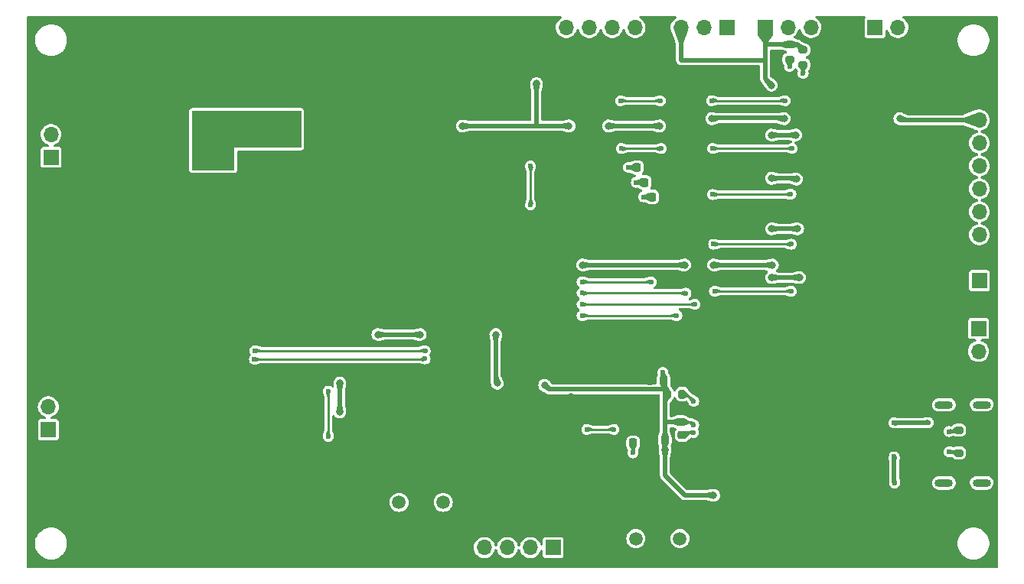
<source format=gbl>
G04 #@! TF.GenerationSoftware,KiCad,Pcbnew,7.0.7*
G04 #@! TF.CreationDate,2023-12-18T21:44:50-05:00*
G04 #@! TF.ProjectId,central_hub,63656e74-7261-46c5-9f68-75622e6b6963,rev?*
G04 #@! TF.SameCoordinates,Original*
G04 #@! TF.FileFunction,Copper,L2,Bot*
G04 #@! TF.FilePolarity,Positive*
%FSLAX46Y46*%
G04 Gerber Fmt 4.6, Leading zero omitted, Abs format (unit mm)*
G04 Created by KiCad (PCBNEW 7.0.7) date 2023-12-18 21:44:50*
%MOMM*%
%LPD*%
G01*
G04 APERTURE LIST*
G04 Aperture macros list*
%AMRoundRect*
0 Rectangle with rounded corners*
0 $1 Rounding radius*
0 $2 $3 $4 $5 $6 $7 $8 $9 X,Y pos of 4 corners*
0 Add a 4 corners polygon primitive as box body*
4,1,4,$2,$3,$4,$5,$6,$7,$8,$9,$2,$3,0*
0 Add four circle primitives for the rounded corners*
1,1,$1+$1,$2,$3*
1,1,$1+$1,$4,$5*
1,1,$1+$1,$6,$7*
1,1,$1+$1,$8,$9*
0 Add four rect primitives between the rounded corners*
20,1,$1+$1,$2,$3,$4,$5,0*
20,1,$1+$1,$4,$5,$6,$7,0*
20,1,$1+$1,$6,$7,$8,$9,0*
20,1,$1+$1,$8,$9,$2,$3,0*%
G04 Aperture macros list end*
G04 #@! TA.AperFunction,ComponentPad*
%ADD10R,1.700000X1.700000*%
G04 #@! TD*
G04 #@! TA.AperFunction,ComponentPad*
%ADD11O,1.700000X1.700000*%
G04 #@! TD*
G04 #@! TA.AperFunction,ComponentPad*
%ADD12C,1.500000*%
G04 #@! TD*
G04 #@! TA.AperFunction,ComponentPad*
%ADD13O,2.000000X0.900000*%
G04 #@! TD*
G04 #@! TA.AperFunction,SMDPad,CuDef*
%ADD14RoundRect,0.225000X-0.225000X-0.250000X0.225000X-0.250000X0.225000X0.250000X-0.225000X0.250000X0*%
G04 #@! TD*
G04 #@! TA.AperFunction,SMDPad,CuDef*
%ADD15RoundRect,0.200000X-0.200000X-0.275000X0.200000X-0.275000X0.200000X0.275000X-0.200000X0.275000X0*%
G04 #@! TD*
G04 #@! TA.AperFunction,SMDPad,CuDef*
%ADD16RoundRect,0.225000X-0.250000X0.225000X-0.250000X-0.225000X0.250000X-0.225000X0.250000X0.225000X0*%
G04 #@! TD*
G04 #@! TA.AperFunction,SMDPad,CuDef*
%ADD17RoundRect,0.200000X0.275000X-0.200000X0.275000X0.200000X-0.275000X0.200000X-0.275000X-0.200000X0*%
G04 #@! TD*
G04 #@! TA.AperFunction,SMDPad,CuDef*
%ADD18RoundRect,0.225000X0.250000X-0.225000X0.250000X0.225000X-0.250000X0.225000X-0.250000X-0.225000X0*%
G04 #@! TD*
G04 #@! TA.AperFunction,SMDPad,CuDef*
%ADD19RoundRect,0.200000X-0.275000X0.200000X-0.275000X-0.200000X0.275000X-0.200000X0.275000X0.200000X0*%
G04 #@! TD*
G04 #@! TA.AperFunction,ViaPad*
%ADD20C,0.600000*%
G04 #@! TD*
G04 #@! TA.AperFunction,ViaPad*
%ADD21C,0.800000*%
G04 #@! TD*
G04 #@! TA.AperFunction,Conductor*
%ADD22C,0.250000*%
G04 #@! TD*
G04 #@! TA.AperFunction,Conductor*
%ADD23C,0.500000*%
G04 #@! TD*
G04 APERTURE END LIST*
D10*
X61503167Y-56382206D03*
D11*
X61503167Y-53842206D03*
D10*
X164103167Y-75332206D03*
D11*
X164103167Y-77872206D03*
D10*
X61200000Y-86540000D03*
D11*
X61200000Y-84000000D03*
D10*
X136275000Y-42000000D03*
D11*
X133735000Y-42000000D03*
X131195000Y-42000000D03*
X128655000Y-42000000D03*
X126115000Y-42000000D03*
X123575000Y-42000000D03*
X121035000Y-42000000D03*
X118495000Y-42000000D03*
D12*
X104880000Y-94600000D03*
X100000000Y-94600000D03*
D10*
X152660000Y-42000000D03*
D11*
X155200000Y-42000000D03*
X157740000Y-42000000D03*
D10*
X117058167Y-99607206D03*
D11*
X114518167Y-99607206D03*
X111978167Y-99607206D03*
X109438167Y-99607206D03*
D10*
X164203167Y-70032206D03*
D11*
X164203167Y-67492206D03*
X164203167Y-64952206D03*
X164203167Y-62412206D03*
X164203167Y-59872206D03*
X164203167Y-57332206D03*
X164203167Y-54792206D03*
X164203167Y-52252206D03*
D10*
X140500000Y-42000000D03*
D11*
X143040000Y-42000000D03*
X145580000Y-42000000D03*
X148120000Y-42000000D03*
D12*
X131078167Y-98607206D03*
X126198167Y-98607206D03*
D13*
X160280000Y-92435000D03*
X160280000Y-83785000D03*
X164460000Y-92435000D03*
X164460000Y-83785000D03*
D14*
X126325000Y-57500000D03*
X127875000Y-57500000D03*
X127175000Y-59150000D03*
X128725000Y-59150000D03*
D15*
X129675000Y-82600000D03*
X131325000Y-82600000D03*
D16*
X131200000Y-84125000D03*
X131200000Y-85675000D03*
D14*
X124353167Y-88007206D03*
X125903167Y-88007206D03*
D17*
X161920000Y-86595000D03*
X161920000Y-84945000D03*
D14*
X127725000Y-81100000D03*
X129275000Y-81100000D03*
D18*
X131328167Y-88675000D03*
X131328167Y-87125000D03*
D14*
X127853167Y-87707206D03*
X129403167Y-87707206D03*
D19*
X143200000Y-43875000D03*
X143200000Y-45525000D03*
X161940000Y-89125000D03*
X161940000Y-90775000D03*
D14*
X127975000Y-60757206D03*
X129525000Y-60757206D03*
D19*
X144700000Y-44475000D03*
X144700000Y-46125000D03*
D20*
X125877600Y-89107206D03*
X132578167Y-86857206D03*
D21*
X78220000Y-57137206D03*
X85720000Y-52137206D03*
X80720000Y-57137206D03*
X87970000Y-52137206D03*
X83220000Y-54387206D03*
X80720000Y-54387206D03*
X80720000Y-52137206D03*
X78220000Y-54387206D03*
X83220000Y-52137206D03*
X142600000Y-52100000D03*
X155403167Y-52100000D03*
X115203167Y-48207206D03*
X128800000Y-52900000D03*
X118800000Y-52900000D03*
X123200000Y-52900000D03*
X134600000Y-52100000D03*
X107003167Y-52907206D03*
D20*
X154810000Y-92440000D03*
X154780000Y-89540000D03*
X143400000Y-66000000D03*
X130733276Y-73907206D03*
X134800000Y-66000000D03*
X120253167Y-73907206D03*
X92175000Y-82275000D03*
X92175000Y-87275000D03*
X158560000Y-85750000D03*
X154750000Y-85790000D03*
X131744005Y-71432145D03*
X120253167Y-71407206D03*
X120253167Y-72657206D03*
X132753167Y-72657206D03*
X134900000Y-71200000D03*
X143400000Y-71200000D03*
X134700000Y-60500000D03*
X143350000Y-60450000D03*
X127900000Y-70200000D03*
X120253167Y-70157206D03*
X127050000Y-60757206D03*
X142700000Y-50100000D03*
X134600000Y-50100000D03*
X128903167Y-50107206D03*
X124503167Y-50107206D03*
X129003167Y-55407206D03*
X124603167Y-55407206D03*
X134700000Y-55400000D03*
X143500000Y-55400000D03*
X125400000Y-57500000D03*
X126250000Y-59150000D03*
X144700000Y-47100000D03*
X160860000Y-89000000D03*
X160850000Y-86750000D03*
X123778167Y-86507206D03*
X120778167Y-86507206D03*
X143200000Y-46300000D03*
X114553167Y-57332206D03*
X114553167Y-61632206D03*
X102880000Y-78700000D03*
X84000000Y-78750000D03*
X84050000Y-77800000D03*
X102890000Y-77800000D03*
X132600000Y-83400000D03*
D21*
X120300000Y-68300000D03*
X102350000Y-76000000D03*
X141200000Y-48400000D03*
X141200000Y-58700000D03*
D20*
X129203167Y-80207206D03*
D21*
X110857196Y-81405077D03*
X97650000Y-76000000D03*
X144100000Y-64300000D03*
X129428167Y-88707206D03*
D20*
X132603167Y-86007206D03*
D21*
X143900000Y-53900000D03*
X93450000Y-84600000D03*
X144300000Y-69700000D03*
X116103167Y-81607206D03*
X134800000Y-93800000D03*
X141300000Y-68300000D03*
X141200000Y-69700000D03*
X141200000Y-64300000D03*
X93450000Y-81375000D03*
X144000000Y-58800000D03*
X110700000Y-76007206D03*
X134800000Y-68300000D03*
X141200000Y-53900000D03*
X131600000Y-68300000D03*
X61500000Y-92000000D03*
X127753167Y-93532206D03*
X113000000Y-42500000D03*
D20*
X138250000Y-86500000D03*
D21*
X119500000Y-50000000D03*
X89000000Y-89500000D03*
X89000000Y-99500000D03*
X118000000Y-64000000D03*
X79000000Y-80500000D03*
D20*
X143250000Y-88750000D03*
D21*
X104600000Y-87050000D03*
X95500000Y-66500000D03*
X96500000Y-99500000D03*
X105500000Y-47500000D03*
X98000000Y-64000000D03*
X95500000Y-59000000D03*
X71500000Y-73000000D03*
X157540000Y-95080000D03*
X93900000Y-79750000D03*
D20*
X143250000Y-86500000D03*
D21*
X78000000Y-42500000D03*
X61500000Y-73000000D03*
D20*
X143250000Y-90000000D03*
D21*
X83000000Y-50000000D03*
X91500000Y-89500000D03*
X68000000Y-42500000D03*
X74000000Y-78000000D03*
X94953167Y-53057206D03*
X100500000Y-66500000D03*
X70500000Y-42500000D03*
X69000000Y-78000000D03*
X93000000Y-42500000D03*
D20*
X138250000Y-85250000D03*
D21*
X103000000Y-66500000D03*
X71500000Y-78000000D03*
X79000000Y-97000000D03*
X84000000Y-97000000D03*
X89000000Y-94500000D03*
X95500000Y-64000000D03*
X85500000Y-50000000D03*
X75500000Y-45000000D03*
X66500000Y-94500000D03*
X76500000Y-99500000D03*
D20*
X160800000Y-84920000D03*
D21*
X122000000Y-47500000D03*
X100500000Y-64000000D03*
D20*
X128003167Y-80200000D03*
D21*
X93000000Y-64000000D03*
X160000000Y-44500000D03*
X110303167Y-56707206D03*
X64803167Y-63807206D03*
X103000000Y-61500000D03*
X110503167Y-54507206D03*
D20*
X160810000Y-91290000D03*
D21*
X142000000Y-78500000D03*
X105500000Y-66500000D03*
D20*
X153250000Y-85250000D03*
D21*
X61500000Y-80500000D03*
X144500000Y-78500000D03*
X69000000Y-70500000D03*
X93000000Y-66500000D03*
X105500000Y-42500000D03*
X147000000Y-94500000D03*
X162500000Y-47000000D03*
X137000000Y-92000000D03*
X71500000Y-89500000D03*
X127828167Y-88707206D03*
D20*
X153250000Y-88750000D03*
D21*
X103000000Y-50000000D03*
X86220000Y-58187206D03*
X76500000Y-92000000D03*
D20*
X148250000Y-86500000D03*
D21*
X110500000Y-42500000D03*
X114228167Y-82807206D03*
X105500000Y-50000000D03*
X104000000Y-99500000D03*
X160000000Y-49500000D03*
D20*
X138250000Y-90000000D03*
D21*
X149500000Y-94500000D03*
X129553167Y-93532206D03*
X88000000Y-50000000D03*
X154500000Y-81000000D03*
X86500000Y-92000000D03*
X108000000Y-64000000D03*
X115500000Y-66500000D03*
X139500000Y-97000000D03*
X159500000Y-99500000D03*
X119500000Y-47500000D03*
X85500000Y-45000000D03*
X78000000Y-45000000D03*
X144500000Y-94500000D03*
D20*
X140750000Y-90000000D03*
D21*
X108000000Y-66500000D03*
X101575000Y-89650000D03*
X88000000Y-47500000D03*
X117903167Y-49507206D03*
X64000000Y-99500000D03*
X76500000Y-73000000D03*
X84570000Y-56687206D03*
X61500000Y-89500000D03*
X69000000Y-75500000D03*
X74000000Y-83000000D03*
D20*
X145750000Y-85250000D03*
D21*
X66500000Y-97000000D03*
X74000000Y-73000000D03*
X94000000Y-97000000D03*
X157000000Y-99500000D03*
X149500000Y-83500000D03*
X61500000Y-68000000D03*
X65500000Y-47500000D03*
X83000000Y-42500000D03*
X137000000Y-99500000D03*
X147000000Y-78500000D03*
X74000000Y-94500000D03*
X103445000Y-79870000D03*
X73970000Y-51987206D03*
X70500000Y-45000000D03*
X98000000Y-59000000D03*
X103000000Y-42500000D03*
X74000000Y-99500000D03*
X85500000Y-42500000D03*
X64000000Y-78000000D03*
X105500000Y-61500000D03*
X103000000Y-64000000D03*
X79000000Y-99500000D03*
X101500000Y-99500000D03*
X64000000Y-80500000D03*
X103000000Y-59000000D03*
X105500000Y-56500000D03*
X91500000Y-99500000D03*
X73000000Y-42500000D03*
X81500000Y-68000000D03*
X152000000Y-83500000D03*
X100500000Y-42500000D03*
X74000000Y-70500000D03*
X152000000Y-94500000D03*
X74000000Y-75500000D03*
X95500000Y-42500000D03*
X100500000Y-50000000D03*
X109303167Y-49007206D03*
X144500000Y-81000000D03*
X63000000Y-50000000D03*
X79000000Y-89500000D03*
X142000000Y-97000000D03*
D20*
X155750000Y-90000000D03*
D21*
X68000000Y-45000000D03*
X103000000Y-47500000D03*
X149500000Y-81000000D03*
X89000000Y-68000000D03*
X69000000Y-97000000D03*
D20*
X140750000Y-85250000D03*
D21*
X144500000Y-97000000D03*
X110500000Y-66500000D03*
D20*
X145750000Y-90000000D03*
D21*
X108000000Y-45000000D03*
X99000000Y-99500000D03*
X139500000Y-92000000D03*
X79000000Y-94500000D03*
X155780000Y-95070000D03*
X80500000Y-47500000D03*
X136128167Y-90907206D03*
X64000000Y-75500000D03*
X88000000Y-45000000D03*
X73000000Y-47500000D03*
X78000000Y-50000000D03*
X80500000Y-45000000D03*
X100500000Y-45000000D03*
X68000000Y-47500000D03*
X84000000Y-99500000D03*
X86500000Y-68000000D03*
X98000000Y-42500000D03*
X94000000Y-89500000D03*
X64000000Y-68000000D03*
X103000000Y-56500000D03*
X79000000Y-68000000D03*
X122003167Y-92407206D03*
X152000000Y-81000000D03*
X103000000Y-45000000D03*
X110500000Y-64000000D03*
X73000000Y-45000000D03*
X71500000Y-68000000D03*
X61500000Y-70500000D03*
X89000000Y-92000000D03*
X90500000Y-45000000D03*
D20*
X150750000Y-88750000D03*
D21*
X71500000Y-80500000D03*
X98000000Y-56500000D03*
X69000000Y-80500000D03*
X91500000Y-94500000D03*
D20*
X143250000Y-85250000D03*
D21*
X69000000Y-89500000D03*
X144500000Y-83500000D03*
X149500000Y-92000000D03*
X94000000Y-99500000D03*
X95500000Y-45000000D03*
X64820000Y-64855809D03*
D20*
X153250000Y-90000000D03*
D21*
X64000000Y-97000000D03*
X98000000Y-66500000D03*
X86500000Y-97000000D03*
X80300000Y-78062500D03*
X71500000Y-94500000D03*
X93000000Y-45000000D03*
X71500000Y-75500000D03*
X142000000Y-81000000D03*
X147000000Y-92000000D03*
D20*
X145750000Y-88750000D03*
D21*
X81500000Y-89500000D03*
X66500000Y-89500000D03*
X90500000Y-42500000D03*
X81500000Y-97000000D03*
X81325000Y-88225000D03*
X65500000Y-45000000D03*
X64000000Y-73000000D03*
X66500000Y-78000000D03*
X139500000Y-94500000D03*
D20*
X120703167Y-85107206D03*
D21*
X66500000Y-68000000D03*
X98000000Y-45000000D03*
X76500000Y-83000000D03*
X149500000Y-99500000D03*
X69000000Y-73000000D03*
X66500000Y-99500000D03*
X109803167Y-47307206D03*
X95500000Y-61500000D03*
X88000000Y-42500000D03*
X74000000Y-68000000D03*
X61500000Y-94500000D03*
X83000000Y-45000000D03*
X64803167Y-65907206D03*
X61500000Y-75500000D03*
X64000000Y-89500000D03*
D20*
X140750000Y-86500000D03*
X150750000Y-86500000D03*
D21*
X162000000Y-94500000D03*
X154500000Y-97000000D03*
X76500000Y-78000000D03*
X142000000Y-92000000D03*
X157500000Y-44500000D03*
X76500000Y-70500000D03*
X118000000Y-66500000D03*
X157000000Y-97000000D03*
X147000000Y-81000000D03*
D20*
X135750000Y-90000000D03*
D21*
X75500000Y-47500000D03*
X96303167Y-47507206D03*
X90500000Y-50000000D03*
X113000000Y-66500000D03*
X66500000Y-80500000D03*
X66500000Y-73000000D03*
X70500000Y-47500000D03*
X154500000Y-83500000D03*
X103375000Y-89650000D03*
X152000000Y-78500000D03*
X80500000Y-50000000D03*
X74000000Y-97000000D03*
X84000000Y-94500000D03*
X100500000Y-47500000D03*
X157500000Y-47000000D03*
X89000000Y-65500000D03*
X105500000Y-64000000D03*
D20*
X150750000Y-85250000D03*
D21*
X144500000Y-99500000D03*
X76500000Y-80500000D03*
X162500000Y-49500000D03*
X76500000Y-94500000D03*
X65500000Y-50000000D03*
X65500000Y-42500000D03*
X86500000Y-99500000D03*
X94000000Y-92000000D03*
X75500000Y-42500000D03*
X84000000Y-65500000D03*
D20*
X150750000Y-90000000D03*
D21*
X66500000Y-75500000D03*
X76500000Y-97000000D03*
X105500000Y-59000000D03*
X147000000Y-99500000D03*
X85500000Y-47500000D03*
X100500000Y-59000000D03*
X71070000Y-50887206D03*
X64000000Y-70500000D03*
X66500000Y-70500000D03*
X93000000Y-47500000D03*
X81500000Y-94500000D03*
X137000000Y-97000000D03*
X66500000Y-92000000D03*
X69000000Y-99500000D03*
X68000000Y-50000000D03*
X81500000Y-80500000D03*
X119028167Y-82907206D03*
D20*
X148250000Y-90000000D03*
D21*
X108000000Y-42500000D03*
D20*
X153250000Y-86500000D03*
D21*
X74000000Y-89500000D03*
X111203167Y-45607206D03*
X64000000Y-92000000D03*
X78000000Y-47500000D03*
X70300000Y-85340000D03*
X84000000Y-92000000D03*
X84564546Y-58187691D03*
X159500000Y-97000000D03*
D20*
X145750000Y-86500000D03*
D21*
X72470000Y-50887206D03*
X71500000Y-97000000D03*
X139500000Y-99500000D03*
X152000000Y-99500000D03*
X93000000Y-50000000D03*
D20*
X148250000Y-85250000D03*
D21*
X147000000Y-97000000D03*
X160000000Y-47000000D03*
D20*
X140750000Y-88750000D03*
D21*
X76500000Y-89500000D03*
X107403167Y-51607206D03*
X81500000Y-99500000D03*
X79000000Y-92000000D03*
X71500000Y-92000000D03*
X83000000Y-47500000D03*
X74000000Y-92000000D03*
X117403167Y-77707206D03*
X94000000Y-94500000D03*
X74000000Y-80500000D03*
X115500000Y-64000000D03*
D20*
X138250000Y-88750000D03*
X135750000Y-85250000D03*
X135750000Y-86500000D03*
D21*
X149500000Y-78500000D03*
X61500000Y-78000000D03*
X89675000Y-86150000D03*
X137000000Y-94500000D03*
X63000000Y-47500000D03*
X76500000Y-68000000D03*
X154500000Y-99500000D03*
X71500000Y-99500000D03*
X69000000Y-68000000D03*
X86500000Y-65500000D03*
X147000000Y-83500000D03*
X81500000Y-92000000D03*
X95500000Y-56500000D03*
X100500000Y-56500000D03*
D20*
X158250000Y-90000000D03*
X148250000Y-88750000D03*
D21*
X86500000Y-94500000D03*
X142000000Y-99500000D03*
X159500000Y-94500000D03*
X122000000Y-50000000D03*
D20*
X135750000Y-88750000D03*
D21*
X90500000Y-47500000D03*
X144500000Y-92000000D03*
X100603167Y-54907206D03*
X80500000Y-42500000D03*
X84000000Y-68000000D03*
X86500000Y-89500000D03*
X71500000Y-70500000D03*
X142000000Y-94500000D03*
X73970000Y-50887206D03*
X142000000Y-83500000D03*
X64000000Y-94500000D03*
X84000000Y-89500000D03*
X113000000Y-64000000D03*
X149500000Y-97000000D03*
X91500000Y-97000000D03*
X69000000Y-92000000D03*
X98000000Y-61500000D03*
X117403167Y-51507206D03*
X105500000Y-45000000D03*
X89000000Y-97000000D03*
X152000000Y-92000000D03*
X69000000Y-94500000D03*
X91500000Y-92000000D03*
X76500000Y-75500000D03*
X106500000Y-99500000D03*
X152000000Y-97000000D03*
X134078167Y-89357206D03*
D22*
X132578167Y-86857206D02*
X131353167Y-86857206D01*
X131353167Y-86857206D02*
X131328167Y-86832206D01*
X125877600Y-89107206D02*
X125903167Y-89081639D01*
X125903167Y-89081639D02*
X125903167Y-87707206D01*
D23*
X155403167Y-52100000D02*
X155555373Y-52252206D01*
X134700000Y-52000000D02*
X142500000Y-52000000D01*
X118803167Y-52903167D02*
X118800000Y-52900000D01*
X163748167Y-52707206D02*
X164203167Y-52252206D01*
X115203167Y-52907206D02*
X115203167Y-48207206D01*
X107003167Y-52907206D02*
X115203167Y-52907206D01*
X155555373Y-52252206D02*
X164203167Y-52252206D01*
X142500000Y-52000000D02*
X142600000Y-52100000D01*
X118803167Y-52907206D02*
X118803167Y-52903167D01*
X134600000Y-52100000D02*
X134700000Y-52000000D01*
X123200000Y-52900000D02*
X128800000Y-52900000D01*
X107003167Y-52907206D02*
X118803167Y-52907206D01*
D22*
X154780000Y-92410000D02*
X154810000Y-92440000D01*
D23*
X154780000Y-89540000D02*
X154780000Y-92410000D01*
D22*
X120253167Y-73907206D02*
X130733276Y-73907206D01*
X134800000Y-66000000D02*
X143400000Y-66000000D01*
X92175000Y-82275000D02*
X92175000Y-87275000D01*
X158520000Y-85790000D02*
X158560000Y-85750000D01*
D23*
X154750000Y-85790000D02*
X158520000Y-85790000D01*
D22*
X131719066Y-71407206D02*
X131744005Y-71432145D01*
X120253167Y-71407206D02*
X131719066Y-71407206D01*
X134900000Y-71200000D02*
X143400000Y-71200000D01*
X120253167Y-72657206D02*
X132753167Y-72657206D01*
X143300000Y-60500000D02*
X134700000Y-60500000D01*
X143350000Y-60450000D02*
X143300000Y-60500000D01*
X120253167Y-70157206D02*
X127857206Y-70157206D01*
X127975000Y-60757206D02*
X127050000Y-60757206D01*
X134600000Y-50100000D02*
X142700000Y-50100000D01*
X124503167Y-50107206D02*
X128903167Y-50107206D01*
X134700000Y-55400000D02*
X143500000Y-55400000D01*
X124603167Y-55407206D02*
X129003167Y-55407206D01*
X126325000Y-57500000D02*
X125400000Y-57500000D01*
X127175000Y-59150000D02*
X126250000Y-59150000D01*
X144700000Y-47100000D02*
X144700000Y-46125000D01*
X160860000Y-89000000D02*
X161815000Y-89000000D01*
X161815000Y-89000000D02*
X161940000Y-89125000D01*
X161940000Y-89125000D02*
X161780000Y-89285000D01*
X161780000Y-89285000D02*
X161740000Y-89285000D01*
X161795000Y-86750000D02*
X161920000Y-86625000D01*
X160850000Y-86750000D02*
X161795000Y-86750000D01*
X123778167Y-86507206D02*
X120778167Y-86507206D01*
X143200000Y-46287500D02*
X143200000Y-45512500D01*
X114553167Y-57332206D02*
X114553167Y-61582206D01*
X84000000Y-78750000D02*
X102830000Y-78750000D01*
X102830000Y-78750000D02*
X102880000Y-78700000D01*
X84075000Y-77775000D02*
X84050000Y-77800000D01*
X102865000Y-77775000D02*
X84075000Y-77775000D01*
X102890000Y-77800000D02*
X102865000Y-77775000D01*
X131800000Y-82600000D02*
X132600000Y-83400000D01*
X131325000Y-82600000D02*
X131800000Y-82600000D01*
D23*
X131200000Y-85675000D02*
X131175000Y-85700000D01*
X141200000Y-53900000D02*
X143900000Y-53900000D01*
X93450000Y-84600000D02*
X93450000Y-81375000D01*
X140500000Y-43900000D02*
X143175000Y-43900000D01*
X102350000Y-76000000D02*
X97800000Y-76000000D01*
X141200000Y-58700000D02*
X143900000Y-58700000D01*
X131600000Y-93800000D02*
X129428167Y-91628167D01*
X116553167Y-82057206D02*
X129003167Y-82057206D01*
X134800000Y-93800000D02*
X131600000Y-93800000D01*
X140500000Y-43900000D02*
X140500000Y-42000000D01*
D22*
X129203167Y-80207206D02*
X129203167Y-80782206D01*
D23*
X140500000Y-45600000D02*
X131200000Y-45600000D01*
X129428167Y-91628167D02*
X129428167Y-88707206D01*
D22*
X131225000Y-85700000D02*
X132295961Y-85700000D01*
D23*
X129003167Y-82057206D02*
X129253167Y-82057206D01*
X140500000Y-47700000D02*
X140500000Y-45600000D01*
X144100000Y-43875000D02*
X144700000Y-44475000D01*
D22*
X129403167Y-87707206D02*
X129403167Y-88682206D01*
X129403167Y-88682206D02*
X129428167Y-88707206D01*
D23*
X116103167Y-81607206D02*
X116553167Y-82057206D01*
X131175000Y-85700000D02*
X129503167Y-85700000D01*
D22*
X132295961Y-85700000D02*
X132603167Y-86007206D01*
X143900000Y-58700000D02*
X144000000Y-58800000D01*
D23*
X129403167Y-82207206D02*
X129403167Y-81032206D01*
X129403167Y-82207206D02*
X129403167Y-85207206D01*
D22*
X129203167Y-80782206D02*
X129428167Y-81007206D01*
D23*
X131200000Y-45600000D02*
X131195000Y-45595000D01*
D22*
X131200000Y-85675000D02*
X131225000Y-85700000D01*
D23*
X134800000Y-68300000D02*
X141300000Y-68300000D01*
X110700000Y-81247881D02*
X110700000Y-76007206D01*
X143175000Y-43900000D02*
X143200000Y-43875000D01*
X140500000Y-45600000D02*
X140500000Y-43900000D01*
X131195000Y-45595000D02*
X131195000Y-42000000D01*
X141200000Y-69700000D02*
X144300000Y-69700000D01*
X143200000Y-43875000D02*
X144100000Y-43875000D01*
X129403167Y-81032206D02*
X129428167Y-81007206D01*
X110857196Y-81405077D02*
X110700000Y-81247881D01*
X129403167Y-87707206D02*
X129403167Y-85207206D01*
X141200000Y-48400000D02*
X140500000Y-47700000D01*
X120300000Y-68300000D02*
X131600000Y-68300000D01*
X129253167Y-82057206D02*
X129403167Y-82207206D01*
X141200000Y-64300000D02*
X144100000Y-64300000D01*
G04 #@! TA.AperFunction,Conductor*
G36*
X155067327Y-89539957D02*
G01*
X155075588Y-89543411D01*
X155078987Y-89551696D01*
X155078947Y-89552629D01*
X155030894Y-90129272D01*
X155026792Y-90137232D01*
X155019234Y-90140000D01*
X154540766Y-90140000D01*
X154532493Y-90136573D01*
X154529106Y-90129272D01*
X154481052Y-89552629D01*
X154483780Y-89544099D01*
X154491740Y-89539997D01*
X154492653Y-89539957D01*
X154780000Y-89539000D01*
X155067327Y-89539957D01*
G37*
G04 #@! TD.AperFunction*
G04 #@! TA.AperFunction,Conductor*
G36*
X129528663Y-87915606D02*
G01*
X129531178Y-87919349D01*
X129793177Y-88543318D01*
X129793220Y-88552273D01*
X129786919Y-88558635D01*
X129786907Y-88558640D01*
X129786891Y-88558647D01*
X129432668Y-88706329D01*
X129423715Y-88706349D01*
X129299464Y-88654547D01*
X129068729Y-88558349D01*
X129062411Y-88552002D01*
X129062161Y-88543764D01*
X129275460Y-87920093D01*
X129281379Y-87913374D01*
X129286530Y-87912179D01*
X129520390Y-87912179D01*
X129528663Y-87915606D01*
G37*
G04 #@! TD.AperFunction*
G04 #@! TA.AperFunction,Conductor*
G36*
X132637098Y-72384029D02*
G01*
X132642476Y-72389888D01*
X132752282Y-72652695D01*
X132752309Y-72661650D01*
X132752282Y-72661717D01*
X132642476Y-72924523D01*
X132636124Y-72930835D01*
X132628179Y-72931176D01*
X132161366Y-72784777D01*
X132154497Y-72779031D01*
X132153167Y-72773613D01*
X132153167Y-72540798D01*
X132156594Y-72532525D01*
X132161363Y-72529635D01*
X132628180Y-72383235D01*
X132637098Y-72384029D01*
G37*
G04 #@! TD.AperFunction*
G04 #@! TA.AperFunction,Conductor*
G36*
X129814106Y-88707170D02*
G01*
X129822369Y-88710618D01*
X129825775Y-88718899D01*
X129825575Y-88721026D01*
X129679957Y-89497662D01*
X129675064Y-89505162D01*
X129668457Y-89507206D01*
X129187877Y-89507206D01*
X129179604Y-89503779D01*
X129176377Y-89497662D01*
X129030758Y-88721026D01*
X129032602Y-88712263D01*
X129040102Y-88707370D01*
X129042219Y-88707170D01*
X129428167Y-88706206D01*
X129814106Y-88707170D01*
G37*
G04 #@! TD.AperFunction*
G04 #@! TA.AperFunction,Conductor*
G36*
X143207747Y-45530844D02*
G01*
X143592326Y-45870613D01*
X143596257Y-45878659D01*
X143594297Y-45885897D01*
X143328476Y-46282316D01*
X143321022Y-46287279D01*
X143318758Y-46287500D01*
X143081242Y-46287500D01*
X143072969Y-46284073D01*
X143071525Y-46282316D01*
X142805703Y-45885897D01*
X142803941Y-45877117D01*
X142807671Y-45870615D01*
X143192253Y-45530843D01*
X143200722Y-45527934D01*
X143207747Y-45530844D01*
G37*
G04 #@! TD.AperFunction*
G04 #@! TA.AperFunction,Conductor*
G36*
X131728763Y-82316058D02*
G01*
X131960470Y-82569142D01*
X131982292Y-82592977D01*
X132110638Y-82733163D01*
X132113697Y-82741579D01*
X132110281Y-82749337D01*
X131943057Y-82916561D01*
X131939283Y-82919088D01*
X131610853Y-83055895D01*
X131601898Y-83055913D01*
X131596331Y-83051130D01*
X131516832Y-82919088D01*
X131329806Y-82608451D01*
X131328475Y-82599597D01*
X131332916Y-82592978D01*
X131713222Y-82314518D01*
X131721921Y-82312396D01*
X131728763Y-82316058D01*
G37*
G04 #@! TD.AperFunction*
G04 #@! TA.AperFunction,Conductor*
G36*
X140508267Y-42007277D02*
G01*
X140508277Y-42007287D01*
X141343039Y-42843031D01*
X141346461Y-42851306D01*
X141344320Y-42858046D01*
X140753496Y-43695047D01*
X140745925Y-43699830D01*
X140743937Y-43700000D01*
X140256063Y-43700000D01*
X140247790Y-43696573D01*
X140246504Y-43695047D01*
X140064711Y-43437508D01*
X139655678Y-42858044D01*
X139653708Y-42849311D01*
X139656959Y-42843032D01*
X140491723Y-42007285D01*
X140499992Y-42003855D01*
X140508267Y-42007277D01*
G37*
G04 #@! TD.AperFunction*
G04 #@! TA.AperFunction,Conductor*
G36*
X128887098Y-55134029D02*
G01*
X128892476Y-55139888D01*
X129002282Y-55402695D01*
X129002309Y-55411650D01*
X129002282Y-55411717D01*
X128892476Y-55674523D01*
X128886124Y-55680835D01*
X128878179Y-55681176D01*
X128411366Y-55534777D01*
X128404497Y-55529031D01*
X128403167Y-55523613D01*
X128403167Y-55290798D01*
X128406594Y-55282525D01*
X128411363Y-55279635D01*
X128878180Y-55133235D01*
X128887098Y-55134029D01*
G37*
G04 #@! TD.AperFunction*
G04 #@! TA.AperFunction,Conductor*
G36*
X123213817Y-52502590D02*
G01*
X123990457Y-52648210D01*
X123997956Y-52653103D01*
X124000000Y-52659710D01*
X124000000Y-53140289D01*
X123996573Y-53148562D01*
X123990456Y-53151789D01*
X123213820Y-53297408D01*
X123205057Y-53295564D01*
X123200164Y-53288064D01*
X123199964Y-53285946D01*
X123199000Y-52900000D01*
X123199964Y-52514059D01*
X123203412Y-52505797D01*
X123211693Y-52502391D01*
X123213817Y-52502590D01*
G37*
G04 #@! TD.AperFunction*
G04 #@! TA.AperFunction,Conductor*
G36*
X93698563Y-83803427D02*
G01*
X93701790Y-83809544D01*
X93847408Y-84586179D01*
X93845564Y-84594942D01*
X93838064Y-84599835D01*
X93835937Y-84600035D01*
X93450000Y-84601000D01*
X93064062Y-84600035D01*
X93055797Y-84596587D01*
X93052391Y-84588306D01*
X93052591Y-84586179D01*
X93198210Y-83809544D01*
X93203103Y-83802044D01*
X93209710Y-83800000D01*
X93690290Y-83800000D01*
X93698563Y-83803427D01*
G37*
G04 #@! TD.AperFunction*
G04 #@! TA.AperFunction,Conductor*
G36*
X134813817Y-67902590D02*
G01*
X135590457Y-68048210D01*
X135597956Y-68053103D01*
X135600000Y-68059710D01*
X135600000Y-68540289D01*
X135596573Y-68548562D01*
X135590456Y-68551789D01*
X134813820Y-68697408D01*
X134805057Y-68695564D01*
X134800164Y-68688064D01*
X134799964Y-68685946D01*
X134799000Y-68300000D01*
X134799964Y-67914059D01*
X134803412Y-67905797D01*
X134811693Y-67902391D01*
X134813817Y-67902590D01*
G37*
G04 #@! TD.AperFunction*
G04 #@! TA.AperFunction,Conductor*
G36*
X126027426Y-88515719D02*
G01*
X126030466Y-88521009D01*
X126152166Y-88982549D01*
X126150962Y-88991422D01*
X126145364Y-88996328D01*
X125882111Y-89106321D01*
X125873156Y-89106348D01*
X125873089Y-89106321D01*
X125610795Y-88996729D01*
X125604483Y-88990377D01*
X125604334Y-88981871D01*
X125775339Y-88519930D01*
X125781425Y-88513361D01*
X125786311Y-88512292D01*
X126019153Y-88512292D01*
X126027426Y-88515719D01*
G37*
G04 #@! TD.AperFunction*
G04 #@! TA.AperFunction,Conductor*
G36*
X155028043Y-91849394D02*
G01*
X155031365Y-91856105D01*
X155108219Y-92426782D01*
X155105927Y-92435439D01*
X155098186Y-92439939D01*
X155096663Y-92440044D01*
X154810000Y-92441000D01*
X154522059Y-92440040D01*
X154513797Y-92436586D01*
X154510398Y-92428301D01*
X154510403Y-92428005D01*
X154529619Y-91857272D01*
X154533322Y-91849120D01*
X154541312Y-91845967D01*
X155019770Y-91845967D01*
X155028043Y-91849394D01*
G37*
G04 #@! TD.AperFunction*
G04 #@! TA.AperFunction,Conductor*
G36*
X127641802Y-60629635D02*
G01*
X127648670Y-60635380D01*
X127650000Y-60640798D01*
X127650000Y-60873613D01*
X127646573Y-60881886D01*
X127641801Y-60884777D01*
X127174987Y-61031176D01*
X127166068Y-61030382D01*
X127160691Y-61024524D01*
X127050883Y-60761715D01*
X127050857Y-60752761D01*
X127160691Y-60489886D01*
X127167042Y-60483576D01*
X127174986Y-60483235D01*
X127641802Y-60629635D01*
G37*
G04 #@! TD.AperFunction*
G04 #@! TA.AperFunction,Conductor*
G36*
X131594942Y-67904435D02*
G01*
X131599835Y-67911935D01*
X131600035Y-67914062D01*
X131601000Y-68300000D01*
X131600035Y-68685937D01*
X131596587Y-68694202D01*
X131588306Y-68697608D01*
X131586179Y-68697408D01*
X130809544Y-68551789D01*
X130802044Y-68546896D01*
X130800000Y-68540289D01*
X130800000Y-68059710D01*
X130803427Y-68051437D01*
X130809542Y-68048210D01*
X131586180Y-67902591D01*
X131594942Y-67904435D01*
G37*
G04 #@! TD.AperFunction*
G04 #@! TA.AperFunction,Conductor*
G36*
X141213817Y-69302590D02*
G01*
X141990457Y-69448210D01*
X141997956Y-69453103D01*
X142000000Y-69459710D01*
X142000000Y-69940289D01*
X141996573Y-69948562D01*
X141990456Y-69951789D01*
X141213820Y-70097408D01*
X141205057Y-70095564D01*
X141200164Y-70088064D01*
X141199964Y-70085946D01*
X141199000Y-69700000D01*
X141199964Y-69314059D01*
X141203412Y-69305797D01*
X141211693Y-69302391D01*
X141213817Y-69302590D01*
G37*
G04 #@! TD.AperFunction*
G04 #@! TA.AperFunction,Conductor*
G36*
X129286774Y-82539216D02*
G01*
X129669541Y-82598159D01*
X129677196Y-82602805D01*
X129677820Y-82603749D01*
X129944944Y-83053620D01*
X129946222Y-83062484D01*
X129944295Y-83066545D01*
X129741423Y-83341219D01*
X129662940Y-83447481D01*
X129656675Y-83455963D01*
X129649004Y-83460582D01*
X129647264Y-83460712D01*
X129166512Y-83460712D01*
X129158239Y-83457285D01*
X129154812Y-83449012D01*
X129154913Y-83447481D01*
X129273436Y-82549255D01*
X129277915Y-82541502D01*
X129286566Y-82539187D01*
X129286774Y-82539216D01*
G37*
G04 #@! TD.AperFunction*
G04 #@! TA.AperFunction,Conductor*
G36*
X131544889Y-85247092D02*
G01*
X132119058Y-85571641D01*
X132124573Y-85578694D01*
X132125000Y-85581825D01*
X132125000Y-85817640D01*
X132121573Y-85825913D01*
X132118366Y-85828186D01*
X131544606Y-86103788D01*
X131535665Y-86104282D01*
X131530309Y-86100431D01*
X131204598Y-85682188D01*
X131202218Y-85673555D01*
X131204596Y-85667813D01*
X131529904Y-85250087D01*
X131537689Y-85245667D01*
X131544889Y-85247092D01*
G37*
G04 #@! TD.AperFunction*
G04 #@! TA.AperFunction,Conductor*
G36*
X161441802Y-86622429D02*
G01*
X161448670Y-86628174D01*
X161450000Y-86633592D01*
X161450000Y-86866407D01*
X161446573Y-86874680D01*
X161441801Y-86877571D01*
X160974987Y-87023970D01*
X160966068Y-87023176D01*
X160960691Y-87017318D01*
X160850883Y-86754509D01*
X160850857Y-86745555D01*
X160960691Y-86482680D01*
X160967042Y-86476370D01*
X160974986Y-86476029D01*
X161441802Y-86622429D01*
G37*
G04 #@! TD.AperFunction*
G04 #@! TA.AperFunction,Conductor*
G36*
X144707747Y-46130844D02*
G01*
X145092628Y-46470880D01*
X145096559Y-46478926D01*
X145094850Y-46485773D01*
X144828425Y-46919425D01*
X144821174Y-46924680D01*
X144818456Y-46925000D01*
X144581544Y-46925000D01*
X144573271Y-46921573D01*
X144571575Y-46919425D01*
X144305149Y-46485773D01*
X144303738Y-46476930D01*
X144307369Y-46470881D01*
X144692253Y-46130843D01*
X144700722Y-46127934D01*
X144707747Y-46130844D01*
G37*
G04 #@! TD.AperFunction*
G04 #@! TA.AperFunction,Conductor*
G36*
X120313817Y-67902590D02*
G01*
X121090457Y-68048210D01*
X121097956Y-68053103D01*
X121100000Y-68059710D01*
X121100000Y-68540289D01*
X121096573Y-68548562D01*
X121090456Y-68551789D01*
X120313820Y-68697408D01*
X120305057Y-68695564D01*
X120300164Y-68688064D01*
X120299964Y-68685946D01*
X120299000Y-68300000D01*
X120299964Y-67914059D01*
X120303412Y-67905797D01*
X120311693Y-67902391D01*
X120313817Y-67902590D01*
G37*
G04 #@! TD.AperFunction*
G04 #@! TA.AperFunction,Conductor*
G36*
X163876177Y-51471251D02*
G01*
X163882275Y-51477473D01*
X164202301Y-52247716D01*
X164202310Y-52256671D01*
X164202301Y-52256694D01*
X163882275Y-53026938D01*
X163875936Y-53033263D01*
X163867225Y-53033352D01*
X162510622Y-52505108D01*
X162504156Y-52498912D01*
X162503167Y-52494205D01*
X162503167Y-52010206D01*
X162506594Y-52001933D01*
X162510622Y-51999303D01*
X163867225Y-51471059D01*
X163876177Y-51471251D01*
G37*
G04 #@! TD.AperFunction*
G04 #@! TA.AperFunction,Conductor*
G36*
X126841802Y-59022429D02*
G01*
X126848670Y-59028174D01*
X126850000Y-59033592D01*
X126850000Y-59266407D01*
X126846573Y-59274680D01*
X126841801Y-59277571D01*
X126374987Y-59423970D01*
X126366068Y-59423176D01*
X126360691Y-59417318D01*
X126250883Y-59154509D01*
X126250857Y-59145555D01*
X126360691Y-58882680D01*
X126367042Y-58876370D01*
X126374986Y-58876029D01*
X126841802Y-59022429D01*
G37*
G04 #@! TD.AperFunction*
G04 #@! TA.AperFunction,Conductor*
G36*
X132462098Y-86584029D02*
G01*
X132467476Y-86589888D01*
X132577282Y-86852695D01*
X132577309Y-86861650D01*
X132577282Y-86861717D01*
X132467476Y-87124523D01*
X132461124Y-87130835D01*
X132453179Y-87131176D01*
X131986366Y-86984777D01*
X131979497Y-86979031D01*
X131978167Y-86973613D01*
X131978167Y-86740798D01*
X131981594Y-86732525D01*
X131986363Y-86729635D01*
X132453180Y-86583235D01*
X132462098Y-86584029D01*
G37*
G04 #@! TD.AperFunction*
G04 #@! TA.AperFunction,Conductor*
G36*
X129652822Y-86785633D02*
G01*
X129655723Y-86790436D01*
X129833639Y-87363373D01*
X129832819Y-87372290D01*
X129829654Y-87376074D01*
X129410355Y-87702607D01*
X129401722Y-87704987D01*
X129395977Y-87702607D01*
X128976679Y-87376074D01*
X128972257Y-87368287D01*
X128972694Y-87363373D01*
X129150611Y-86790436D01*
X129156338Y-86783552D01*
X129161785Y-86782206D01*
X129644549Y-86782206D01*
X129652822Y-86785633D01*
G37*
G04 #@! TD.AperFunction*
G04 #@! TA.AperFunction,Conductor*
G36*
X93835939Y-81374964D02*
G01*
X93844202Y-81378412D01*
X93847608Y-81386693D01*
X93847408Y-81388820D01*
X93701790Y-82165456D01*
X93696897Y-82172956D01*
X93690290Y-82175000D01*
X93209710Y-82175000D01*
X93201437Y-82171573D01*
X93198210Y-82165456D01*
X93052591Y-81388820D01*
X93054435Y-81380057D01*
X93061935Y-81375164D01*
X93064052Y-81374964D01*
X93450000Y-81374000D01*
X93835939Y-81374964D01*
G37*
G04 #@! TD.AperFunction*
G04 #@! TA.AperFunction,Conductor*
G36*
X135191802Y-49972429D02*
G01*
X135198670Y-49978174D01*
X135200000Y-49983592D01*
X135200000Y-50216407D01*
X135196573Y-50224680D01*
X135191801Y-50227571D01*
X134724987Y-50373970D01*
X134716068Y-50373176D01*
X134710691Y-50367318D01*
X134600883Y-50104509D01*
X134600857Y-50095555D01*
X134710691Y-49832680D01*
X134717042Y-49826370D01*
X134724986Y-49826029D01*
X135191802Y-49972429D01*
G37*
G04 #@! TD.AperFunction*
G04 #@! TA.AperFunction,Conductor*
G36*
X118794854Y-52504506D02*
G01*
X118799815Y-52511961D01*
X118800035Y-52514192D01*
X118801000Y-52900000D01*
X118800034Y-53286057D01*
X118796586Y-53294322D01*
X118788305Y-53297728D01*
X118786275Y-53297545D01*
X118011074Y-53158929D01*
X118003533Y-53154100D01*
X118001433Y-53147412D01*
X118001433Y-52666827D01*
X118004860Y-52658554D01*
X118010871Y-52655348D01*
X118786075Y-52502741D01*
X118794854Y-52504506D01*
G37*
G04 #@! TD.AperFunction*
G04 #@! TA.AperFunction,Conductor*
G36*
X135291802Y-60372429D02*
G01*
X135298670Y-60378174D01*
X135300000Y-60383592D01*
X135300000Y-60616407D01*
X135296573Y-60624680D01*
X135291801Y-60627571D01*
X134824987Y-60773970D01*
X134816068Y-60773176D01*
X134810691Y-60767318D01*
X134700883Y-60504509D01*
X134700857Y-60495556D01*
X134700862Y-60495542D01*
X134810691Y-60232680D01*
X134817042Y-60226370D01*
X134824986Y-60226029D01*
X135291802Y-60372429D01*
G37*
G04 #@! TD.AperFunction*
G04 #@! TA.AperFunction,Conductor*
G36*
X102774210Y-77526641D02*
G01*
X102779126Y-77532245D01*
X102889115Y-77795489D01*
X102889142Y-77804444D01*
X102889115Y-77804511D01*
X102779518Y-78066816D01*
X102773166Y-78073128D01*
X102764672Y-78073282D01*
X102747145Y-78066816D01*
X102585273Y-78007098D01*
X102302623Y-77902822D01*
X102296048Y-77896743D01*
X102294973Y-77891845D01*
X102294973Y-77659004D01*
X102298400Y-77650731D01*
X102303675Y-77647695D01*
X102765337Y-77525446D01*
X102774210Y-77526641D01*
G37*
G04 #@! TD.AperFunction*
G04 #@! TA.AperFunction,Conductor*
G36*
X128787098Y-49834029D02*
G01*
X128792476Y-49839888D01*
X128902282Y-50102695D01*
X128902309Y-50111650D01*
X128902282Y-50111717D01*
X128792476Y-50374523D01*
X128786124Y-50380835D01*
X128778179Y-50381176D01*
X128311365Y-50234777D01*
X128304496Y-50229031D01*
X128303167Y-50223617D01*
X128303167Y-49990795D01*
X128306593Y-49982525D01*
X128311361Y-49979636D01*
X128778180Y-49833235D01*
X128787098Y-49834029D01*
G37*
G04 #@! TD.AperFunction*
G04 #@! TA.AperFunction,Conductor*
G36*
X141213817Y-63902590D02*
G01*
X141990457Y-64048210D01*
X141997956Y-64053103D01*
X142000000Y-64059710D01*
X142000000Y-64540289D01*
X141996573Y-64548562D01*
X141990456Y-64551789D01*
X141213820Y-64697408D01*
X141205057Y-64695564D01*
X141200164Y-64688064D01*
X141199964Y-64685946D01*
X141199000Y-64300000D01*
X141199964Y-63914059D01*
X141203412Y-63905797D01*
X141211693Y-63902391D01*
X141213817Y-63902590D01*
G37*
G04 #@! TD.AperFunction*
G04 #@! TA.AperFunction,Conductor*
G36*
X129410354Y-87711803D02*
G01*
X129828336Y-88037310D01*
X129832758Y-88045097D01*
X129831516Y-88051962D01*
X129531450Y-88625927D01*
X129524580Y-88631671D01*
X129521081Y-88632206D01*
X129285253Y-88632206D01*
X129276980Y-88628779D01*
X129274884Y-88625927D01*
X128974817Y-88051962D01*
X128974021Y-88043042D01*
X128977995Y-88037312D01*
X129395978Y-87711803D01*
X129404611Y-87709424D01*
X129410354Y-87711803D01*
G37*
G04 #@! TD.AperFunction*
G04 #@! TA.AperFunction,Conductor*
G36*
X143894942Y-53504435D02*
G01*
X143899835Y-53511935D01*
X143900035Y-53514062D01*
X143901000Y-53900000D01*
X143900035Y-54285937D01*
X143896587Y-54294202D01*
X143888306Y-54297608D01*
X143886179Y-54297408D01*
X143109544Y-54151789D01*
X143102044Y-54146896D01*
X143100000Y-54140289D01*
X143100000Y-53659710D01*
X143103427Y-53651437D01*
X143109542Y-53648210D01*
X143886180Y-53502591D01*
X143894942Y-53504435D01*
G37*
G04 #@! TD.AperFunction*
G04 #@! TA.AperFunction,Conductor*
G36*
X155566947Y-51735168D02*
G01*
X155567087Y-51735228D01*
X156165909Y-51999129D01*
X156172098Y-52005601D01*
X156172891Y-52009835D01*
X156172891Y-52490472D01*
X156169464Y-52498745D01*
X156161191Y-52502172D01*
X156161157Y-52502172D01*
X155414803Y-52500033D01*
X155406540Y-52496582D01*
X155403137Y-52488364D01*
X155402172Y-52102350D01*
X155403071Y-52097829D01*
X155551647Y-51741463D01*
X155557993Y-51735147D01*
X155566947Y-51735168D01*
G37*
G04 #@! TD.AperFunction*
G04 #@! TA.AperFunction,Conductor*
G36*
X132145099Y-85578874D02*
G01*
X132705062Y-85726635D01*
X132712187Y-85732059D01*
X132713390Y-85740933D01*
X132712900Y-85742392D01*
X132606019Y-86002695D01*
X132599707Y-86009046D01*
X132599677Y-86009058D01*
X132599660Y-86009066D01*
X132334928Y-86118327D01*
X132325973Y-86118316D01*
X132320693Y-86113948D01*
X132212545Y-85949719D01*
X132132343Y-85827927D01*
X132130415Y-85821492D01*
X132130415Y-85590188D01*
X132133842Y-85581915D01*
X132142115Y-85578488D01*
X132145099Y-85578874D01*
G37*
G04 #@! TD.AperFunction*
G04 #@! TA.AperFunction,Conductor*
G36*
X92299680Y-86678427D02*
G01*
X92302571Y-86683199D01*
X92448970Y-87150012D01*
X92448176Y-87158931D01*
X92442317Y-87164309D01*
X92179510Y-87274115D01*
X92170555Y-87274142D01*
X92170502Y-87274120D01*
X91907681Y-87164308D01*
X91901370Y-87157957D01*
X91901029Y-87150013D01*
X92047428Y-86683199D01*
X92053175Y-86676330D01*
X92058593Y-86675000D01*
X92291407Y-86675000D01*
X92299680Y-86678427D01*
G37*
G04 #@! TD.AperFunction*
G04 #@! TA.AperFunction,Conductor*
G36*
X134794942Y-93404435D02*
G01*
X134799835Y-93411935D01*
X134800035Y-93414062D01*
X134801000Y-93800000D01*
X134800035Y-94185937D01*
X134796587Y-94194202D01*
X134788306Y-94197608D01*
X134786179Y-94197408D01*
X134009544Y-94051789D01*
X134002044Y-94046896D01*
X134000000Y-94040289D01*
X134000000Y-93559710D01*
X134003427Y-93551437D01*
X134009542Y-93548210D01*
X134786180Y-93402591D01*
X134794942Y-93404435D01*
G37*
G04 #@! TD.AperFunction*
G04 #@! TA.AperFunction,Conductor*
G36*
X144294942Y-69304435D02*
G01*
X144299835Y-69311935D01*
X144300035Y-69314062D01*
X144301000Y-69700000D01*
X144300035Y-70085937D01*
X144296587Y-70094202D01*
X144288306Y-70097608D01*
X144286179Y-70097408D01*
X143509544Y-69951789D01*
X143502044Y-69946896D01*
X143500000Y-69940289D01*
X143500000Y-69459710D01*
X143503427Y-69451437D01*
X143509542Y-69448210D01*
X144286180Y-69302591D01*
X144294942Y-69304435D01*
G37*
G04 #@! TD.AperFunction*
G04 #@! TA.AperFunction,Conductor*
G36*
X129655537Y-81742715D02*
G01*
X129656672Y-81744033D01*
X129833395Y-81983303D01*
X129944295Y-82133453D01*
X129946454Y-82142144D01*
X129944944Y-82146378D01*
X129677820Y-82596250D01*
X129670650Y-82601614D01*
X129669541Y-82601840D01*
X129286816Y-82660776D01*
X129278117Y-82658648D01*
X129273471Y-82650993D01*
X129273436Y-82650743D01*
X129154913Y-81752519D01*
X129157228Y-81743868D01*
X129164981Y-81739389D01*
X129166512Y-81739288D01*
X129647264Y-81739288D01*
X129655537Y-81742715D01*
G37*
G04 #@! TD.AperFunction*
G04 #@! TA.AperFunction,Conductor*
G36*
X121369969Y-86379635D02*
G01*
X121376837Y-86385380D01*
X121378167Y-86390798D01*
X121378167Y-86623613D01*
X121374740Y-86631886D01*
X121369968Y-86634777D01*
X120903154Y-86781176D01*
X120894235Y-86780382D01*
X120888858Y-86774524D01*
X120779050Y-86511715D01*
X120779024Y-86502762D01*
X120779029Y-86502748D01*
X120888858Y-86239886D01*
X120895209Y-86233576D01*
X120903153Y-86233235D01*
X121369969Y-86379635D01*
G37*
G04 #@! TD.AperFunction*
G04 #@! TA.AperFunction,Conductor*
G36*
X134612390Y-51700794D02*
G01*
X135369157Y-51749298D01*
X135377194Y-51753247D01*
X135380109Y-51760974D01*
X135380109Y-52241699D01*
X135376682Y-52249972D01*
X135372276Y-52252742D01*
X134763491Y-52465904D01*
X134754550Y-52465403D01*
X134748825Y-52459363D01*
X134599905Y-52102171D01*
X134599005Y-52097648D01*
X134599968Y-51712439D01*
X134603416Y-51704177D01*
X134611697Y-51700771D01*
X134612390Y-51700794D01*
G37*
G04 #@! TD.AperFunction*
G04 #@! TA.AperFunction,Conductor*
G36*
X143283931Y-70926823D02*
G01*
X143289309Y-70932682D01*
X143399115Y-71195489D01*
X143399142Y-71204444D01*
X143399115Y-71204511D01*
X143289309Y-71467317D01*
X143282957Y-71473629D01*
X143275012Y-71473970D01*
X142808199Y-71327571D01*
X142801330Y-71321825D01*
X142800000Y-71316407D01*
X142800000Y-71083592D01*
X142803427Y-71075319D01*
X142808196Y-71072429D01*
X143275013Y-70926029D01*
X143283931Y-70926823D01*
G37*
G04 #@! TD.AperFunction*
G04 #@! TA.AperFunction,Conductor*
G36*
X117947478Y-40727668D02*
G01*
X118002016Y-40782206D01*
X118021978Y-40856706D01*
X118002016Y-40931206D01*
X117951417Y-40983388D01*
X117798698Y-41077947D01*
X117798697Y-41077948D01*
X117641127Y-41221593D01*
X117512636Y-41391740D01*
X117417594Y-41582612D01*
X117417593Y-41582614D01*
X117359243Y-41787694D01*
X117339571Y-41999995D01*
X117339571Y-42000004D01*
X117359243Y-42212305D01*
X117359243Y-42212307D01*
X117359244Y-42212310D01*
X117368312Y-42244179D01*
X117417593Y-42417385D01*
X117417594Y-42417387D01*
X117512636Y-42608259D01*
X117630556Y-42764408D01*
X117641128Y-42778407D01*
X117796441Y-42919994D01*
X117798697Y-42922051D01*
X117798698Y-42922052D01*
X117979977Y-43034296D01*
X117979983Y-43034299D01*
X117994152Y-43039788D01*
X118178802Y-43111321D01*
X118388390Y-43150500D01*
X118388393Y-43150500D01*
X118601607Y-43150500D01*
X118601610Y-43150500D01*
X118811198Y-43111321D01*
X119010019Y-43034298D01*
X119191302Y-42922052D01*
X119348872Y-42778407D01*
X119477366Y-42608255D01*
X119572405Y-42417389D01*
X119572408Y-42417381D01*
X119592188Y-42347859D01*
X119621689Y-42244176D01*
X119661275Y-42177987D01*
X119728655Y-42140455D01*
X119805774Y-42141643D01*
X119871967Y-42181231D01*
X119908311Y-42244178D01*
X119957594Y-42417387D01*
X120052636Y-42608259D01*
X120170556Y-42764408D01*
X120181128Y-42778407D01*
X120336441Y-42919994D01*
X120338697Y-42922051D01*
X120338698Y-42922052D01*
X120519977Y-43034296D01*
X120519983Y-43034299D01*
X120534152Y-43039788D01*
X120718802Y-43111321D01*
X120928390Y-43150500D01*
X120928393Y-43150500D01*
X121141607Y-43150500D01*
X121141610Y-43150500D01*
X121351198Y-43111321D01*
X121550019Y-43034298D01*
X121731302Y-42922052D01*
X121888872Y-42778407D01*
X122017366Y-42608255D01*
X122112405Y-42417389D01*
X122161688Y-42244177D01*
X122201276Y-42177986D01*
X122268657Y-42140455D01*
X122345776Y-42141643D01*
X122411969Y-42181231D01*
X122448312Y-42244179D01*
X122497593Y-42417385D01*
X122497594Y-42417387D01*
X122592636Y-42608259D01*
X122710556Y-42764408D01*
X122721128Y-42778407D01*
X122876441Y-42919994D01*
X122878697Y-42922051D01*
X122878698Y-42922052D01*
X123059977Y-43034296D01*
X123059983Y-43034299D01*
X123074152Y-43039788D01*
X123258802Y-43111321D01*
X123468390Y-43150500D01*
X123468393Y-43150500D01*
X123681607Y-43150500D01*
X123681610Y-43150500D01*
X123891198Y-43111321D01*
X124090019Y-43034298D01*
X124271302Y-42922052D01*
X124428872Y-42778407D01*
X124557366Y-42608255D01*
X124652405Y-42417389D01*
X124701688Y-42244177D01*
X124741276Y-42177986D01*
X124808657Y-42140455D01*
X124885776Y-42141643D01*
X124951969Y-42181231D01*
X124988312Y-42244179D01*
X125037593Y-42417385D01*
X125037594Y-42417387D01*
X125132636Y-42608259D01*
X125250556Y-42764408D01*
X125261128Y-42778407D01*
X125416441Y-42919994D01*
X125418697Y-42922051D01*
X125418698Y-42922052D01*
X125599977Y-43034296D01*
X125599983Y-43034299D01*
X125614152Y-43039788D01*
X125798802Y-43111321D01*
X126008390Y-43150500D01*
X126008393Y-43150500D01*
X126221607Y-43150500D01*
X126221610Y-43150500D01*
X126431198Y-43111321D01*
X126630019Y-43034298D01*
X126811302Y-42922052D01*
X126968872Y-42778407D01*
X127097366Y-42608255D01*
X127192405Y-42417389D01*
X127250756Y-42212310D01*
X127270429Y-42000000D01*
X127250756Y-41787690D01*
X127199056Y-41605989D01*
X127192406Y-41582614D01*
X127192405Y-41582612D01*
X127192405Y-41582611D01*
X127097366Y-41391745D01*
X127097364Y-41391743D01*
X127097363Y-41391740D01*
X126968872Y-41221593D01*
X126811302Y-41077948D01*
X126811301Y-41077947D01*
X126658583Y-40983388D01*
X126605751Y-40927197D01*
X126588093Y-40852117D01*
X126610340Y-40778267D01*
X126666531Y-40725435D01*
X126737022Y-40707706D01*
X130572978Y-40707706D01*
X130647478Y-40727668D01*
X130702016Y-40782206D01*
X130721978Y-40856706D01*
X130702016Y-40931206D01*
X130651417Y-40983388D01*
X130498698Y-41077947D01*
X130498697Y-41077948D01*
X130341127Y-41221593D01*
X130212636Y-41391740D01*
X130117594Y-41582612D01*
X130117593Y-41582614D01*
X130059243Y-41787694D01*
X130039571Y-41999995D01*
X130039571Y-42000004D01*
X130059243Y-42212305D01*
X130059243Y-42212307D01*
X130059244Y-42212310D01*
X130068312Y-42244179D01*
X130117594Y-42417389D01*
X130118933Y-42420077D01*
X130128791Y-42445458D01*
X130129172Y-42446788D01*
X130421688Y-43198009D01*
X130554344Y-43538688D01*
X130634345Y-43744140D01*
X130644500Y-43798205D01*
X130644500Y-45585602D01*
X130642237Y-45651826D01*
X130652565Y-45694207D01*
X130653990Y-45701705D01*
X130659930Y-45744918D01*
X130659930Y-45744919D01*
X130666226Y-45759414D01*
X130674324Y-45783495D01*
X130678065Y-45798846D01*
X130678066Y-45798848D01*
X130678067Y-45798852D01*
X130678068Y-45798853D01*
X130699442Y-45836869D01*
X130702836Y-45843702D01*
X130720217Y-45883714D01*
X130720221Y-45883721D01*
X130729222Y-45894785D01*
X130745928Y-45920252D01*
X130746131Y-45920644D01*
X130749899Y-45926607D01*
X130752233Y-45930758D01*
X130783081Y-45961606D01*
X130788193Y-45967271D01*
X130788240Y-45967329D01*
X130815724Y-46001110D01*
X130819755Y-46003955D01*
X130842725Y-46023983D01*
X130849320Y-46031044D01*
X130849319Y-46031044D01*
X130886594Y-46053710D01*
X130892906Y-46058007D01*
X130927656Y-46084360D01*
X130927657Y-46084360D01*
X130927658Y-46084361D01*
X130931774Y-46085984D01*
X130942361Y-46090159D01*
X130965113Y-46101459D01*
X130978618Y-46109672D01*
X131020632Y-46121443D01*
X131027853Y-46123872D01*
X131068436Y-46139876D01*
X131084154Y-46141492D01*
X131109116Y-46146236D01*
X131116589Y-46148329D01*
X131124335Y-46150500D01*
X131167952Y-46150500D01*
X131175575Y-46150891D01*
X131188889Y-46152259D01*
X131218972Y-46155352D01*
X131234545Y-46152666D01*
X131259862Y-46150500D01*
X139800500Y-46150500D01*
X139875000Y-46170462D01*
X139929538Y-46225000D01*
X139949500Y-46299500D01*
X139949500Y-47690602D01*
X139947237Y-47756826D01*
X139957565Y-47799207D01*
X139958990Y-47806705D01*
X139964930Y-47849920D01*
X139971226Y-47864414D01*
X139979324Y-47888495D01*
X139983065Y-47903846D01*
X139983066Y-47903848D01*
X139983067Y-47903852D01*
X139983068Y-47903853D01*
X140004442Y-47941869D01*
X140007836Y-47948702D01*
X140025217Y-47988714D01*
X140025221Y-47988721D01*
X140035191Y-48000976D01*
X140049484Y-48021977D01*
X140057233Y-48035758D01*
X140088081Y-48066606D01*
X140093195Y-48072273D01*
X140120721Y-48106107D01*
X140133631Y-48115220D01*
X140153065Y-48131590D01*
X140196327Y-48174852D01*
X140213939Y-48196073D01*
X140561835Y-48704537D01*
X140570124Y-48720409D01*
X140570995Y-48719953D01*
X140575183Y-48727934D01*
X140671813Y-48867924D01*
X140671817Y-48867929D01*
X140689760Y-48883825D01*
X140694934Y-48888878D01*
X140699044Y-48893300D01*
X140704005Y-48897487D01*
X140712556Y-48904020D01*
X140757942Y-48944228D01*
X140799145Y-48980732D01*
X140799146Y-48980732D01*
X140799148Y-48980734D01*
X140949775Y-49059790D01*
X141114944Y-49100500D01*
X141285056Y-49100500D01*
X141450225Y-49059790D01*
X141600852Y-48980734D01*
X141728183Y-48867929D01*
X141824818Y-48727930D01*
X141885140Y-48568872D01*
X141905645Y-48400000D01*
X141885140Y-48231128D01*
X141824818Y-48072070D01*
X141728183Y-47932071D01*
X141728180Y-47932068D01*
X141728179Y-47932067D01*
X141647048Y-47860191D01*
X141643802Y-47857138D01*
X141643745Y-47857081D01*
X141640470Y-47854365D01*
X141635450Y-47849918D01*
X141600852Y-47819266D01*
X141600850Y-47819264D01*
X141551571Y-47793400D01*
X141544123Y-47788919D01*
X141115362Y-47495557D01*
X141065149Y-47437013D01*
X141050500Y-47372586D01*
X141050500Y-46510285D01*
X141050500Y-45621336D01*
X141050672Y-45616295D01*
X141054381Y-45562079D01*
X141054380Y-45562072D01*
X141053616Y-45558395D01*
X141050500Y-45528084D01*
X141050500Y-44599500D01*
X141070462Y-44525000D01*
X141125000Y-44470462D01*
X141199500Y-44450500D01*
X142254015Y-44450500D01*
X142284594Y-44453671D01*
X142769517Y-44555365D01*
X142838331Y-44590192D01*
X142880514Y-44654762D01*
X142884761Y-44731774D01*
X142849933Y-44800590D01*
X142791002Y-44840798D01*
X142682670Y-44881202D01*
X142682666Y-44881204D01*
X142567455Y-44967452D01*
X142567452Y-44967455D01*
X142481204Y-45082666D01*
X142481202Y-45082670D01*
X142430908Y-45217517D01*
X142424500Y-45277114D01*
X142424500Y-45772863D01*
X142424502Y-45772888D01*
X142430908Y-45832478D01*
X142430909Y-45832484D01*
X142481202Y-45967329D01*
X142506489Y-46001108D01*
X142567454Y-46082546D01*
X142567456Y-46082547D01*
X142573495Y-46090614D01*
X142582468Y-46101525D01*
X142582872Y-46102129D01*
X142607812Y-46175111D01*
X142606876Y-46204606D01*
X142594318Y-46299997D01*
X142594318Y-46300002D01*
X142614954Y-46456757D01*
X142675463Y-46602840D01*
X142736664Y-46682598D01*
X142771718Y-46728282D01*
X142897159Y-46824536D01*
X143043238Y-46885044D01*
X143043241Y-46885044D01*
X143043243Y-46885045D01*
X143043240Y-46885045D01*
X143199997Y-46905682D01*
X143200000Y-46905682D01*
X143200003Y-46905682D01*
X143356757Y-46885045D01*
X143356758Y-46885044D01*
X143356762Y-46885044D01*
X143502841Y-46824536D01*
X143628282Y-46728282D01*
X143724536Y-46602841D01*
X143725298Y-46600999D01*
X143726513Y-46599416D01*
X143729420Y-46594382D01*
X143730082Y-46594764D01*
X143772244Y-46539808D01*
X143843498Y-46510285D01*
X143919967Y-46520346D01*
X143981161Y-46567293D01*
X143982240Y-46568716D01*
X144065606Y-46680078D01*
X144069444Y-46685728D01*
X144118087Y-46764900D01*
X144140078Y-46838826D01*
X144134766Y-46877023D01*
X144135921Y-46877278D01*
X144133136Y-46889900D01*
X144132685Y-46889800D01*
X144124630Y-46919882D01*
X144114954Y-46943242D01*
X144094318Y-47099997D01*
X144094318Y-47100002D01*
X144114954Y-47256757D01*
X144175463Y-47402840D01*
X144175464Y-47402841D01*
X144271718Y-47528282D01*
X144397159Y-47624536D01*
X144543238Y-47685044D01*
X144543241Y-47685044D01*
X144543243Y-47685045D01*
X144543240Y-47685045D01*
X144699997Y-47705682D01*
X144700000Y-47705682D01*
X144700003Y-47705682D01*
X144856757Y-47685045D01*
X144856758Y-47685044D01*
X144856762Y-47685044D01*
X145002841Y-47624536D01*
X145128282Y-47528282D01*
X145224536Y-47402841D01*
X145285044Y-47256762D01*
X145305682Y-47100000D01*
X145285045Y-46943242D01*
X145285045Y-46943241D01*
X145275405Y-46919969D01*
X145267611Y-46890176D01*
X145266916Y-46890326D01*
X145264024Y-46876855D01*
X145266222Y-46876382D01*
X145263447Y-46810420D01*
X145281910Y-46764901D01*
X145281911Y-46764900D01*
X145330542Y-46685743D01*
X145334373Y-46680105D01*
X145418796Y-46567331D01*
X145429062Y-46539808D01*
X145440073Y-46510285D01*
X145469091Y-46432483D01*
X145475500Y-46372873D01*
X145475499Y-45877128D01*
X145469091Y-45817517D01*
X145454588Y-45778633D01*
X145418797Y-45682670D01*
X145418795Y-45682666D01*
X145332547Y-45567455D01*
X145332544Y-45567452D01*
X145217333Y-45481204D01*
X145217331Y-45481203D01*
X145105800Y-45439605D01*
X145042973Y-45394866D01*
X145010933Y-45324708D01*
X145018264Y-45247929D01*
X145063003Y-45185102D01*
X145105799Y-45160394D01*
X145217331Y-45118796D01*
X145217331Y-45118795D01*
X145217333Y-45118795D01*
X145309898Y-45049500D01*
X145332546Y-45032546D01*
X145418796Y-44917331D01*
X145432271Y-44881204D01*
X145453420Y-44824500D01*
X145469091Y-44782483D01*
X145475500Y-44722873D01*
X145475499Y-44227128D01*
X145469091Y-44167517D01*
X145454588Y-44128633D01*
X145418797Y-44032670D01*
X145418795Y-44032666D01*
X145332547Y-43917455D01*
X145332544Y-43917452D01*
X145217333Y-43831204D01*
X145217329Y-43831202D01*
X145082482Y-43780908D01*
X145022885Y-43774500D01*
X145022873Y-43774500D01*
X144977178Y-43774500D01*
X144906123Y-43756466D01*
X144605675Y-43593456D01*
X144571376Y-43567851D01*
X144542216Y-43538691D01*
X161788667Y-43538691D01*
X161827859Y-43798715D01*
X161827860Y-43798719D01*
X161881284Y-43971914D01*
X161905369Y-44049994D01*
X161905371Y-44049999D01*
X161905373Y-44050003D01*
X162019462Y-44286911D01*
X162019464Y-44286913D01*
X162019465Y-44286916D01*
X162167597Y-44504186D01*
X162346457Y-44696952D01*
X162552050Y-44860907D01*
X162779783Y-44992389D01*
X163024569Y-45088460D01*
X163280939Y-45146975D01*
X163280947Y-45146975D01*
X163280950Y-45146976D01*
X163477508Y-45161706D01*
X163477513Y-45161706D01*
X163608826Y-45161706D01*
X163805383Y-45146976D01*
X163805384Y-45146975D01*
X163805395Y-45146975D01*
X164061765Y-45088460D01*
X164306551Y-44992389D01*
X164534284Y-44860907D01*
X164739877Y-44696952D01*
X164918737Y-44504186D01*
X165066869Y-44286916D01*
X165180965Y-44049994D01*
X165258475Y-43798714D01*
X165297667Y-43538688D01*
X165297667Y-43275724D01*
X165258475Y-43015698D01*
X165180965Y-42764418D01*
X165066869Y-42527496D01*
X164918737Y-42310226D01*
X164739877Y-42117460D01*
X164534284Y-41953505D01*
X164306551Y-41822023D01*
X164219072Y-41787690D01*
X164061764Y-41725951D01*
X164061760Y-41725950D01*
X163805402Y-41667438D01*
X163805383Y-41667435D01*
X163608826Y-41652706D01*
X163608821Y-41652706D01*
X163477513Y-41652706D01*
X163477508Y-41652706D01*
X163280950Y-41667435D01*
X163280931Y-41667438D01*
X163024573Y-41725950D01*
X163024569Y-41725951D01*
X162779782Y-41822023D01*
X162552052Y-41953504D01*
X162552044Y-41953509D01*
X162346460Y-42117457D01*
X162167599Y-42310223D01*
X162019462Y-42527500D01*
X161905373Y-42764408D01*
X161905365Y-42764429D01*
X161827860Y-43015692D01*
X161827859Y-43015696D01*
X161788667Y-43275720D01*
X161788667Y-43538691D01*
X144542216Y-43538691D01*
X144495907Y-43492382D01*
X144450679Y-43443955D01*
X144450675Y-43443952D01*
X144413411Y-43421291D01*
X144407102Y-43416997D01*
X144372339Y-43390637D01*
X144357632Y-43384837D01*
X144334884Y-43373538D01*
X144321383Y-43365328D01*
X144321379Y-43365326D01*
X144287065Y-43355712D01*
X144279367Y-43353555D01*
X144272139Y-43351124D01*
X144231562Y-43335123D01*
X144231563Y-43335123D01*
X144215843Y-43333507D01*
X144190888Y-43328765D01*
X144175666Y-43324500D01*
X144175665Y-43324500D01*
X144151992Y-43324500D01*
X144114841Y-43319794D01*
X143732036Y-43221233D01*
X143664866Y-43183326D01*
X143625649Y-43116912D01*
X143624893Y-43039788D01*
X143662800Y-42972618D01*
X143690746Y-42950259D01*
X143736302Y-42922052D01*
X143893872Y-42778407D01*
X144022366Y-42608255D01*
X144117405Y-42417389D01*
X144166688Y-42244177D01*
X144206276Y-42177986D01*
X144273657Y-42140455D01*
X144350776Y-42141643D01*
X144416969Y-42181231D01*
X144453312Y-42244179D01*
X144502593Y-42417385D01*
X144502594Y-42417387D01*
X144597636Y-42608259D01*
X144715556Y-42764408D01*
X144726128Y-42778407D01*
X144881441Y-42919994D01*
X144883697Y-42922051D01*
X144883698Y-42922052D01*
X145064977Y-43034296D01*
X145064983Y-43034299D01*
X145079152Y-43039788D01*
X145263802Y-43111321D01*
X145473390Y-43150500D01*
X145473393Y-43150500D01*
X145686607Y-43150500D01*
X145686610Y-43150500D01*
X145896198Y-43111321D01*
X146095019Y-43034298D01*
X146276302Y-42922052D01*
X146433872Y-42778407D01*
X146562366Y-42608255D01*
X146657405Y-42417389D01*
X146715756Y-42212310D01*
X146735429Y-42000000D01*
X146715756Y-41787690D01*
X146664056Y-41605989D01*
X146657406Y-41582614D01*
X146657405Y-41582612D01*
X146657405Y-41582611D01*
X146562366Y-41391745D01*
X146562364Y-41391743D01*
X146562363Y-41391740D01*
X146433872Y-41221593D01*
X146276302Y-41077948D01*
X146276301Y-41077947D01*
X146123583Y-40983388D01*
X146070751Y-40927197D01*
X146053093Y-40852117D01*
X146075340Y-40778267D01*
X146131531Y-40725435D01*
X146202022Y-40707706D01*
X151467605Y-40707706D01*
X151542105Y-40727668D01*
X151596643Y-40782206D01*
X151616605Y-40856706D01*
X151596643Y-40931206D01*
X151572964Y-40962065D01*
X151557793Y-40977235D01*
X151512416Y-41080005D01*
X151512415Y-41080008D01*
X151512415Y-41080009D01*
X151509500Y-41105135D01*
X151509500Y-41105136D01*
X151509500Y-41105140D01*
X151509500Y-42894866D01*
X151512414Y-42919989D01*
X151512415Y-42919992D01*
X151557793Y-43022764D01*
X151557794Y-43022765D01*
X151637235Y-43102206D01*
X151740009Y-43147585D01*
X151765135Y-43150500D01*
X153554864Y-43150499D01*
X153554866Y-43150499D01*
X153567427Y-43149042D01*
X153579991Y-43147585D01*
X153682765Y-43102206D01*
X153762206Y-43022765D01*
X153807585Y-42919991D01*
X153810500Y-42894865D01*
X153810499Y-42388632D01*
X153830461Y-42314135D01*
X153884999Y-42259597D01*
X153959499Y-42239635D01*
X154033999Y-42259597D01*
X154088537Y-42314135D01*
X154102811Y-42347858D01*
X154122594Y-42417387D01*
X154217636Y-42608259D01*
X154335556Y-42764408D01*
X154346128Y-42778407D01*
X154501441Y-42919994D01*
X154503697Y-42922051D01*
X154503698Y-42922052D01*
X154684977Y-43034296D01*
X154684983Y-43034299D01*
X154699152Y-43039788D01*
X154883802Y-43111321D01*
X155093390Y-43150500D01*
X155093393Y-43150500D01*
X155306607Y-43150500D01*
X155306610Y-43150500D01*
X155516198Y-43111321D01*
X155715019Y-43034298D01*
X155896302Y-42922052D01*
X156053872Y-42778407D01*
X156182366Y-42608255D01*
X156277405Y-42417389D01*
X156335756Y-42212310D01*
X156355429Y-42000000D01*
X156335756Y-41787690D01*
X156284056Y-41605989D01*
X156277406Y-41582614D01*
X156277405Y-41582612D01*
X156277405Y-41582611D01*
X156182366Y-41391745D01*
X156182364Y-41391743D01*
X156182363Y-41391740D01*
X156053872Y-41221593D01*
X155896302Y-41077948D01*
X155896301Y-41077947D01*
X155743583Y-40983388D01*
X155690751Y-40927197D01*
X155673093Y-40852117D01*
X155695340Y-40778267D01*
X155751531Y-40725435D01*
X155822022Y-40707706D01*
X166093667Y-40707706D01*
X166168167Y-40727668D01*
X166222705Y-40782206D01*
X166242667Y-40856706D01*
X166242667Y-101697706D01*
X166222705Y-101772206D01*
X166168167Y-101826744D01*
X166093667Y-101846706D01*
X58952667Y-101846706D01*
X58878167Y-101826744D01*
X58823629Y-101772206D01*
X58803667Y-101697706D01*
X58803667Y-99278691D01*
X59748667Y-99278691D01*
X59787859Y-99538715D01*
X59787860Y-99538719D01*
X59865365Y-99789982D01*
X59865369Y-99789994D01*
X59865371Y-99789999D01*
X59865373Y-99790003D01*
X59979462Y-100026911D01*
X59979464Y-100026913D01*
X59979465Y-100026916D01*
X60127597Y-100244186D01*
X60306457Y-100436952D01*
X60512050Y-100600907D01*
X60739783Y-100732389D01*
X60984569Y-100828460D01*
X61240939Y-100886975D01*
X61240947Y-100886975D01*
X61240950Y-100886976D01*
X61437508Y-100901706D01*
X61437513Y-100901706D01*
X61568826Y-100901706D01*
X61765383Y-100886976D01*
X61765384Y-100886975D01*
X61765395Y-100886975D01*
X62021765Y-100828460D01*
X62266551Y-100732389D01*
X62494284Y-100600907D01*
X62699877Y-100436952D01*
X62878737Y-100244186D01*
X63026869Y-100026916D01*
X63140965Y-99789994D01*
X63197347Y-99607210D01*
X108282738Y-99607210D01*
X108302410Y-99819511D01*
X108360760Y-100024591D01*
X108360761Y-100024593D01*
X108455803Y-100215465D01*
X108584294Y-100385612D01*
X108584295Y-100385613D01*
X108739608Y-100527200D01*
X108741864Y-100529257D01*
X108741865Y-100529258D01*
X108923144Y-100641502D01*
X108923150Y-100641505D01*
X109010356Y-100675288D01*
X109121969Y-100718527D01*
X109331557Y-100757706D01*
X109331560Y-100757706D01*
X109544774Y-100757706D01*
X109544777Y-100757706D01*
X109754365Y-100718527D01*
X109953186Y-100641504D01*
X110134469Y-100529258D01*
X110292039Y-100385613D01*
X110420533Y-100215461D01*
X110515572Y-100024595D01*
X110564855Y-99851383D01*
X110604443Y-99785192D01*
X110671824Y-99747661D01*
X110748943Y-99748849D01*
X110815136Y-99788437D01*
X110851479Y-99851385D01*
X110900760Y-100024591D01*
X110900761Y-100024593D01*
X110995803Y-100215465D01*
X111124294Y-100385612D01*
X111124295Y-100385613D01*
X111279608Y-100527200D01*
X111281864Y-100529257D01*
X111281865Y-100529258D01*
X111463144Y-100641502D01*
X111463150Y-100641505D01*
X111550356Y-100675288D01*
X111661969Y-100718527D01*
X111871557Y-100757706D01*
X111871560Y-100757706D01*
X112084774Y-100757706D01*
X112084777Y-100757706D01*
X112294365Y-100718527D01*
X112493186Y-100641504D01*
X112674469Y-100529258D01*
X112832039Y-100385613D01*
X112960533Y-100215461D01*
X113055572Y-100024595D01*
X113104855Y-99851383D01*
X113144443Y-99785192D01*
X113211824Y-99747661D01*
X113288943Y-99748849D01*
X113355136Y-99788437D01*
X113391479Y-99851385D01*
X113440760Y-100024591D01*
X113440761Y-100024593D01*
X113535803Y-100215465D01*
X113664294Y-100385612D01*
X113664295Y-100385613D01*
X113819608Y-100527200D01*
X113821864Y-100529257D01*
X113821865Y-100529258D01*
X114003144Y-100641502D01*
X114003150Y-100641505D01*
X114090356Y-100675288D01*
X114201969Y-100718527D01*
X114411557Y-100757706D01*
X114411560Y-100757706D01*
X114624774Y-100757706D01*
X114624777Y-100757706D01*
X114834365Y-100718527D01*
X115033186Y-100641504D01*
X115214469Y-100529258D01*
X115372039Y-100385613D01*
X115500533Y-100215461D01*
X115595572Y-100024595D01*
X115615355Y-99955063D01*
X115654942Y-99888871D01*
X115722322Y-99851340D01*
X115799441Y-99852527D01*
X115865635Y-99892114D01*
X115903166Y-99959494D01*
X115907667Y-99995839D01*
X115907667Y-100502072D01*
X115910581Y-100527195D01*
X115910582Y-100527198D01*
X115955960Y-100629970D01*
X115955961Y-100629971D01*
X116035402Y-100709412D01*
X116138176Y-100754791D01*
X116163302Y-100757706D01*
X117953031Y-100757705D01*
X117953033Y-100757705D01*
X117965594Y-100756248D01*
X117978158Y-100754791D01*
X118080932Y-100709412D01*
X118160373Y-100629971D01*
X118205752Y-100527197D01*
X118208667Y-100502071D01*
X118208666Y-98712342D01*
X118205752Y-98687215D01*
X118170425Y-98607206D01*
X125142584Y-98607206D01*
X125162867Y-98813143D01*
X125222935Y-99011161D01*
X125320477Y-99193648D01*
X125320480Y-99193652D01*
X125320482Y-99193656D01*
X125451757Y-99353616D01*
X125611717Y-99484891D01*
X125611722Y-99484893D01*
X125611724Y-99484895D01*
X125712421Y-99538719D01*
X125794213Y-99582438D01*
X125992230Y-99642505D01*
X125992233Y-99642506D01*
X126198167Y-99662789D01*
X126404101Y-99642506D01*
X126602121Y-99582438D01*
X126784617Y-99484891D01*
X126944577Y-99353616D01*
X127075852Y-99193656D01*
X127173399Y-99011160D01*
X127233467Y-98813140D01*
X127253750Y-98607206D01*
X130022584Y-98607206D01*
X130042867Y-98813143D01*
X130102935Y-99011161D01*
X130200477Y-99193648D01*
X130200480Y-99193652D01*
X130200482Y-99193656D01*
X130331757Y-99353616D01*
X130491717Y-99484891D01*
X130491722Y-99484893D01*
X130491724Y-99484895D01*
X130592421Y-99538719D01*
X130674213Y-99582438D01*
X130872230Y-99642505D01*
X130872233Y-99642506D01*
X131078167Y-99662789D01*
X131284101Y-99642506D01*
X131482121Y-99582438D01*
X131664617Y-99484891D01*
X131824577Y-99353616D01*
X131886066Y-99278691D01*
X161788667Y-99278691D01*
X161827859Y-99538715D01*
X161827860Y-99538719D01*
X161905365Y-99789982D01*
X161905369Y-99789994D01*
X161905371Y-99789999D01*
X161905373Y-99790003D01*
X162019462Y-100026911D01*
X162019464Y-100026913D01*
X162019465Y-100026916D01*
X162167597Y-100244186D01*
X162346457Y-100436952D01*
X162552050Y-100600907D01*
X162779783Y-100732389D01*
X163024569Y-100828460D01*
X163280939Y-100886975D01*
X163280947Y-100886975D01*
X163280950Y-100886976D01*
X163477508Y-100901706D01*
X163477513Y-100901706D01*
X163608826Y-100901706D01*
X163805383Y-100886976D01*
X163805384Y-100886975D01*
X163805395Y-100886975D01*
X164061765Y-100828460D01*
X164306551Y-100732389D01*
X164534284Y-100600907D01*
X164739877Y-100436952D01*
X164918737Y-100244186D01*
X165066869Y-100026916D01*
X165180965Y-99789994D01*
X165258475Y-99538714D01*
X165297667Y-99278688D01*
X165297667Y-99015724D01*
X165258475Y-98755698D01*
X165180965Y-98504418D01*
X165066869Y-98267496D01*
X164918737Y-98050226D01*
X164739877Y-97857460D01*
X164534284Y-97693505D01*
X164306551Y-97562023D01*
X164280052Y-97551623D01*
X164061764Y-97465951D01*
X164061760Y-97465950D01*
X163805402Y-97407438D01*
X163805383Y-97407435D01*
X163608826Y-97392706D01*
X163608821Y-97392706D01*
X163477513Y-97392706D01*
X163477508Y-97392706D01*
X163280950Y-97407435D01*
X163280931Y-97407438D01*
X163024573Y-97465950D01*
X163024569Y-97465951D01*
X162779782Y-97562023D01*
X162552052Y-97693504D01*
X162552044Y-97693509D01*
X162346460Y-97857457D01*
X162167599Y-98050223D01*
X162019462Y-98267500D01*
X161905373Y-98504408D01*
X161905365Y-98504429D01*
X161827860Y-98755692D01*
X161827859Y-98755696D01*
X161788667Y-99015720D01*
X161788667Y-99278691D01*
X131886066Y-99278691D01*
X131955852Y-99193656D01*
X132053399Y-99011160D01*
X132113467Y-98813140D01*
X132133750Y-98607206D01*
X132113467Y-98401272D01*
X132053399Y-98203252D01*
X131955852Y-98020756D01*
X131824577Y-97860796D01*
X131820508Y-97857457D01*
X131664619Y-97729523D01*
X131664617Y-97729521D01*
X131664613Y-97729519D01*
X131664609Y-97729516D01*
X131482122Y-97631974D01*
X131284103Y-97571906D01*
X131284104Y-97571906D01*
X131078167Y-97551623D01*
X130872229Y-97571906D01*
X130674211Y-97631974D01*
X130491724Y-97729516D01*
X130491714Y-97729523D01*
X130331757Y-97860795D01*
X130331756Y-97860796D01*
X130200484Y-98020753D01*
X130200477Y-98020763D01*
X130102935Y-98203250D01*
X130042867Y-98401268D01*
X130022584Y-98607206D01*
X127253750Y-98607206D01*
X127233467Y-98401272D01*
X127173399Y-98203252D01*
X127075852Y-98020756D01*
X126944577Y-97860796D01*
X126940508Y-97857457D01*
X126784619Y-97729523D01*
X126784617Y-97729521D01*
X126784613Y-97729519D01*
X126784609Y-97729516D01*
X126602122Y-97631974D01*
X126404103Y-97571906D01*
X126404104Y-97571906D01*
X126249650Y-97556693D01*
X126198167Y-97551623D01*
X126198166Y-97551623D01*
X125992229Y-97571906D01*
X125794211Y-97631974D01*
X125611724Y-97729516D01*
X125611714Y-97729523D01*
X125451757Y-97860795D01*
X125451756Y-97860796D01*
X125320484Y-98020753D01*
X125320477Y-98020763D01*
X125222935Y-98203250D01*
X125162867Y-98401268D01*
X125142584Y-98607206D01*
X118170425Y-98607206D01*
X118160373Y-98584441D01*
X118080932Y-98505000D01*
X118080931Y-98504999D01*
X117978161Y-98459622D01*
X117978158Y-98459621D01*
X117978149Y-98459620D01*
X117953032Y-98456706D01*
X117953026Y-98456706D01*
X116163300Y-98456706D01*
X116138177Y-98459620D01*
X116138174Y-98459621D01*
X116035402Y-98504999D01*
X115955960Y-98584441D01*
X115910583Y-98687211D01*
X115910582Y-98687214D01*
X115910582Y-98687215D01*
X115907667Y-98712341D01*
X115907667Y-98712342D01*
X115907667Y-98712346D01*
X115907667Y-99218570D01*
X115887705Y-99293070D01*
X115833167Y-99347608D01*
X115758667Y-99367570D01*
X115684167Y-99347608D01*
X115629629Y-99293070D01*
X115615355Y-99259346D01*
X115595573Y-99189820D01*
X115595572Y-99189818D01*
X115508886Y-99015727D01*
X115500533Y-98998951D01*
X115500531Y-98998949D01*
X115500530Y-98998946D01*
X115372039Y-98828799D01*
X115214469Y-98685154D01*
X115214468Y-98685153D01*
X115033189Y-98572909D01*
X115033183Y-98572906D01*
X114834371Y-98495887D01*
X114834367Y-98495886D01*
X114834365Y-98495885D01*
X114792447Y-98488049D01*
X114624781Y-98456706D01*
X114624777Y-98456706D01*
X114411557Y-98456706D01*
X114411552Y-98456706D01*
X114201969Y-98495885D01*
X114201962Y-98495887D01*
X114003150Y-98572906D01*
X114003144Y-98572909D01*
X113821865Y-98685153D01*
X113821864Y-98685154D01*
X113664294Y-98828799D01*
X113535803Y-98998946D01*
X113440761Y-99189818D01*
X113440760Y-99189820D01*
X113391479Y-99363026D01*
X113351891Y-99429219D01*
X113284510Y-99466750D01*
X113207391Y-99465562D01*
X113141198Y-99425974D01*
X113104855Y-99363026D01*
X113055573Y-99189820D01*
X113055572Y-99189818D01*
X112968886Y-99015727D01*
X112960533Y-98998951D01*
X112960531Y-98998949D01*
X112960530Y-98998946D01*
X112832039Y-98828799D01*
X112674469Y-98685154D01*
X112674468Y-98685153D01*
X112493189Y-98572909D01*
X112493183Y-98572906D01*
X112294371Y-98495887D01*
X112294367Y-98495886D01*
X112294365Y-98495885D01*
X112252447Y-98488049D01*
X112084781Y-98456706D01*
X112084777Y-98456706D01*
X111871557Y-98456706D01*
X111871552Y-98456706D01*
X111661969Y-98495885D01*
X111661962Y-98495887D01*
X111463150Y-98572906D01*
X111463144Y-98572909D01*
X111281865Y-98685153D01*
X111281864Y-98685154D01*
X111124294Y-98828799D01*
X110995803Y-98998946D01*
X110900761Y-99189818D01*
X110900760Y-99189820D01*
X110851479Y-99363026D01*
X110811891Y-99429219D01*
X110744510Y-99466750D01*
X110667391Y-99465562D01*
X110601198Y-99425974D01*
X110564855Y-99363026D01*
X110515573Y-99189820D01*
X110515572Y-99189818D01*
X110428886Y-99015727D01*
X110420533Y-98998951D01*
X110420531Y-98998949D01*
X110420530Y-98998946D01*
X110292039Y-98828799D01*
X110134469Y-98685154D01*
X110134468Y-98685153D01*
X109953189Y-98572909D01*
X109953183Y-98572906D01*
X109754371Y-98495887D01*
X109754367Y-98495886D01*
X109754365Y-98495885D01*
X109712447Y-98488049D01*
X109544781Y-98456706D01*
X109544777Y-98456706D01*
X109331557Y-98456706D01*
X109331552Y-98456706D01*
X109121969Y-98495885D01*
X109121962Y-98495887D01*
X108923150Y-98572906D01*
X108923144Y-98572909D01*
X108741865Y-98685153D01*
X108741864Y-98685154D01*
X108584294Y-98828799D01*
X108455803Y-98998946D01*
X108360761Y-99189818D01*
X108360760Y-99189820D01*
X108302410Y-99394900D01*
X108282738Y-99607201D01*
X108282738Y-99607210D01*
X63197347Y-99607210D01*
X63218475Y-99538714D01*
X63257667Y-99278688D01*
X63257667Y-99015724D01*
X63218475Y-98755698D01*
X63140965Y-98504418D01*
X63026869Y-98267496D01*
X62878737Y-98050226D01*
X62699877Y-97857460D01*
X62494284Y-97693505D01*
X62266551Y-97562023D01*
X62240052Y-97551623D01*
X62021764Y-97465951D01*
X62021760Y-97465950D01*
X61765402Y-97407438D01*
X61765383Y-97407435D01*
X61568826Y-97392706D01*
X61568821Y-97392706D01*
X61437513Y-97392706D01*
X61437508Y-97392706D01*
X61240950Y-97407435D01*
X61240931Y-97407438D01*
X60984573Y-97465950D01*
X60984569Y-97465951D01*
X60739782Y-97562023D01*
X60512052Y-97693504D01*
X60512044Y-97693509D01*
X60306460Y-97857457D01*
X60127599Y-98050223D01*
X59979462Y-98267500D01*
X59865373Y-98504408D01*
X59865365Y-98504429D01*
X59787860Y-98755692D01*
X59787859Y-98755696D01*
X59748667Y-99015720D01*
X59748667Y-99278691D01*
X58803667Y-99278691D01*
X58803667Y-94599999D01*
X98944417Y-94599999D01*
X98964700Y-94805937D01*
X99024768Y-95003955D01*
X99122310Y-95186442D01*
X99122313Y-95186446D01*
X99122315Y-95186450D01*
X99253590Y-95346410D01*
X99413550Y-95477685D01*
X99596046Y-95575232D01*
X99794063Y-95635299D01*
X99794066Y-95635300D01*
X100000000Y-95655583D01*
X100205934Y-95635300D01*
X100403954Y-95575232D01*
X100586450Y-95477685D01*
X100746410Y-95346410D01*
X100877685Y-95186450D01*
X100975232Y-95003954D01*
X101035300Y-94805934D01*
X101055583Y-94600000D01*
X101055583Y-94599999D01*
X103824417Y-94599999D01*
X103844700Y-94805937D01*
X103904768Y-95003955D01*
X104002310Y-95186442D01*
X104002313Y-95186446D01*
X104002315Y-95186450D01*
X104133590Y-95346410D01*
X104293550Y-95477685D01*
X104476046Y-95575232D01*
X104674063Y-95635299D01*
X104674066Y-95635300D01*
X104880000Y-95655583D01*
X105085934Y-95635300D01*
X105283954Y-95575232D01*
X105466450Y-95477685D01*
X105626410Y-95346410D01*
X105757685Y-95186450D01*
X105855232Y-95003954D01*
X105915300Y-94805934D01*
X105935583Y-94600000D01*
X105915300Y-94394066D01*
X105855232Y-94196046D01*
X105818823Y-94127930D01*
X105757689Y-94013557D01*
X105757687Y-94013555D01*
X105757685Y-94013550D01*
X105626410Y-93853590D01*
X105466450Y-93722315D01*
X105466446Y-93722313D01*
X105466442Y-93722310D01*
X105283955Y-93624768D01*
X105085936Y-93564700D01*
X105085937Y-93564700D01*
X104880000Y-93544417D01*
X104674062Y-93564700D01*
X104476044Y-93624768D01*
X104293557Y-93722310D01*
X104293547Y-93722317D01*
X104133590Y-93853589D01*
X104133589Y-93853590D01*
X104002317Y-94013547D01*
X104002310Y-94013557D01*
X103904768Y-94196044D01*
X103844700Y-94394062D01*
X103824417Y-94599999D01*
X101055583Y-94599999D01*
X101035300Y-94394066D01*
X100975232Y-94196046D01*
X100938823Y-94127930D01*
X100877689Y-94013557D01*
X100877687Y-94013555D01*
X100877685Y-94013550D01*
X100746410Y-93853590D01*
X100586450Y-93722315D01*
X100586446Y-93722313D01*
X100586442Y-93722310D01*
X100403955Y-93624768D01*
X100205936Y-93564700D01*
X100205937Y-93564700D01*
X100051483Y-93549487D01*
X100000000Y-93544417D01*
X99999999Y-93544417D01*
X99794062Y-93564700D01*
X99596044Y-93624768D01*
X99413557Y-93722310D01*
X99413547Y-93722317D01*
X99253590Y-93853589D01*
X99253589Y-93853590D01*
X99122317Y-94013547D01*
X99122310Y-94013557D01*
X99024768Y-94196044D01*
X98964700Y-94394062D01*
X98944417Y-94599999D01*
X58803667Y-94599999D01*
X58803667Y-88298353D01*
X125152667Y-88298353D01*
X125162807Y-88382796D01*
X125194761Y-88463823D01*
X125196696Y-88469359D01*
X125204082Y-88493501D01*
X125204083Y-88493502D01*
X125211942Y-88508536D01*
X125215227Y-88515723D01*
X125215798Y-88517172D01*
X125220800Y-88526068D01*
X125220618Y-88526169D01*
X125223707Y-88531038D01*
X125322862Y-88720701D01*
X125339687Y-88795971D01*
X125330551Y-88841459D01*
X125317836Y-88875807D01*
X125317577Y-88876508D01*
X125317573Y-88876524D01*
X125316524Y-88882736D01*
X125307265Y-88914930D01*
X125292555Y-88950443D01*
X125292555Y-88950444D01*
X125271918Y-89107203D01*
X125271918Y-89107208D01*
X125292554Y-89263963D01*
X125353063Y-89410046D01*
X125370280Y-89432483D01*
X125449318Y-89535488D01*
X125574759Y-89631742D01*
X125720838Y-89692250D01*
X125720841Y-89692250D01*
X125720843Y-89692251D01*
X125720840Y-89692251D01*
X125877597Y-89712888D01*
X125877600Y-89712888D01*
X125877603Y-89712888D01*
X126034357Y-89692251D01*
X126034358Y-89692250D01*
X126034362Y-89692250D01*
X126180441Y-89631742D01*
X126305882Y-89535488D01*
X126402136Y-89410047D01*
X126462644Y-89263968D01*
X126466174Y-89237159D01*
X126483282Y-89107208D01*
X126483282Y-89107203D01*
X126462645Y-88950449D01*
X126462643Y-88950443D01*
X126456704Y-88936103D01*
X126449583Y-88911252D01*
X126449326Y-88911320D01*
X126444995Y-88894894D01*
X126442087Y-88883866D01*
X126442393Y-88806741D01*
X126454115Y-88776849D01*
X126582620Y-88531046D01*
X126585712Y-88526178D01*
X126585530Y-88526076D01*
X126590526Y-88517190D01*
X126590527Y-88517184D01*
X126590531Y-88517181D01*
X126591107Y-88515719D01*
X126594391Y-88508530D01*
X126602250Y-88493501D01*
X126617571Y-88448819D01*
X126618735Y-88445659D01*
X126643524Y-88382802D01*
X126643524Y-88382799D01*
X126643526Y-88382796D01*
X126653667Y-88298350D01*
X126653667Y-87716062D01*
X126643526Y-87631616D01*
X126634993Y-87609979D01*
X126590531Y-87497232D01*
X126590528Y-87497226D01*
X126535051Y-87424070D01*
X126503245Y-87382128D01*
X126468371Y-87355682D01*
X126388146Y-87294844D01*
X126388140Y-87294841D01*
X126253757Y-87241846D01*
X126169314Y-87231706D01*
X126169311Y-87231706D01*
X125637023Y-87231706D01*
X125637019Y-87231706D01*
X125552576Y-87241846D01*
X125418193Y-87294841D01*
X125418187Y-87294844D01*
X125303091Y-87382126D01*
X125303087Y-87382130D01*
X125215805Y-87497226D01*
X125215802Y-87497232D01*
X125162807Y-87631615D01*
X125152667Y-87716058D01*
X125152667Y-88298353D01*
X58803667Y-88298353D01*
X58803667Y-84000004D01*
X60044571Y-84000004D01*
X60064243Y-84212305D01*
X60064243Y-84212307D01*
X60064244Y-84212310D01*
X60083441Y-84279782D01*
X60122593Y-84417385D01*
X60122594Y-84417387D01*
X60217636Y-84608259D01*
X60346127Y-84778406D01*
X60503697Y-84922051D01*
X60503698Y-84922052D01*
X60684977Y-85034296D01*
X60684979Y-85034296D01*
X60684981Y-85034298D01*
X60858611Y-85101562D01*
X60920869Y-85147088D01*
X60952023Y-85217644D01*
X60943725Y-85294324D01*
X60898198Y-85356583D01*
X60827642Y-85387737D01*
X60804786Y-85389500D01*
X60305133Y-85389500D01*
X60280010Y-85392414D01*
X60280007Y-85392415D01*
X60177235Y-85437793D01*
X60097793Y-85517235D01*
X60052416Y-85620005D01*
X60052415Y-85620008D01*
X60052415Y-85620009D01*
X60049500Y-85645135D01*
X60049500Y-85645136D01*
X60049500Y-85645140D01*
X60049500Y-87434866D01*
X60052414Y-87459989D01*
X60052415Y-87459992D01*
X60097793Y-87562764D01*
X60097794Y-87562765D01*
X60177235Y-87642206D01*
X60280009Y-87687585D01*
X60305135Y-87690500D01*
X62094864Y-87690499D01*
X62094866Y-87690499D01*
X62107427Y-87689042D01*
X62119991Y-87687585D01*
X62222765Y-87642206D01*
X62302206Y-87562765D01*
X62347585Y-87459991D01*
X62350500Y-87434865D01*
X62350500Y-87275002D01*
X91569318Y-87275002D01*
X91589954Y-87431757D01*
X91650463Y-87577840D01*
X91734673Y-87687584D01*
X91746718Y-87703282D01*
X91872159Y-87799536D01*
X92018238Y-87860044D01*
X92018241Y-87860044D01*
X92018243Y-87860045D01*
X92018240Y-87860045D01*
X92174997Y-87880682D01*
X92175000Y-87880682D01*
X92175003Y-87880682D01*
X92331757Y-87860045D01*
X92331758Y-87860044D01*
X92331762Y-87860044D01*
X92477841Y-87799536D01*
X92603282Y-87703282D01*
X92699536Y-87577841D01*
X92760044Y-87431762D01*
X92761241Y-87422676D01*
X92780682Y-87275002D01*
X92780682Y-87274997D01*
X92760045Y-87118243D01*
X92760045Y-87118241D01*
X92750405Y-87094969D01*
X92742611Y-87065174D01*
X92741916Y-87065324D01*
X92740471Y-87058594D01*
X92740471Y-87058593D01*
X92691513Y-86902483D01*
X92607328Y-86634047D01*
X92600500Y-86589460D01*
X92600500Y-86507208D01*
X120172484Y-86507208D01*
X120193121Y-86663963D01*
X120253630Y-86810046D01*
X120324559Y-86902482D01*
X120349885Y-86935488D01*
X120475326Y-87031742D01*
X120621405Y-87092250D01*
X120621408Y-87092250D01*
X120621410Y-87092251D01*
X120621407Y-87092251D01*
X120778164Y-87112888D01*
X120778167Y-87112888D01*
X120778170Y-87112888D01*
X120934923Y-87092251D01*
X120934926Y-87092250D01*
X120934929Y-87092250D01*
X120958198Y-87082611D01*
X120987990Y-87074817D01*
X120987841Y-87074122D01*
X120994559Y-87072678D01*
X120994573Y-87072677D01*
X121419117Y-86939534D01*
X121463705Y-86932706D01*
X123092629Y-86932706D01*
X123137216Y-86939534D01*
X123561760Y-87072677D01*
X123568074Y-87074071D01*
X123567973Y-87074526D01*
X123598054Y-87082577D01*
X123621405Y-87092250D01*
X123642058Y-87094969D01*
X123778164Y-87112888D01*
X123778167Y-87112888D01*
X123778170Y-87112888D01*
X123934924Y-87092251D01*
X123934925Y-87092250D01*
X123934929Y-87092250D01*
X124081008Y-87031742D01*
X124206449Y-86935488D01*
X124302703Y-86810047D01*
X124363211Y-86663968D01*
X124367151Y-86634045D01*
X124377640Y-86554365D01*
X124383849Y-86507206D01*
X124371757Y-86415359D01*
X124363212Y-86350448D01*
X124363211Y-86350446D01*
X124363211Y-86350444D01*
X124302703Y-86204365D01*
X124206449Y-86078924D01*
X124165286Y-86047338D01*
X124081007Y-85982669D01*
X124001111Y-85949575D01*
X123934929Y-85922162D01*
X123934927Y-85922161D01*
X123934923Y-85922160D01*
X123934926Y-85922160D01*
X123778170Y-85901524D01*
X123778164Y-85901524D01*
X123621405Y-85922161D01*
X123621401Y-85922162D01*
X123598129Y-85931801D01*
X123568347Y-85939597D01*
X123568496Y-85940288D01*
X123561759Y-85941734D01*
X123137213Y-86074878D01*
X123092626Y-86081706D01*
X121463706Y-86081706D01*
X121419119Y-86074878D01*
X120994575Y-85941734D01*
X120988256Y-85940340D01*
X120988355Y-85939887D01*
X120958283Y-85931835D01*
X120934926Y-85922160D01*
X120778170Y-85901524D01*
X120778164Y-85901524D01*
X120621409Y-85922160D01*
X120475326Y-85982669D01*
X120349885Y-86078923D01*
X120349884Y-86078924D01*
X120253630Y-86204365D01*
X120193121Y-86350448D01*
X120172484Y-86507203D01*
X120172484Y-86507208D01*
X92600500Y-86507208D01*
X92600500Y-85080578D01*
X92620462Y-85006078D01*
X92675000Y-84951540D01*
X92749500Y-84931578D01*
X92824000Y-84951540D01*
X92872122Y-84995934D01*
X92921817Y-85067929D01*
X92921819Y-85067930D01*
X92921820Y-85067932D01*
X92970956Y-85111462D01*
X93013142Y-85148836D01*
X93049146Y-85180732D01*
X93049148Y-85180734D01*
X93199775Y-85259790D01*
X93364944Y-85300500D01*
X93535056Y-85300500D01*
X93700225Y-85259790D01*
X93850852Y-85180734D01*
X93978183Y-85067929D01*
X94074818Y-84927930D01*
X94135140Y-84768872D01*
X94155645Y-84600000D01*
X94152204Y-84571666D01*
X94148220Y-84538854D01*
X94147676Y-84529896D01*
X94147676Y-84529879D01*
X94146566Y-84523962D01*
X94145838Y-84519238D01*
X94142900Y-84495040D01*
X94135140Y-84431128D01*
X94128005Y-84412314D01*
X94120874Y-84386936D01*
X94116542Y-84363833D01*
X94003050Y-83758539D01*
X94000499Y-83731082D01*
X94000499Y-83005801D01*
X94000499Y-82243900D01*
X94003049Y-82216467D01*
X94120875Y-81588054D01*
X94128003Y-81562688D01*
X94135140Y-81543872D01*
X94145841Y-81455733D01*
X94146573Y-81450998D01*
X94148962Y-81438261D01*
X94149258Y-81436156D01*
X94150911Y-81424386D01*
X94150911Y-81424383D01*
X94151766Y-81415296D01*
X94151786Y-81414744D01*
X94152089Y-81406460D01*
X94152578Y-81400250D01*
X94155645Y-81375000D01*
X94135140Y-81206128D01*
X94100098Y-81113730D01*
X94074818Y-81047070D01*
X94006031Y-80947416D01*
X93978183Y-80907071D01*
X93978180Y-80907068D01*
X93978179Y-80907067D01*
X93850853Y-80794267D01*
X93850854Y-80794267D01*
X93700224Y-80715209D01*
X93535056Y-80674500D01*
X93364944Y-80674500D01*
X93199775Y-80715209D01*
X93049145Y-80794267D01*
X92921820Y-80907067D01*
X92921817Y-80907071D01*
X92825181Y-81047070D01*
X92764860Y-81206125D01*
X92744355Y-81375001D01*
X92751780Y-81436156D01*
X92752323Y-81445081D01*
X92752323Y-81445106D01*
X92752324Y-81445127D01*
X92753427Y-81451007D01*
X92754159Y-81455752D01*
X92764859Y-81543867D01*
X92764862Y-81543879D01*
X92771995Y-81562688D01*
X92779125Y-81588063D01*
X92793567Y-81665086D01*
X92787676Y-81741988D01*
X92744123Y-81805643D01*
X92674578Y-81838993D01*
X92597676Y-81833102D01*
X92556414Y-81810755D01*
X92477840Y-81750463D01*
X92397944Y-81717369D01*
X92331762Y-81689956D01*
X92331760Y-81689955D01*
X92331756Y-81689954D01*
X92331759Y-81689954D01*
X92175003Y-81669318D01*
X92174997Y-81669318D01*
X92018242Y-81689954D01*
X91872159Y-81750463D01*
X91746718Y-81846717D01*
X91746717Y-81846718D01*
X91650463Y-81972159D01*
X91589954Y-82118242D01*
X91569318Y-82274997D01*
X91569318Y-82275002D01*
X91589954Y-82431759D01*
X91599593Y-82455029D01*
X91607387Y-82484810D01*
X91608080Y-82484662D01*
X91609529Y-82491410D01*
X91742672Y-82915951D01*
X91749500Y-82960538D01*
X91749500Y-86589458D01*
X91742672Y-86634045D01*
X91609528Y-87058591D01*
X91608134Y-87064911D01*
X91607682Y-87064811D01*
X91599630Y-87094882D01*
X91589954Y-87118242D01*
X91569318Y-87274997D01*
X91569318Y-87275002D01*
X62350500Y-87275002D01*
X62350499Y-85645136D01*
X62347585Y-85620009D01*
X62302206Y-85517235D01*
X62222765Y-85437794D01*
X62222764Y-85437793D01*
X62119994Y-85392416D01*
X62119991Y-85392415D01*
X62119982Y-85392414D01*
X62094865Y-85389500D01*
X62094859Y-85389500D01*
X61595214Y-85389500D01*
X61520714Y-85369538D01*
X61466176Y-85315000D01*
X61446214Y-85240500D01*
X61466176Y-85166000D01*
X61520714Y-85111462D01*
X61541382Y-85101564D01*
X61715019Y-85034298D01*
X61896302Y-84922052D01*
X62053872Y-84778407D01*
X62182366Y-84608255D01*
X62277405Y-84417389D01*
X62335756Y-84212310D01*
X62347620Y-84084276D01*
X62355429Y-84000004D01*
X62355429Y-83999995D01*
X62344031Y-83876990D01*
X62335756Y-83787690D01*
X62277405Y-83582611D01*
X62182366Y-83391745D01*
X62182364Y-83391743D01*
X62182363Y-83391740D01*
X62053872Y-83221593D01*
X61896302Y-83077948D01*
X61896301Y-83077947D01*
X61715022Y-82965703D01*
X61715016Y-82965700D01*
X61516204Y-82888681D01*
X61516200Y-82888680D01*
X61516198Y-82888679D01*
X61474280Y-82880843D01*
X61306614Y-82849500D01*
X61306610Y-82849500D01*
X61093390Y-82849500D01*
X61093385Y-82849500D01*
X60883802Y-82888679D01*
X60883795Y-82888681D01*
X60684983Y-82965700D01*
X60684977Y-82965703D01*
X60503698Y-83077947D01*
X60503697Y-83077948D01*
X60346127Y-83221593D01*
X60217636Y-83391740D01*
X60122594Y-83582612D01*
X60122593Y-83582614D01*
X60071010Y-83763910D01*
X60064771Y-83785840D01*
X60064243Y-83787694D01*
X60044571Y-83999995D01*
X60044571Y-84000004D01*
X58803667Y-84000004D01*
X58803667Y-78750002D01*
X83394318Y-78750002D01*
X83414954Y-78906757D01*
X83475463Y-79052840D01*
X83475464Y-79052841D01*
X83571718Y-79178282D01*
X83697159Y-79274536D01*
X83843238Y-79335044D01*
X83843241Y-79335044D01*
X83843243Y-79335045D01*
X83843240Y-79335045D01*
X83999997Y-79355682D01*
X84000000Y-79355682D01*
X84000003Y-79355682D01*
X84156756Y-79335045D01*
X84156759Y-79335044D01*
X84156762Y-79335044D01*
X84180031Y-79325405D01*
X84209823Y-79317611D01*
X84209674Y-79316916D01*
X84216392Y-79315472D01*
X84216406Y-79315471D01*
X84640950Y-79182328D01*
X84685538Y-79175500D01*
X102218389Y-79175500D01*
X102249701Y-79178827D01*
X102687843Y-79273015D01*
X102713538Y-79281026D01*
X102723238Y-79285044D01*
X102723241Y-79285044D01*
X102723243Y-79285045D01*
X102723240Y-79285045D01*
X102879997Y-79305682D01*
X102880000Y-79305682D01*
X102880003Y-79305682D01*
X103036757Y-79285045D01*
X103036758Y-79285044D01*
X103036762Y-79285044D01*
X103182841Y-79224536D01*
X103308282Y-79128282D01*
X103404536Y-79002841D01*
X103465044Y-78856762D01*
X103479100Y-78750000D01*
X103485682Y-78700002D01*
X103485682Y-78699997D01*
X103465045Y-78543242D01*
X103465044Y-78543240D01*
X103465044Y-78543238D01*
X103404536Y-78397159D01*
X103366216Y-78347220D01*
X103336702Y-78275964D01*
X103346769Y-78199496D01*
X103366212Y-78165816D01*
X103414536Y-78102841D01*
X103475044Y-77956762D01*
X103486176Y-77872210D01*
X103495682Y-77800002D01*
X103495682Y-77799997D01*
X103475045Y-77643242D01*
X103475044Y-77643240D01*
X103475044Y-77643238D01*
X103414536Y-77497159D01*
X103318282Y-77371718D01*
X103192841Y-77275464D01*
X103192840Y-77275463D01*
X103083383Y-77230125D01*
X103046762Y-77214956D01*
X103046760Y-77214955D01*
X103046756Y-77214954D01*
X103046759Y-77214954D01*
X102890003Y-77194318D01*
X102889997Y-77194318D01*
X102733243Y-77214954D01*
X102733239Y-77214955D01*
X102722974Y-77219206D01*
X102718719Y-77220969D01*
X102693733Y-77228143D01*
X102693791Y-77228363D01*
X102687137Y-77230124D01*
X102687135Y-77230125D01*
X102276639Y-77338825D01*
X102255072Y-77344536D01*
X102216931Y-77349500D01*
X84723067Y-77349500D01*
X84684926Y-77344536D01*
X84660162Y-77337978D01*
X84252863Y-77230125D01*
X84252860Y-77230124D01*
X84252850Y-77230122D01*
X84251921Y-77229955D01*
X84249147Y-77229141D01*
X84247023Y-77228579D01*
X84247037Y-77228522D01*
X84221272Y-77220966D01*
X84216530Y-77219002D01*
X84206762Y-77214956D01*
X84206761Y-77214955D01*
X84206759Y-77214955D01*
X84050003Y-77194318D01*
X84049997Y-77194318D01*
X83893242Y-77214954D01*
X83747159Y-77275463D01*
X83621718Y-77371717D01*
X83621717Y-77371718D01*
X83525463Y-77497159D01*
X83464954Y-77643242D01*
X83444318Y-77799997D01*
X83444318Y-77800002D01*
X83464954Y-77956757D01*
X83525464Y-78102841D01*
X83525465Y-78102843D01*
X83562965Y-78151715D01*
X83592480Y-78222972D01*
X83582413Y-78299440D01*
X83562965Y-78333124D01*
X83475463Y-78447159D01*
X83414954Y-78593242D01*
X83394318Y-78749997D01*
X83394318Y-78750002D01*
X58803667Y-78750002D01*
X58803667Y-76000000D01*
X96944355Y-76000000D01*
X96964860Y-76168874D01*
X97025181Y-76327929D01*
X97025182Y-76327930D01*
X97121817Y-76467929D01*
X97121819Y-76467930D01*
X97121820Y-76467932D01*
X97161028Y-76502667D01*
X97245926Y-76577880D01*
X97249146Y-76580732D01*
X97249148Y-76580734D01*
X97399775Y-76659790D01*
X97564944Y-76700500D01*
X97735054Y-76700500D01*
X97735056Y-76700500D01*
X97828433Y-76677484D01*
X97832481Y-76676606D01*
X98491446Y-76553051D01*
X98518900Y-76550500D01*
X101481099Y-76550500D01*
X101508553Y-76553051D01*
X102167528Y-76676609D01*
X102171576Y-76677487D01*
X102264944Y-76700500D01*
X102292746Y-76700500D01*
X102299724Y-76700827D01*
X102300604Y-76700909D01*
X102300613Y-76700911D01*
X102309706Y-76701766D01*
X102344603Y-76703043D01*
X102344610Y-76703041D01*
X102353596Y-76702282D01*
X102353607Y-76702412D01*
X102372164Y-76700500D01*
X102435056Y-76700500D01*
X102600225Y-76659790D01*
X102750852Y-76580734D01*
X102878183Y-76467929D01*
X102974818Y-76327930D01*
X103035140Y-76168872D01*
X103054770Y-76007207D01*
X109994355Y-76007207D01*
X110001780Y-76068362D01*
X110002323Y-76077287D01*
X110002323Y-76077312D01*
X110002324Y-76077333D01*
X110003427Y-76083213D01*
X110004159Y-76087958D01*
X110014859Y-76176073D01*
X110014862Y-76176085D01*
X110021995Y-76194894D01*
X110029125Y-76220269D01*
X110146947Y-76848654D01*
X110149499Y-76876113D01*
X110149499Y-80612341D01*
X110147213Y-80638339D01*
X110144623Y-80652953D01*
X110144622Y-80652960D01*
X110149500Y-81172619D01*
X110149500Y-81238483D01*
X110147237Y-81304704D01*
X110148205Y-81314116D01*
X110151040Y-81336830D01*
X110151290Y-81363414D01*
X110151600Y-81396382D01*
X110151601Y-81396443D01*
X110151627Y-81399195D01*
X110151550Y-81400575D01*
X110151550Y-81405073D01*
X110172056Y-81573951D01*
X110232377Y-81733006D01*
X110232378Y-81733007D01*
X110329013Y-81873006D01*
X110329015Y-81873007D01*
X110329016Y-81873009D01*
X110456342Y-81985809D01*
X110456344Y-81985811D01*
X110606971Y-82064867D01*
X110772140Y-82105577D01*
X110942252Y-82105577D01*
X111107421Y-82064867D01*
X111258048Y-81985811D01*
X111385379Y-81873006D01*
X111482014Y-81733007D01*
X111529723Y-81607206D01*
X115397522Y-81607206D01*
X115418027Y-81776080D01*
X115478348Y-81935135D01*
X115478349Y-81935136D01*
X115574984Y-82075135D01*
X115574986Y-82075136D01*
X115574987Y-82075138D01*
X115665689Y-82155493D01*
X115702315Y-82187940D01*
X115766746Y-82221756D01*
X115823968Y-82251789D01*
X115830906Y-82255924D01*
X115839740Y-82261862D01*
X116058810Y-82356284D01*
X116105192Y-82387755D01*
X116157246Y-82439809D01*
X116202487Y-82488250D01*
X116239761Y-82510916D01*
X116246073Y-82515213D01*
X116280823Y-82541566D01*
X116280824Y-82541566D01*
X116280825Y-82541567D01*
X116292868Y-82546316D01*
X116295528Y-82547365D01*
X116318280Y-82558665D01*
X116331785Y-82566878D01*
X116373799Y-82578649D01*
X116381020Y-82581078D01*
X116421603Y-82597082D01*
X116437321Y-82598698D01*
X116462283Y-82603442D01*
X116469756Y-82605535D01*
X116477502Y-82607706D01*
X116521119Y-82607706D01*
X116528742Y-82608097D01*
X116542056Y-82609465D01*
X116572139Y-82612558D01*
X116587712Y-82609872D01*
X116613029Y-82607706D01*
X128703667Y-82607706D01*
X128778167Y-82627668D01*
X128832705Y-82682206D01*
X128852667Y-82756706D01*
X128852667Y-83397851D01*
X128852026Y-83407605D01*
X128851386Y-83412460D01*
X128850404Y-83422389D01*
X128849975Y-83428901D01*
X128849393Y-83456072D01*
X128849458Y-83456376D01*
X128852667Y-83487135D01*
X128852667Y-86697158D01*
X128845964Y-86741346D01*
X128680937Y-87272772D01*
X128680933Y-87272789D01*
X128678464Y-87285299D01*
X128670899Y-87311096D01*
X128662808Y-87331613D01*
X128662808Y-87331615D01*
X128652667Y-87416061D01*
X128652667Y-87998353D01*
X128662807Y-88082796D01*
X128694761Y-88163823D01*
X128696696Y-88169359D01*
X128704082Y-88193501D01*
X128704083Y-88193502D01*
X128711942Y-88208536D01*
X128715227Y-88215723D01*
X128715798Y-88217172D01*
X128720800Y-88226068D01*
X128720618Y-88226169D01*
X128723707Y-88231038D01*
X128768137Y-88316024D01*
X128784962Y-88391295D01*
X128777077Y-88433269D01*
X128773099Y-88444901D01*
X128771935Y-88452623D01*
X128763918Y-88483247D01*
X128743028Y-88538329D01*
X128743027Y-88538332D01*
X128722522Y-88707207D01*
X128729947Y-88768362D01*
X128730490Y-88777287D01*
X128730490Y-88777312D01*
X128730491Y-88777333D01*
X128731594Y-88783213D01*
X128732326Y-88787958D01*
X128743026Y-88876073D01*
X128743029Y-88876085D01*
X128750162Y-88894894D01*
X128757292Y-88920269D01*
X128793189Y-89111717D01*
X128873492Y-89540002D01*
X128875115Y-89548654D01*
X128877667Y-89576113D01*
X128877667Y-91618769D01*
X128875404Y-91684993D01*
X128885732Y-91727374D01*
X128887157Y-91734872D01*
X128893097Y-91778085D01*
X128893097Y-91778086D01*
X128899393Y-91792581D01*
X128907491Y-91816662D01*
X128911232Y-91832013D01*
X128911233Y-91832015D01*
X128911234Y-91832019D01*
X128919653Y-91846992D01*
X128932609Y-91870036D01*
X128936003Y-91876869D01*
X128953384Y-91916881D01*
X128953388Y-91916888D01*
X128963358Y-91929143D01*
X128977651Y-91950144D01*
X128985400Y-91963925D01*
X129016248Y-91994773D01*
X129021362Y-92000440D01*
X129048888Y-92034274D01*
X129061798Y-92043387D01*
X129081232Y-92059757D01*
X131204093Y-94182618D01*
X131249320Y-94231044D01*
X131249322Y-94231045D01*
X131286590Y-94253710D01*
X131292900Y-94258004D01*
X131327655Y-94284359D01*
X131327659Y-94284362D01*
X131342362Y-94290160D01*
X131365113Y-94301459D01*
X131378618Y-94309672D01*
X131420632Y-94321443D01*
X131427853Y-94323872D01*
X131468436Y-94339876D01*
X131484154Y-94341492D01*
X131509116Y-94346236D01*
X131516589Y-94348329D01*
X131524335Y-94350500D01*
X131567952Y-94350500D01*
X131575575Y-94350891D01*
X131586911Y-94352056D01*
X131618972Y-94355352D01*
X131634545Y-94352666D01*
X131659862Y-94350500D01*
X133931099Y-94350500D01*
X133958553Y-94353051D01*
X134617528Y-94476609D01*
X134621576Y-94477487D01*
X134714944Y-94500500D01*
X134742746Y-94500500D01*
X134749724Y-94500827D01*
X134750604Y-94500909D01*
X134750613Y-94500911D01*
X134759706Y-94501766D01*
X134794603Y-94503043D01*
X134794610Y-94503041D01*
X134803596Y-94502282D01*
X134803607Y-94502412D01*
X134822164Y-94500500D01*
X134885056Y-94500500D01*
X135050225Y-94459790D01*
X135200852Y-94380734D01*
X135328183Y-94267929D01*
X135424818Y-94127930D01*
X135485140Y-93968872D01*
X135505645Y-93800000D01*
X135485140Y-93631128D01*
X135459947Y-93564700D01*
X135424818Y-93472070D01*
X135424817Y-93472070D01*
X135328183Y-93332071D01*
X135328180Y-93332068D01*
X135328179Y-93332067D01*
X135200853Y-93219267D01*
X135200854Y-93219267D01*
X135050224Y-93140209D01*
X134885056Y-93099500D01*
X134714944Y-93099500D01*
X134675126Y-93109313D01*
X134621604Y-93122505D01*
X134617505Y-93123393D01*
X133958549Y-93246948D01*
X133931090Y-93249500D01*
X131889743Y-93249500D01*
X131815243Y-93229538D01*
X131784384Y-93205859D01*
X130964533Y-92386008D01*
X130022305Y-91443780D01*
X129983743Y-91376988D01*
X129978666Y-91338431D01*
X129978667Y-89576113D01*
X129981219Y-89548658D01*
X129981220Y-89548654D01*
X129982842Y-89540002D01*
X154174318Y-89540002D01*
X154175521Y-89549146D01*
X154175850Y-89571105D01*
X154176671Y-89571113D01*
X154176607Y-89578006D01*
X154224659Y-90154634D01*
X154225774Y-90161087D01*
X154225444Y-90161143D01*
X154229500Y-90192309D01*
X154229500Y-91807191D01*
X154225959Y-91839481D01*
X154224292Y-91846988D01*
X154204990Y-92420288D01*
X154204941Y-92423158D01*
X154204950Y-92430219D01*
X154204318Y-92439949D01*
X154204318Y-92440004D01*
X154224954Y-92596757D01*
X154285463Y-92742840D01*
X154285464Y-92742841D01*
X154381718Y-92868282D01*
X154507159Y-92964536D01*
X154653238Y-93025044D01*
X154653241Y-93025044D01*
X154653243Y-93025045D01*
X154653240Y-93025045D01*
X154809997Y-93045682D01*
X154810000Y-93045682D01*
X154810003Y-93045682D01*
X154966757Y-93025045D01*
X154966758Y-93025044D01*
X154966762Y-93025044D01*
X155112841Y-92964536D01*
X155238282Y-92868282D01*
X155334536Y-92742841D01*
X155395044Y-92596762D01*
X155399067Y-92566210D01*
X155410556Y-92478935D01*
X158975669Y-92478935D01*
X159006135Y-92651713D01*
X159075623Y-92812806D01*
X159180387Y-92953527D01*
X159180389Y-92953529D01*
X159180390Y-92953530D01*
X159212272Y-92980282D01*
X159314783Y-93066300D01*
X159314784Y-93066300D01*
X159314786Y-93066302D01*
X159471567Y-93145040D01*
X159642279Y-93185500D01*
X159642282Y-93185500D01*
X160873712Y-93185500D01*
X160873716Y-93185499D01*
X161004255Y-93170241D01*
X161169117Y-93110237D01*
X161315696Y-93013830D01*
X161436092Y-92886218D01*
X161523812Y-92734281D01*
X161574130Y-92566210D01*
X161579213Y-92478935D01*
X163155669Y-92478935D01*
X163186135Y-92651713D01*
X163255623Y-92812806D01*
X163360387Y-92953527D01*
X163360389Y-92953529D01*
X163360390Y-92953530D01*
X163392272Y-92980282D01*
X163494783Y-93066300D01*
X163494784Y-93066300D01*
X163494786Y-93066302D01*
X163651567Y-93145040D01*
X163822279Y-93185500D01*
X163822282Y-93185500D01*
X165053712Y-93185500D01*
X165053716Y-93185499D01*
X165184255Y-93170241D01*
X165349117Y-93110237D01*
X165495696Y-93013830D01*
X165616092Y-92886218D01*
X165703812Y-92734281D01*
X165754130Y-92566210D01*
X165764331Y-92391065D01*
X165733865Y-92218289D01*
X165664377Y-92057196D01*
X165664376Y-92057193D01*
X165559612Y-91916472D01*
X165559610Y-91916470D01*
X165425216Y-91803699D01*
X165268433Y-91724960D01*
X165097721Y-91684500D01*
X163866291Y-91684500D01*
X163866282Y-91684500D01*
X163735753Y-91699757D01*
X163735747Y-91699758D01*
X163570882Y-91759763D01*
X163424308Y-91856166D01*
X163424302Y-91856171D01*
X163303913Y-91983775D01*
X163303905Y-91983786D01*
X163216191Y-92135713D01*
X163216186Y-92135723D01*
X163165870Y-92303788D01*
X163155669Y-92478929D01*
X163155669Y-92478935D01*
X161579213Y-92478935D01*
X161584331Y-92391065D01*
X161553865Y-92218289D01*
X161484377Y-92057196D01*
X161484376Y-92057193D01*
X161379612Y-91916472D01*
X161379610Y-91916470D01*
X161245216Y-91803699D01*
X161088433Y-91724960D01*
X160917721Y-91684500D01*
X159686291Y-91684500D01*
X159686282Y-91684500D01*
X159555753Y-91699757D01*
X159555747Y-91699758D01*
X159390882Y-91759763D01*
X159244308Y-91856166D01*
X159244302Y-91856171D01*
X159123913Y-91983775D01*
X159123905Y-91983786D01*
X159036191Y-92135713D01*
X159036186Y-92135723D01*
X158985870Y-92303788D01*
X158975669Y-92478929D01*
X158975669Y-92478935D01*
X155410556Y-92478935D01*
X155415682Y-92440001D01*
X155415682Y-92439999D01*
X155412086Y-92412688D01*
X155411294Y-92392893D01*
X155411272Y-92392894D01*
X155410986Y-92386010D01*
X155399913Y-92303790D01*
X155334132Y-91815331D01*
X155334131Y-91815329D01*
X155334131Y-91815325D01*
X155333940Y-91814450D01*
X155333641Y-91811685D01*
X155333322Y-91809315D01*
X155333384Y-91809306D01*
X155330500Y-91782619D01*
X155330500Y-90192349D01*
X155334655Y-90161519D01*
X155334136Y-90161427D01*
X155335338Y-90154645D01*
X155335337Y-90154645D01*
X155335339Y-90154642D01*
X155383903Y-89571865D01*
X155384207Y-89564782D01*
X155384327Y-89554344D01*
X155384961Y-89545478D01*
X155385682Y-89540000D01*
X155385682Y-89539998D01*
X155365045Y-89383242D01*
X155365044Y-89383240D01*
X155365044Y-89383238D01*
X155304536Y-89237159D01*
X155208282Y-89111718D01*
X155202405Y-89107208D01*
X155082840Y-89015463D01*
X155045514Y-89000002D01*
X160254318Y-89000002D01*
X160274954Y-89156757D01*
X160335463Y-89302840D01*
X160397158Y-89383242D01*
X160431718Y-89428282D01*
X160557159Y-89524536D01*
X160703238Y-89585044D01*
X160703241Y-89585044D01*
X160703243Y-89585045D01*
X160703240Y-89585045D01*
X160859997Y-89605682D01*
X160860000Y-89605682D01*
X160860003Y-89605682D01*
X161016756Y-89585045D01*
X161016759Y-89585044D01*
X161016762Y-89585044D01*
X161037929Y-89576275D01*
X161114397Y-89566207D01*
X161183930Y-89594418D01*
X161333813Y-89706010D01*
X161348369Y-89714055D01*
X161356970Y-89719613D01*
X161422669Y-89768796D01*
X161557517Y-89819091D01*
X161578433Y-89821339D01*
X161617114Y-89825499D01*
X161617118Y-89825499D01*
X161617127Y-89825500D01*
X162262872Y-89825499D01*
X162322483Y-89819091D01*
X162418447Y-89783298D01*
X162457329Y-89768797D01*
X162457333Y-89768795D01*
X162514938Y-89725671D01*
X162572546Y-89682546D01*
X162615670Y-89624938D01*
X162658795Y-89567333D01*
X162658797Y-89567329D01*
X162709091Y-89432482D01*
X162715499Y-89372885D01*
X162715499Y-89372882D01*
X162715500Y-89372873D01*
X162715499Y-88877128D01*
X162709091Y-88817517D01*
X162690757Y-88768362D01*
X162658797Y-88682670D01*
X162658795Y-88682666D01*
X162572547Y-88567455D01*
X162572544Y-88567452D01*
X162457333Y-88481204D01*
X162457329Y-88481202D01*
X162322482Y-88430908D01*
X162262876Y-88424500D01*
X161617136Y-88424500D01*
X161617111Y-88424502D01*
X161557519Y-88430908D01*
X161557513Y-88430910D01*
X161539073Y-88437787D01*
X161510707Y-88445282D01*
X161505498Y-88446121D01*
X161331329Y-88490963D01*
X161254205Y-88490207D01*
X161249610Y-88488847D01*
X161076405Y-88434528D01*
X161076399Y-88434527D01*
X161076392Y-88434525D01*
X161070086Y-88433133D01*
X161070185Y-88432680D01*
X161040116Y-88424629D01*
X161016759Y-88414954D01*
X160860003Y-88394318D01*
X160859997Y-88394318D01*
X160703242Y-88414954D01*
X160557159Y-88475463D01*
X160431718Y-88571717D01*
X160431717Y-88571718D01*
X160335463Y-88697159D01*
X160274954Y-88843242D01*
X160254318Y-88999997D01*
X160254318Y-89000002D01*
X155045514Y-89000002D01*
X155002944Y-88982369D01*
X154936762Y-88954956D01*
X154936760Y-88954955D01*
X154936756Y-88954954D01*
X154936759Y-88954954D01*
X154780003Y-88934318D01*
X154779997Y-88934318D01*
X154623242Y-88954954D01*
X154477159Y-89015463D01*
X154351718Y-89111717D01*
X154351717Y-89111718D01*
X154255463Y-89237159D01*
X154194954Y-89383242D01*
X154174318Y-89539996D01*
X154174318Y-89540002D01*
X129982842Y-89540002D01*
X130099042Y-88920260D01*
X130106170Y-88894894D01*
X130113307Y-88876078D01*
X130124008Y-88787939D01*
X130124740Y-88783204D01*
X130127129Y-88770467D01*
X130127425Y-88768362D01*
X130129078Y-88756592D01*
X130129078Y-88756589D01*
X130129933Y-88747502D01*
X130129953Y-88746950D01*
X130130256Y-88738666D01*
X130130745Y-88732456D01*
X130133812Y-88707206D01*
X130113307Y-88538334D01*
X130084782Y-88463121D01*
X130078459Y-88441741D01*
X130076900Y-88434525D01*
X130074853Y-88425045D01*
X130060267Y-88390309D01*
X130049831Y-88313891D01*
X130065603Y-88263597D01*
X130082619Y-88231049D01*
X130085712Y-88226178D01*
X130085530Y-88226076D01*
X130090526Y-88217190D01*
X130090527Y-88217184D01*
X130090531Y-88217181D01*
X130091107Y-88215719D01*
X130094391Y-88208530D01*
X130102250Y-88193501D01*
X130117571Y-88148819D01*
X130118735Y-88145659D01*
X130143524Y-88082802D01*
X130143524Y-88082799D01*
X130143526Y-88082796D01*
X130153667Y-87998350D01*
X130153667Y-87416062D01*
X130143526Y-87331616D01*
X130134660Y-87309136D01*
X130127201Y-87279424D01*
X130126821Y-87279505D01*
X130125395Y-87272769D01*
X129960370Y-86741344D01*
X129953667Y-86697156D01*
X129953667Y-86399500D01*
X129973629Y-86325000D01*
X130028167Y-86270462D01*
X130102667Y-86250500D01*
X130196483Y-86250500D01*
X130235064Y-86255581D01*
X130579718Y-86347977D01*
X130646508Y-86386549D01*
X130685064Y-86453349D01*
X130685054Y-86530477D01*
X130659860Y-86581926D01*
X130615805Y-86640021D01*
X130615802Y-86640026D01*
X130562807Y-86774409D01*
X130552667Y-86858852D01*
X130552667Y-87391147D01*
X130562807Y-87475590D01*
X130615802Y-87609973D01*
X130615805Y-87609979D01*
X130674655Y-87687583D01*
X130703089Y-87725078D01*
X130748543Y-87759547D01*
X130818187Y-87812361D01*
X130818190Y-87812362D01*
X130818192Y-87812364D01*
X130885384Y-87838861D01*
X130952576Y-87865359D01*
X130968427Y-87867262D01*
X131037023Y-87875500D01*
X131037024Y-87875500D01*
X131619310Y-87875500D01*
X131619311Y-87875500D01*
X131703757Y-87865359D01*
X131838142Y-87812364D01*
X131953245Y-87725078D01*
X131995853Y-87668889D01*
X132002261Y-87661502D01*
X132053250Y-87609973D01*
X132203893Y-87457733D01*
X132270481Y-87418820D01*
X132347608Y-87418414D01*
X132354393Y-87420367D01*
X132361756Y-87422676D01*
X132361758Y-87422676D01*
X132361760Y-87422677D01*
X132361761Y-87422677D01*
X132368072Y-87424070D01*
X132367971Y-87424524D01*
X132398054Y-87432577D01*
X132421405Y-87442250D01*
X132460595Y-87447409D01*
X132578164Y-87462888D01*
X132578167Y-87462888D01*
X132578170Y-87462888D01*
X132734924Y-87442251D01*
X132734925Y-87442250D01*
X132734929Y-87442250D01*
X132881008Y-87381742D01*
X133006449Y-87285488D01*
X133102703Y-87160047D01*
X133163211Y-87013968D01*
X133183849Y-86857206D01*
X133172949Y-86774409D01*
X133169736Y-86750002D01*
X160244318Y-86750002D01*
X160264954Y-86906757D01*
X160325463Y-87052840D01*
X160401969Y-87152544D01*
X160421718Y-87178282D01*
X160547159Y-87274536D01*
X160693238Y-87335044D01*
X160693241Y-87335044D01*
X160693243Y-87335045D01*
X160693240Y-87335045D01*
X160849997Y-87355682D01*
X160850000Y-87355682D01*
X160850003Y-87355682D01*
X161006756Y-87335045D01*
X161006759Y-87335044D01*
X161006762Y-87335044D01*
X161030031Y-87325405D01*
X161059823Y-87317611D01*
X161059674Y-87316916D01*
X161066394Y-87315472D01*
X161066406Y-87315471D01*
X161272569Y-87250814D01*
X161346394Y-87246885D01*
X161502994Y-87278230D01*
X161525814Y-87284725D01*
X161537517Y-87289091D01*
X161537520Y-87289091D01*
X161537523Y-87289092D01*
X161597114Y-87295499D01*
X161597118Y-87295499D01*
X161597127Y-87295500D01*
X162242872Y-87295499D01*
X162302483Y-87289091D01*
X162405106Y-87250815D01*
X162437329Y-87238797D01*
X162437333Y-87238795D01*
X162518167Y-87178282D01*
X162552546Y-87152546D01*
X162611254Y-87074122D01*
X162638795Y-87037333D01*
X162638797Y-87037329D01*
X162676781Y-86935487D01*
X162689091Y-86902483D01*
X162695500Y-86842873D01*
X162695499Y-86347128D01*
X162689091Y-86287517D01*
X162665947Y-86225464D01*
X162638797Y-86152670D01*
X162638795Y-86152666D01*
X162552547Y-86037455D01*
X162552544Y-86037452D01*
X162437333Y-85951204D01*
X162437329Y-85951202D01*
X162302482Y-85900908D01*
X162242876Y-85894500D01*
X161597136Y-85894500D01*
X161597111Y-85894502D01*
X161537521Y-85900908D01*
X161537515Y-85900909D01*
X161402670Y-85951202D01*
X161402666Y-85951205D01*
X161287453Y-86037453D01*
X161277568Y-86047338D01*
X161271410Y-86052847D01*
X161157471Y-86143942D01*
X161086816Y-86174873D01*
X161016313Y-86167018D01*
X161016189Y-86167482D01*
X161013139Y-86166664D01*
X161010162Y-86166333D01*
X161007409Y-86165224D01*
X161006759Y-86164954D01*
X160850003Y-86144318D01*
X160849997Y-86144318D01*
X160693242Y-86164954D01*
X160547159Y-86225463D01*
X160421718Y-86321717D01*
X160421717Y-86321718D01*
X160325463Y-86447159D01*
X160264954Y-86593242D01*
X160244318Y-86749997D01*
X160244318Y-86750002D01*
X133169736Y-86750002D01*
X133163212Y-86700446D01*
X133102704Y-86554365D01*
X133091067Y-86539200D01*
X133061552Y-86467943D01*
X133071619Y-86391475D01*
X133091065Y-86357794D01*
X133127703Y-86310047D01*
X133188211Y-86163968D01*
X133189699Y-86152670D01*
X133202841Y-86052840D01*
X133208849Y-86007206D01*
X133188211Y-85850444D01*
X133163175Y-85790002D01*
X154144318Y-85790002D01*
X154164954Y-85946757D01*
X154225463Y-86092840D01*
X154295818Y-86184528D01*
X154321718Y-86218282D01*
X154447159Y-86314536D01*
X154593238Y-86375044D01*
X154593241Y-86375044D01*
X154593243Y-86375045D01*
X154593240Y-86375045D01*
X154749998Y-86395682D01*
X154750000Y-86395682D01*
X154759128Y-86394479D01*
X154781102Y-86394159D01*
X154781110Y-86393328D01*
X154787999Y-86393391D01*
X154788000Y-86393392D01*
X154788000Y-86393391D01*
X154788008Y-86393392D01*
X155364644Y-86345338D01*
X155371095Y-86344225D01*
X155371151Y-86344553D01*
X155402308Y-86340500D01*
X157934034Y-86340500D01*
X157963881Y-86343520D01*
X157974299Y-86345650D01*
X158504709Y-86354607D01*
X158543137Y-86355257D01*
X158543140Y-86355256D01*
X158543141Y-86355257D01*
X158551701Y-86355245D01*
X158558427Y-86355682D01*
X158560000Y-86355682D01*
X158560003Y-86355682D01*
X158716757Y-86335045D01*
X158716758Y-86335044D01*
X158716762Y-86335044D01*
X158862841Y-86274536D01*
X158988282Y-86178282D01*
X159084536Y-86052841D01*
X159145044Y-85906762D01*
X159146659Y-85894500D01*
X159152458Y-85850444D01*
X159165682Y-85750000D01*
X159151877Y-85645140D01*
X159145045Y-85593242D01*
X159145044Y-85593240D01*
X159145044Y-85593238D01*
X159084536Y-85447159D01*
X158988282Y-85321718D01*
X158952582Y-85294324D01*
X158862840Y-85225463D01*
X158767779Y-85186088D01*
X158716762Y-85164956D01*
X158716760Y-85164955D01*
X158716756Y-85164954D01*
X158716759Y-85164954D01*
X158560003Y-85144318D01*
X158559999Y-85144318D01*
X158525671Y-85148836D01*
X158501188Y-85150025D01*
X158500678Y-85150007D01*
X158055747Y-85217644D01*
X157931983Y-85236458D01*
X157931982Y-85236458D01*
X157926136Y-85237347D01*
X157926036Y-85236694D01*
X157901776Y-85239500D01*
X155402351Y-85239500D01*
X155371520Y-85235344D01*
X155371428Y-85235864D01*
X155364645Y-85234661D01*
X154781768Y-85186088D01*
X154774609Y-85185785D01*
X154774055Y-85185778D01*
X154764334Y-85185668D01*
X154755456Y-85185036D01*
X154750000Y-85184318D01*
X154749999Y-85184318D01*
X154749995Y-85184318D01*
X154593242Y-85204954D01*
X154447159Y-85265463D01*
X154321718Y-85361717D01*
X154321717Y-85361718D01*
X154225463Y-85487159D01*
X154164954Y-85633242D01*
X154144318Y-85789997D01*
X154144318Y-85790002D01*
X133163175Y-85790002D01*
X133127703Y-85704365D01*
X133031449Y-85578924D01*
X132906008Y-85482670D01*
X132906007Y-85482669D01*
X132792671Y-85435724D01*
X132789260Y-85434210D01*
X132783010Y-85431246D01*
X132778519Y-85429605D01*
X132775124Y-85428456D01*
X132759930Y-85422162D01*
X132757206Y-85421803D01*
X132741977Y-85419798D01*
X132732701Y-85417971D01*
X132651157Y-85396453D01*
X132612628Y-85386286D01*
X132560187Y-85356274D01*
X132558669Y-85358365D01*
X132549182Y-85351472D01*
X132529420Y-85341403D01*
X132509486Y-85329187D01*
X132491543Y-85316151D01*
X132479271Y-85312164D01*
X132470453Y-85309298D01*
X132448850Y-85300351D01*
X132429089Y-85290281D01*
X132429084Y-85290280D01*
X132407176Y-85286810D01*
X132384445Y-85281352D01*
X132363361Y-85274501D01*
X132363355Y-85274500D01*
X132363354Y-85274500D01*
X132363351Y-85274500D01*
X132253409Y-85274500D01*
X132180089Y-85255212D01*
X131723888Y-84997343D01*
X131715524Y-84991844D01*
X131709975Y-84987636D01*
X131709973Y-84987635D01*
X131703943Y-84985257D01*
X131699062Y-84982923D01*
X131695222Y-84981140D01*
X131666635Y-84970545D01*
X131575590Y-84934640D01*
X131491147Y-84924500D01*
X131491144Y-84924500D01*
X130908856Y-84924500D01*
X130908855Y-84924500D01*
X130824410Y-84934641D01*
X130792492Y-84947227D01*
X130760775Y-84955837D01*
X130754269Y-84956850D01*
X130232568Y-85141004D01*
X130182972Y-85149500D01*
X130102667Y-85149500D01*
X130028167Y-85129538D01*
X129973629Y-85075000D01*
X129953667Y-85000500D01*
X129953667Y-83617127D01*
X129973629Y-83542627D01*
X129982809Y-83528612D01*
X130150044Y-83302186D01*
X130180606Y-83271428D01*
X130232542Y-83232549D01*
X130232542Y-83232548D01*
X130232546Y-83232546D01*
X130318796Y-83117331D01*
X130334600Y-83074960D01*
X130360394Y-83005801D01*
X130405132Y-82942974D01*
X130475290Y-82910933D01*
X130552069Y-82918264D01*
X130614896Y-82963002D01*
X130639606Y-83005801D01*
X130681202Y-83117329D01*
X130681204Y-83117333D01*
X130767452Y-83232544D01*
X130767455Y-83232547D01*
X130882666Y-83318795D01*
X130882670Y-83318797D01*
X131017517Y-83369091D01*
X131077114Y-83375499D01*
X131077118Y-83375499D01*
X131077127Y-83375500D01*
X131572872Y-83375499D01*
X131632483Y-83369091D01*
X131689516Y-83347818D01*
X131710530Y-83341697D01*
X131728325Y-83337907D01*
X131731482Y-83336591D01*
X131733336Y-83336343D01*
X131734894Y-83335858D01*
X131734977Y-83336124D01*
X131807927Y-83326369D01*
X131879244Y-83355740D01*
X131920838Y-83405131D01*
X132013575Y-83582611D01*
X132047128Y-83646825D01*
X132047132Y-83646831D01*
X132050604Y-83652269D01*
X132050214Y-83652517D01*
X132065788Y-83679482D01*
X132075464Y-83702842D01*
X132171716Y-83828280D01*
X132171718Y-83828282D01*
X132297159Y-83924536D01*
X132443238Y-83985044D01*
X132443241Y-83985044D01*
X132443243Y-83985045D01*
X132443240Y-83985045D01*
X132599997Y-84005682D01*
X132600000Y-84005682D01*
X132600003Y-84005682D01*
X132756757Y-83985045D01*
X132756758Y-83985044D01*
X132756762Y-83985044D01*
X132902841Y-83924536D01*
X133027431Y-83828935D01*
X158975669Y-83828935D01*
X159006135Y-84001713D01*
X159075623Y-84162806D01*
X159180387Y-84303527D01*
X159180389Y-84303529D01*
X159314783Y-84416300D01*
X159314784Y-84416300D01*
X159314786Y-84416302D01*
X159471567Y-84495040D01*
X159642279Y-84535500D01*
X159642282Y-84535500D01*
X160873712Y-84535500D01*
X160873716Y-84535499D01*
X161004255Y-84520241D01*
X161169117Y-84460237D01*
X161315696Y-84363830D01*
X161436092Y-84236218D01*
X161523812Y-84084281D01*
X161574130Y-83916210D01*
X161579213Y-83828935D01*
X163155669Y-83828935D01*
X163186135Y-84001713D01*
X163255623Y-84162806D01*
X163360387Y-84303527D01*
X163360389Y-84303529D01*
X163494783Y-84416300D01*
X163494784Y-84416300D01*
X163494786Y-84416302D01*
X163651567Y-84495040D01*
X163822279Y-84535500D01*
X163822282Y-84535500D01*
X165053712Y-84535500D01*
X165053716Y-84535499D01*
X165184255Y-84520241D01*
X165349117Y-84460237D01*
X165495696Y-84363830D01*
X165616092Y-84236218D01*
X165703812Y-84084281D01*
X165754130Y-83916210D01*
X165764331Y-83741065D01*
X165733865Y-83568289D01*
X165664554Y-83407605D01*
X165664376Y-83407193D01*
X165559612Y-83266472D01*
X165559610Y-83266470D01*
X165425216Y-83153699D01*
X165268433Y-83074960D01*
X165097721Y-83034500D01*
X163866291Y-83034500D01*
X163866282Y-83034500D01*
X163735753Y-83049757D01*
X163735747Y-83049758D01*
X163570882Y-83109763D01*
X163424308Y-83206166D01*
X163424302Y-83206171D01*
X163303913Y-83333775D01*
X163303905Y-83333786D01*
X163216191Y-83485713D01*
X163216186Y-83485723D01*
X163165870Y-83653788D01*
X163155669Y-83828929D01*
X163155669Y-83828935D01*
X161579213Y-83828935D01*
X161584331Y-83741065D01*
X161553865Y-83568289D01*
X161484554Y-83407605D01*
X161484376Y-83407193D01*
X161379612Y-83266472D01*
X161379610Y-83266470D01*
X161245216Y-83153699D01*
X161088433Y-83074960D01*
X160917721Y-83034500D01*
X159686291Y-83034500D01*
X159686282Y-83034500D01*
X159555753Y-83049757D01*
X159555747Y-83049758D01*
X159390882Y-83109763D01*
X159244308Y-83206166D01*
X159244302Y-83206171D01*
X159123913Y-83333775D01*
X159123905Y-83333786D01*
X159036191Y-83485713D01*
X159036186Y-83485723D01*
X158985870Y-83653788D01*
X158975669Y-83828929D01*
X158975669Y-83828935D01*
X133027431Y-83828935D01*
X133028282Y-83828282D01*
X133124536Y-83702841D01*
X133185044Y-83556762D01*
X133194397Y-83485723D01*
X133205682Y-83400002D01*
X133205682Y-83399997D01*
X133185045Y-83243242D01*
X133185044Y-83243240D01*
X133185044Y-83243238D01*
X133124536Y-83097159D01*
X133028282Y-82971718D01*
X133028280Y-82971716D01*
X132902842Y-82875464D01*
X132879569Y-82865824D01*
X132852996Y-82850272D01*
X132852611Y-82850868D01*
X132846827Y-82847129D01*
X132452480Y-82641076D01*
X132416124Y-82614376D01*
X132360172Y-82558424D01*
X132339016Y-82531773D01*
X132335965Y-82526868D01*
X132335964Y-82526867D01*
X132335963Y-82526865D01*
X132015533Y-82176874D01*
X131985825Y-82128327D01*
X131968796Y-82082668D01*
X131882547Y-81967455D01*
X131882544Y-81967452D01*
X131767333Y-81881204D01*
X131767329Y-81881202D01*
X131632482Y-81830908D01*
X131572876Y-81824500D01*
X131077136Y-81824500D01*
X131077111Y-81824502D01*
X131017521Y-81830908D01*
X131017515Y-81830909D01*
X130882670Y-81881202D01*
X130882666Y-81881204D01*
X130767455Y-81967452D01*
X130767452Y-81967455D01*
X130681204Y-82082666D01*
X130681200Y-82082674D01*
X130639604Y-82194199D01*
X130594866Y-82257026D01*
X130524707Y-82289066D01*
X130447929Y-82281734D01*
X130385102Y-82236996D01*
X130360393Y-82194197D01*
X130358059Y-82187940D01*
X130345958Y-82155493D01*
X130318798Y-82082672D01*
X130318795Y-82082666D01*
X130232547Y-81967455D01*
X130189375Y-81935136D01*
X130180607Y-81928572D01*
X130150050Y-81897816D01*
X130030552Y-81736024D01*
X130002348Y-81664238D01*
X130002242Y-81631739D01*
X130027966Y-81390017D01*
X130028571Y-81331665D01*
X130028192Y-81327232D01*
X130028191Y-81327229D01*
X130027639Y-81323275D01*
X130027836Y-81323247D01*
X130025500Y-81299034D01*
X130025500Y-80808857D01*
X130025500Y-80808855D01*
X130017262Y-80740260D01*
X130015359Y-80724409D01*
X129971164Y-80612341D01*
X129962364Y-80590025D01*
X129921723Y-80536433D01*
X129909890Y-80516328D01*
X129909282Y-80516667D01*
X129905934Y-80510648D01*
X129823207Y-80389733D01*
X129797615Y-80316975D01*
X129798454Y-80286154D01*
X129808849Y-80207206D01*
X129788211Y-80050444D01*
X129727703Y-79904365D01*
X129631449Y-79778924D01*
X129506008Y-79682670D01*
X129506007Y-79682669D01*
X129426111Y-79649575D01*
X129359929Y-79622162D01*
X129359927Y-79622161D01*
X129359923Y-79622160D01*
X129359926Y-79622160D01*
X129203170Y-79601524D01*
X129203164Y-79601524D01*
X129046409Y-79622160D01*
X128900326Y-79682669D01*
X128774885Y-79778923D01*
X128774884Y-79778924D01*
X128678630Y-79904365D01*
X128618121Y-80050448D01*
X128597484Y-80207203D01*
X128597484Y-80207208D01*
X128618121Y-80363962D01*
X128618122Y-80363966D01*
X128618123Y-80363968D01*
X128624739Y-80379941D01*
X128634806Y-80456407D01*
X128624259Y-80495123D01*
X128564373Y-80636360D01*
X128564370Y-80636369D01*
X128553710Y-80674914D01*
X128551211Y-80682388D01*
X128534641Y-80724409D01*
X128534640Y-80724414D01*
X128524500Y-80808855D01*
X128524500Y-81357706D01*
X128504538Y-81432206D01*
X128450000Y-81486744D01*
X128375500Y-81506706D01*
X116959766Y-81506706D01*
X116885266Y-81486744D01*
X116836842Y-81441913D01*
X116741227Y-81302336D01*
X116733109Y-81286768D01*
X116732175Y-81287259D01*
X116727983Y-81279273D01*
X116631350Y-81139277D01*
X116613367Y-81123346D01*
X116608217Y-81118320D01*
X116603948Y-81113730D01*
X116603947Y-81113729D01*
X116598962Y-81109527D01*
X116590330Y-81102935D01*
X116504023Y-81026475D01*
X116504018Y-81026471D01*
X116353392Y-80947416D01*
X116188223Y-80906706D01*
X116018111Y-80906706D01*
X115852942Y-80947415D01*
X115702312Y-81026473D01*
X115574987Y-81139273D01*
X115574984Y-81139277D01*
X115478348Y-81279276D01*
X115418027Y-81438331D01*
X115397522Y-81607206D01*
X111529723Y-81607206D01*
X111542336Y-81573949D01*
X111562841Y-81405077D01*
X111542336Y-81236205D01*
X111508660Y-81147408D01*
X111505935Y-81138621D01*
X111500293Y-81115446D01*
X111323963Y-80724410D01*
X111263671Y-80590704D01*
X111250500Y-80529455D01*
X111250500Y-77872210D01*
X162947738Y-77872210D01*
X162967410Y-78084511D01*
X163025760Y-78289591D01*
X163025761Y-78289593D01*
X163120803Y-78480465D01*
X163249294Y-78650612D01*
X163406864Y-78794257D01*
X163406865Y-78794258D01*
X163588144Y-78906502D01*
X163588150Y-78906505D01*
X163675356Y-78940288D01*
X163786969Y-78983527D01*
X163996557Y-79022706D01*
X163996560Y-79022706D01*
X164209774Y-79022706D01*
X164209777Y-79022706D01*
X164419365Y-78983527D01*
X164618186Y-78906504D01*
X164799469Y-78794258D01*
X164957039Y-78650613D01*
X165085533Y-78480461D01*
X165180572Y-78289595D01*
X165238923Y-78084516D01*
X165258596Y-77872206D01*
X165251905Y-77800002D01*
X165238923Y-77659900D01*
X165238923Y-77659896D01*
X165180572Y-77454817D01*
X165085533Y-77263951D01*
X165085531Y-77263949D01*
X165085530Y-77263946D01*
X164957039Y-77093799D01*
X164799469Y-76950154D01*
X164799468Y-76950153D01*
X164618189Y-76837909D01*
X164618183Y-76837906D01*
X164444555Y-76770643D01*
X164382297Y-76725117D01*
X164351143Y-76654561D01*
X164359442Y-76577880D01*
X164404968Y-76515622D01*
X164475524Y-76484468D01*
X164498376Y-76482705D01*
X164998031Y-76482705D01*
X164998034Y-76482705D01*
X165013107Y-76480956D01*
X165023158Y-76479791D01*
X165125932Y-76434412D01*
X165205373Y-76354971D01*
X165250752Y-76252197D01*
X165253667Y-76227071D01*
X165253666Y-74437342D01*
X165250752Y-74412215D01*
X165205373Y-74309441D01*
X165125932Y-74230000D01*
X165125931Y-74229999D01*
X165023161Y-74184622D01*
X165023158Y-74184621D01*
X165023149Y-74184620D01*
X164998032Y-74181706D01*
X164998026Y-74181706D01*
X163208300Y-74181706D01*
X163183177Y-74184620D01*
X163183174Y-74184621D01*
X163080402Y-74229999D01*
X163000960Y-74309441D01*
X162955583Y-74412211D01*
X162955582Y-74412214D01*
X162955582Y-74412215D01*
X162952667Y-74437341D01*
X162952667Y-74437342D01*
X162952667Y-74437346D01*
X162952667Y-76227072D01*
X162955581Y-76252195D01*
X162955582Y-76252198D01*
X163000960Y-76354970D01*
X163000961Y-76354971D01*
X163080402Y-76434412D01*
X163183176Y-76479791D01*
X163208302Y-76482706D01*
X163707954Y-76482705D01*
X163782452Y-76502667D01*
X163836990Y-76557205D01*
X163856952Y-76631705D01*
X163836990Y-76706205D01*
X163782452Y-76760743D01*
X163761777Y-76770643D01*
X163588150Y-76837906D01*
X163588144Y-76837909D01*
X163406865Y-76950153D01*
X163406864Y-76950154D01*
X163249294Y-77093799D01*
X163120803Y-77263946D01*
X163025761Y-77454818D01*
X163025760Y-77454820D01*
X162967410Y-77659900D01*
X162947738Y-77872201D01*
X162947738Y-77872210D01*
X111250500Y-77872210D01*
X111250500Y-76876117D01*
X111253052Y-76848658D01*
X111253053Y-76848654D01*
X111370875Y-76220260D01*
X111378003Y-76194894D01*
X111385140Y-76176078D01*
X111395841Y-76087939D01*
X111396573Y-76083204D01*
X111398962Y-76070467D01*
X111399258Y-76068362D01*
X111400911Y-76056592D01*
X111400911Y-76056589D01*
X111401766Y-76047502D01*
X111401786Y-76046950D01*
X111402089Y-76038666D01*
X111402578Y-76032456D01*
X111405645Y-76007206D01*
X111385140Y-75838334D01*
X111324818Y-75679276D01*
X111228183Y-75539277D01*
X111228180Y-75539274D01*
X111228179Y-75539273D01*
X111100853Y-75426473D01*
X111100854Y-75426473D01*
X110950224Y-75347415D01*
X110785056Y-75306706D01*
X110614944Y-75306706D01*
X110449775Y-75347415D01*
X110299145Y-75426473D01*
X110171820Y-75539273D01*
X110171817Y-75539277D01*
X110075181Y-75679276D01*
X110014860Y-75838331D01*
X109994355Y-76007207D01*
X103054770Y-76007207D01*
X103055645Y-76000000D01*
X103035140Y-75831128D01*
X102974818Y-75672070D01*
X102878183Y-75532071D01*
X102878180Y-75532068D01*
X102878179Y-75532067D01*
X102750853Y-75419267D01*
X102750854Y-75419267D01*
X102600224Y-75340209D01*
X102435056Y-75299500D01*
X102264944Y-75299500D01*
X102225126Y-75309313D01*
X102171604Y-75322505D01*
X102167505Y-75323393D01*
X101508549Y-75446948D01*
X101481090Y-75449500D01*
X98518911Y-75449500D01*
X98491452Y-75446948D01*
X97832475Y-75323388D01*
X97828376Y-75322500D01*
X97764293Y-75306706D01*
X97735056Y-75299500D01*
X97735055Y-75299500D01*
X97707309Y-75299500D01*
X97700356Y-75299175D01*
X97690199Y-75298223D01*
X97690200Y-75298223D01*
X97655401Y-75296956D01*
X97655399Y-75296956D01*
X97655396Y-75296956D01*
X97655392Y-75296956D01*
X97646406Y-75297718D01*
X97646394Y-75297586D01*
X97627829Y-75299500D01*
X97564944Y-75299500D01*
X97399775Y-75340209D01*
X97249145Y-75419267D01*
X97121820Y-75532067D01*
X97121817Y-75532071D01*
X97025181Y-75672070D01*
X96964860Y-75831125D01*
X96944355Y-76000000D01*
X58803667Y-76000000D01*
X58803667Y-73907208D01*
X119647484Y-73907208D01*
X119668121Y-74063963D01*
X119728630Y-74210046D01*
X119743941Y-74229999D01*
X119824885Y-74335488D01*
X119950326Y-74431742D01*
X120096405Y-74492250D01*
X120096408Y-74492250D01*
X120096410Y-74492251D01*
X120096407Y-74492251D01*
X120253164Y-74512888D01*
X120253167Y-74512888D01*
X120253170Y-74512888D01*
X120409923Y-74492251D01*
X120409926Y-74492250D01*
X120409929Y-74492250D01*
X120433198Y-74482611D01*
X120462990Y-74474817D01*
X120462841Y-74474122D01*
X120469559Y-74472678D01*
X120469573Y-74472677D01*
X120894117Y-74339534D01*
X120938705Y-74332706D01*
X130047738Y-74332706D01*
X130092325Y-74339534D01*
X130516869Y-74472677D01*
X130523183Y-74474071D01*
X130523082Y-74474526D01*
X130553163Y-74482577D01*
X130576514Y-74492250D01*
X130615704Y-74497409D01*
X130733273Y-74512888D01*
X130733276Y-74512888D01*
X130733279Y-74512888D01*
X130890033Y-74492251D01*
X130890034Y-74492250D01*
X130890038Y-74492250D01*
X131036117Y-74431742D01*
X131161558Y-74335488D01*
X131257812Y-74210047D01*
X131318320Y-74063968D01*
X131338958Y-73907206D01*
X131318320Y-73750444D01*
X131257812Y-73604365D01*
X131161558Y-73478924D01*
X131090471Y-73424377D01*
X131036115Y-73382668D01*
X131003994Y-73369364D01*
X130942804Y-73322412D01*
X130913288Y-73251155D01*
X130923355Y-73174687D01*
X130970307Y-73113497D01*
X131041564Y-73083981D01*
X131061013Y-73082706D01*
X132067629Y-73082706D01*
X132112216Y-73089534D01*
X132536760Y-73222677D01*
X132543074Y-73224071D01*
X132542973Y-73224526D01*
X132573054Y-73232577D01*
X132596405Y-73242250D01*
X132635595Y-73247409D01*
X132753164Y-73262888D01*
X132753167Y-73262888D01*
X132753170Y-73262888D01*
X132909924Y-73242251D01*
X132909925Y-73242250D01*
X132909929Y-73242250D01*
X133056008Y-73181742D01*
X133181449Y-73085488D01*
X133277703Y-72960047D01*
X133338211Y-72813968D01*
X133358849Y-72657206D01*
X133338211Y-72500444D01*
X133277703Y-72354365D01*
X133181449Y-72228924D01*
X133139113Y-72196438D01*
X133056007Y-72132669D01*
X132953689Y-72090288D01*
X132909929Y-72072162D01*
X132909927Y-72072161D01*
X132909923Y-72072160D01*
X132909926Y-72072160D01*
X132753170Y-72051524D01*
X132753164Y-72051524D01*
X132596405Y-72072161D01*
X132596401Y-72072162D01*
X132573129Y-72081801D01*
X132543347Y-72089597D01*
X132543496Y-72090288D01*
X132536759Y-72091734D01*
X132213246Y-72193192D01*
X132136186Y-72196438D01*
X132067827Y-72160720D01*
X132026487Y-72095607D01*
X132023241Y-72018547D01*
X132058959Y-71950188D01*
X132077955Y-71932810D01*
X132172283Y-71860430D01*
X132172282Y-71860430D01*
X132172287Y-71860427D01*
X132268541Y-71734986D01*
X132329049Y-71588907D01*
X132332333Y-71563968D01*
X132349687Y-71432147D01*
X132349687Y-71432142D01*
X132329050Y-71275387D01*
X132329049Y-71275385D01*
X132329049Y-71275383D01*
X132297825Y-71200002D01*
X134294318Y-71200002D01*
X134314954Y-71356757D01*
X134375463Y-71502840D01*
X134441505Y-71588907D01*
X134471718Y-71628282D01*
X134597159Y-71724536D01*
X134743238Y-71785044D01*
X134743241Y-71785044D01*
X134743243Y-71785045D01*
X134743240Y-71785045D01*
X134899997Y-71805682D01*
X134900000Y-71805682D01*
X134900003Y-71805682D01*
X135056756Y-71785045D01*
X135056759Y-71785044D01*
X135056762Y-71785044D01*
X135080031Y-71775405D01*
X135109823Y-71767611D01*
X135109674Y-71766916D01*
X135116392Y-71765472D01*
X135116406Y-71765471D01*
X135540950Y-71632328D01*
X135585538Y-71625500D01*
X142714462Y-71625500D01*
X142759049Y-71632328D01*
X143183593Y-71765471D01*
X143189907Y-71766865D01*
X143189806Y-71767320D01*
X143219887Y-71775371D01*
X143243238Y-71785044D01*
X143282428Y-71790203D01*
X143399997Y-71805682D01*
X143400000Y-71805682D01*
X143400003Y-71805682D01*
X143556757Y-71785045D01*
X143556758Y-71785044D01*
X143556762Y-71785044D01*
X143702841Y-71724536D01*
X143828282Y-71628282D01*
X143924536Y-71502841D01*
X143985044Y-71356762D01*
X143999041Y-71250448D01*
X144005682Y-71200002D01*
X144005682Y-71199997D01*
X143985045Y-71043242D01*
X143985044Y-71043240D01*
X143985044Y-71043238D01*
X143936926Y-70927072D01*
X163052667Y-70927072D01*
X163055581Y-70952195D01*
X163055582Y-70952198D01*
X163100960Y-71054970D01*
X163100961Y-71054970D01*
X163100961Y-71054971D01*
X163180402Y-71134412D01*
X163283176Y-71179791D01*
X163308302Y-71182706D01*
X165098031Y-71182705D01*
X165098033Y-71182705D01*
X165110594Y-71181248D01*
X165123158Y-71179791D01*
X165225932Y-71134412D01*
X165305373Y-71054971D01*
X165350752Y-70952197D01*
X165353667Y-70927071D01*
X165353666Y-69137342D01*
X165350752Y-69112215D01*
X165305373Y-69009441D01*
X165225932Y-68930000D01*
X165225931Y-68929999D01*
X165123161Y-68884622D01*
X165123158Y-68884621D01*
X165123149Y-68884620D01*
X165098032Y-68881706D01*
X165098026Y-68881706D01*
X163308300Y-68881706D01*
X163283177Y-68884620D01*
X163283174Y-68884621D01*
X163180402Y-68929999D01*
X163100960Y-69009441D01*
X163055583Y-69112211D01*
X163055582Y-69112214D01*
X163055582Y-69112215D01*
X163052667Y-69137341D01*
X163052667Y-69137342D01*
X163052667Y-69137346D01*
X163052667Y-70927072D01*
X143936926Y-70927072D01*
X143924536Y-70897159D01*
X143828282Y-70771718D01*
X143816775Y-70762888D01*
X143702840Y-70675463D01*
X143604013Y-70634528D01*
X143556762Y-70614956D01*
X143556760Y-70614955D01*
X143556756Y-70614954D01*
X143556759Y-70614954D01*
X143400003Y-70594318D01*
X143399997Y-70594318D01*
X143243238Y-70614955D01*
X143243234Y-70614956D01*
X143219962Y-70624595D01*
X143190180Y-70632391D01*
X143190329Y-70633082D01*
X143183592Y-70634528D01*
X142759046Y-70767672D01*
X142714459Y-70774500D01*
X135585539Y-70774500D01*
X135540952Y-70767672D01*
X135116408Y-70634528D01*
X135110089Y-70633134D01*
X135110188Y-70632681D01*
X135080116Y-70624629D01*
X135056759Y-70614954D01*
X134900003Y-70594318D01*
X134899997Y-70594318D01*
X134743242Y-70614954D01*
X134597159Y-70675463D01*
X134471718Y-70771717D01*
X134471717Y-70771718D01*
X134375463Y-70897159D01*
X134314954Y-71043242D01*
X134294318Y-71199997D01*
X134294318Y-71200002D01*
X132297825Y-71200002D01*
X132268541Y-71129304D01*
X132172287Y-71003863D01*
X132143412Y-70981706D01*
X132046845Y-70907608D01*
X131935336Y-70861420D01*
X131900767Y-70847101D01*
X131900765Y-70847100D01*
X131900761Y-70847099D01*
X131900764Y-70847099D01*
X131744008Y-70826463D01*
X131744002Y-70826463D01*
X131587243Y-70847100D01*
X131587239Y-70847101D01*
X131572702Y-70853122D01*
X131547706Y-70860301D01*
X131547763Y-70860516D01*
X131109066Y-70976737D01*
X131070909Y-70981706D01*
X128306630Y-70981706D01*
X128232130Y-70961744D01*
X128177592Y-70907206D01*
X128157630Y-70832706D01*
X128177592Y-70758206D01*
X128215925Y-70714496D01*
X128258611Y-70681742D01*
X128328282Y-70628282D01*
X128424536Y-70502841D01*
X128485044Y-70356762D01*
X128495054Y-70280734D01*
X128505682Y-70200002D01*
X128505682Y-70199997D01*
X128485045Y-70043242D01*
X128485044Y-70043240D01*
X128485044Y-70043238D01*
X128424536Y-69897159D01*
X128328282Y-69771718D01*
X128276138Y-69731706D01*
X128202840Y-69675463D01*
X128099527Y-69632670D01*
X128056762Y-69614956D01*
X128056760Y-69614955D01*
X128056756Y-69614954D01*
X128056759Y-69614954D01*
X127900003Y-69594318D01*
X127899997Y-69594318D01*
X127743243Y-69614954D01*
X127743232Y-69614957D01*
X127732743Y-69619302D01*
X127709049Y-69626869D01*
X127707266Y-69627277D01*
X127707266Y-69627278D01*
X127390314Y-69699999D01*
X127268564Y-69727933D01*
X127235244Y-69731706D01*
X120938706Y-69731706D01*
X120894119Y-69724878D01*
X120469575Y-69591734D01*
X120463256Y-69590340D01*
X120463355Y-69589887D01*
X120433283Y-69581835D01*
X120409926Y-69572160D01*
X120253170Y-69551524D01*
X120253164Y-69551524D01*
X120096409Y-69572160D01*
X119950326Y-69632669D01*
X119824885Y-69728923D01*
X119824884Y-69728924D01*
X119728630Y-69854365D01*
X119668121Y-70000448D01*
X119647484Y-70157203D01*
X119647484Y-70157208D01*
X119668121Y-70313963D01*
X119728630Y-70460046D01*
X119824884Y-70585487D01*
X119824885Y-70585488D01*
X119927199Y-70663996D01*
X119974152Y-70725186D01*
X119984219Y-70801654D01*
X119954704Y-70872911D01*
X119927199Y-70900416D01*
X119824885Y-70978923D01*
X119824884Y-70978924D01*
X119728630Y-71104365D01*
X119668121Y-71250448D01*
X119647484Y-71407203D01*
X119647484Y-71407208D01*
X119668121Y-71563963D01*
X119728630Y-71710046D01*
X119824884Y-71835487D01*
X119824885Y-71835488D01*
X119927199Y-71913996D01*
X119974152Y-71975186D01*
X119984219Y-72051654D01*
X119954704Y-72122911D01*
X119927199Y-72150416D01*
X119824885Y-72228923D01*
X119824884Y-72228924D01*
X119728630Y-72354365D01*
X119668121Y-72500448D01*
X119647484Y-72657203D01*
X119647484Y-72657208D01*
X119668121Y-72813963D01*
X119728630Y-72960046D01*
X119824884Y-73085487D01*
X119824885Y-73085488D01*
X119927199Y-73163996D01*
X119974152Y-73225186D01*
X119984219Y-73301654D01*
X119954704Y-73372911D01*
X119927199Y-73400416D01*
X119824885Y-73478923D01*
X119824884Y-73478924D01*
X119728630Y-73604365D01*
X119668121Y-73750448D01*
X119647484Y-73907203D01*
X119647484Y-73907208D01*
X58803667Y-73907208D01*
X58803667Y-68299999D01*
X119594355Y-68299999D01*
X119614860Y-68468874D01*
X119675181Y-68627929D01*
X119675182Y-68627930D01*
X119771817Y-68767929D01*
X119771819Y-68767930D01*
X119771820Y-68767932D01*
X119899146Y-68880732D01*
X119899148Y-68880734D01*
X120049775Y-68959790D01*
X120214944Y-69000500D01*
X120385054Y-69000500D01*
X120385056Y-69000500D01*
X120478433Y-68977484D01*
X120482481Y-68976606D01*
X121141446Y-68853051D01*
X121168900Y-68850500D01*
X130731099Y-68850500D01*
X130758553Y-68853051D01*
X131417528Y-68976609D01*
X131421576Y-68977487D01*
X131514944Y-69000500D01*
X131542746Y-69000500D01*
X131549724Y-69000827D01*
X131550604Y-69000909D01*
X131550613Y-69000911D01*
X131559706Y-69001766D01*
X131594603Y-69003043D01*
X131594610Y-69003041D01*
X131603596Y-69002282D01*
X131603607Y-69002412D01*
X131622164Y-69000500D01*
X131685056Y-69000500D01*
X131850225Y-68959790D01*
X132000852Y-68880734D01*
X132128183Y-68767929D01*
X132224818Y-68627930D01*
X132285140Y-68468872D01*
X132305645Y-68300000D01*
X134094355Y-68300000D01*
X134114860Y-68468874D01*
X134175181Y-68627929D01*
X134175182Y-68627930D01*
X134271817Y-68767929D01*
X134271819Y-68767930D01*
X134271820Y-68767932D01*
X134399146Y-68880732D01*
X134399148Y-68880734D01*
X134549775Y-68959790D01*
X134714944Y-69000500D01*
X134885054Y-69000500D01*
X134885056Y-69000500D01*
X134978433Y-68977484D01*
X134982481Y-68976606D01*
X135641446Y-68853051D01*
X135668900Y-68850500D01*
X140431099Y-68850500D01*
X140458553Y-68853051D01*
X140688446Y-68896156D01*
X140757990Y-68929506D01*
X140801543Y-68993160D01*
X140807434Y-69070063D01*
X140774084Y-69139608D01*
X140759792Y-69154132D01*
X140671817Y-69232071D01*
X140575181Y-69372070D01*
X140514860Y-69531125D01*
X140494355Y-69699999D01*
X140514860Y-69868874D01*
X140575181Y-70027929D01*
X140575182Y-70027930D01*
X140671817Y-70167929D01*
X140671819Y-70167930D01*
X140671820Y-70167932D01*
X140799146Y-70280732D01*
X140799148Y-70280734D01*
X140949775Y-70359790D01*
X141114944Y-70400500D01*
X141285054Y-70400500D01*
X141285056Y-70400500D01*
X141378433Y-70377484D01*
X141382481Y-70376606D01*
X142041446Y-70253051D01*
X142068900Y-70250500D01*
X143431099Y-70250500D01*
X143458553Y-70253051D01*
X144117528Y-70376609D01*
X144121576Y-70377487D01*
X144214944Y-70400500D01*
X144242746Y-70400500D01*
X144249724Y-70400827D01*
X144250604Y-70400909D01*
X144250613Y-70400911D01*
X144259706Y-70401766D01*
X144294603Y-70403043D01*
X144294610Y-70403041D01*
X144303596Y-70402282D01*
X144303607Y-70402412D01*
X144322164Y-70400500D01*
X144385056Y-70400500D01*
X144550225Y-70359790D01*
X144700852Y-70280734D01*
X144828183Y-70167929D01*
X144924818Y-70027930D01*
X144985140Y-69868872D01*
X145005645Y-69700000D01*
X144985140Y-69531128D01*
X144924818Y-69372070D01*
X144828183Y-69232071D01*
X144828180Y-69232068D01*
X144828179Y-69232067D01*
X144700853Y-69119267D01*
X144700854Y-69119267D01*
X144550224Y-69040209D01*
X144385056Y-68999500D01*
X144214944Y-68999500D01*
X144185176Y-69006837D01*
X144121604Y-69022505D01*
X144117505Y-69023393D01*
X143458549Y-69146948D01*
X143431090Y-69149500D01*
X142068911Y-69149500D01*
X142041452Y-69146948D01*
X141811556Y-69103842D01*
X141742011Y-69070492D01*
X141698458Y-69006837D01*
X141692567Y-68929935D01*
X141725917Y-68860390D01*
X141740202Y-68845872D01*
X141828183Y-68767929D01*
X141924818Y-68627930D01*
X141985140Y-68468872D01*
X142005645Y-68300000D01*
X141985140Y-68131128D01*
X141924818Y-67972070D01*
X141828183Y-67832071D01*
X141828180Y-67832068D01*
X141828179Y-67832067D01*
X141700853Y-67719267D01*
X141700854Y-67719267D01*
X141550224Y-67640209D01*
X141385056Y-67599500D01*
X141214944Y-67599500D01*
X141175126Y-67609313D01*
X141121604Y-67622505D01*
X141117505Y-67623393D01*
X140458549Y-67746948D01*
X140431090Y-67749500D01*
X135668911Y-67749500D01*
X135641452Y-67746948D01*
X134982475Y-67623388D01*
X134978376Y-67622500D01*
X134919418Y-67607969D01*
X134885056Y-67599500D01*
X134885055Y-67599500D01*
X134857309Y-67599500D01*
X134850356Y-67599175D01*
X134840199Y-67598223D01*
X134840200Y-67598223D01*
X134805401Y-67596956D01*
X134805399Y-67596956D01*
X134805396Y-67596956D01*
X134805392Y-67596956D01*
X134796406Y-67597718D01*
X134796394Y-67597586D01*
X134777829Y-67599500D01*
X134714944Y-67599500D01*
X134549775Y-67640209D01*
X134399145Y-67719267D01*
X134271820Y-67832067D01*
X134271817Y-67832071D01*
X134175181Y-67972070D01*
X134114860Y-68131125D01*
X134094355Y-68300000D01*
X132305645Y-68300000D01*
X132285140Y-68131128D01*
X132224818Y-67972070D01*
X132128183Y-67832071D01*
X132128180Y-67832068D01*
X132128179Y-67832067D01*
X132000853Y-67719267D01*
X132000854Y-67719267D01*
X131850224Y-67640209D01*
X131685056Y-67599500D01*
X131514944Y-67599500D01*
X131475126Y-67609313D01*
X131421604Y-67622505D01*
X131417505Y-67623393D01*
X130758549Y-67746948D01*
X130731090Y-67749500D01*
X121168911Y-67749500D01*
X121141452Y-67746948D01*
X120482475Y-67623388D01*
X120478376Y-67622500D01*
X120419418Y-67607969D01*
X120385056Y-67599500D01*
X120385055Y-67599500D01*
X120357309Y-67599500D01*
X120350356Y-67599175D01*
X120340199Y-67598223D01*
X120340200Y-67598223D01*
X120305401Y-67596956D01*
X120305399Y-67596956D01*
X120305396Y-67596956D01*
X120305392Y-67596956D01*
X120296406Y-67597718D01*
X120296394Y-67597586D01*
X120277829Y-67599500D01*
X120214944Y-67599500D01*
X120049775Y-67640209D01*
X119899145Y-67719267D01*
X119771820Y-67832067D01*
X119771817Y-67832071D01*
X119675181Y-67972070D01*
X119614860Y-68131125D01*
X119594355Y-68299999D01*
X58803667Y-68299999D01*
X58803667Y-66000002D01*
X134194318Y-66000002D01*
X134214954Y-66156757D01*
X134275463Y-66302840D01*
X134275464Y-66302841D01*
X134371718Y-66428282D01*
X134497159Y-66524536D01*
X134643238Y-66585044D01*
X134643241Y-66585044D01*
X134643243Y-66585045D01*
X134643240Y-66585045D01*
X134799997Y-66605682D01*
X134800000Y-66605682D01*
X134800003Y-66605682D01*
X134956756Y-66585045D01*
X134956759Y-66585044D01*
X134956762Y-66585044D01*
X134980031Y-66575405D01*
X135009823Y-66567611D01*
X135009674Y-66566916D01*
X135016392Y-66565472D01*
X135016406Y-66565471D01*
X135440950Y-66432328D01*
X135485538Y-66425500D01*
X142714462Y-66425500D01*
X142759049Y-66432328D01*
X143183593Y-66565471D01*
X143189907Y-66566865D01*
X143189806Y-66567320D01*
X143219887Y-66575371D01*
X143243238Y-66585044D01*
X143282428Y-66590203D01*
X143399997Y-66605682D01*
X143400000Y-66605682D01*
X143400003Y-66605682D01*
X143556757Y-66585045D01*
X143556758Y-66585044D01*
X143556762Y-66585044D01*
X143702841Y-66524536D01*
X143828282Y-66428282D01*
X143924536Y-66302841D01*
X143985044Y-66156762D01*
X144005682Y-66000000D01*
X144005682Y-65999997D01*
X143985045Y-65843242D01*
X143985044Y-65843240D01*
X143985044Y-65843238D01*
X143924536Y-65697159D01*
X143828282Y-65571718D01*
X143702841Y-65475464D01*
X143702840Y-65475463D01*
X143604013Y-65434528D01*
X143556762Y-65414956D01*
X143556760Y-65414955D01*
X143556756Y-65414954D01*
X143556759Y-65414954D01*
X143400003Y-65394318D01*
X143399997Y-65394318D01*
X143243238Y-65414955D01*
X143243234Y-65414956D01*
X143219962Y-65424595D01*
X143190180Y-65432391D01*
X143190329Y-65433082D01*
X143183592Y-65434528D01*
X142759046Y-65567672D01*
X142714459Y-65574500D01*
X135485539Y-65574500D01*
X135440952Y-65567672D01*
X135016408Y-65434528D01*
X135010089Y-65433134D01*
X135010188Y-65432681D01*
X134980116Y-65424629D01*
X134956759Y-65414954D01*
X134800003Y-65394318D01*
X134799997Y-65394318D01*
X134643242Y-65414954D01*
X134497159Y-65475463D01*
X134371718Y-65571717D01*
X134371717Y-65571718D01*
X134275463Y-65697159D01*
X134214954Y-65843242D01*
X134194318Y-65999997D01*
X134194318Y-66000002D01*
X58803667Y-66000002D01*
X58803667Y-64300000D01*
X140494355Y-64300000D01*
X140514860Y-64468874D01*
X140575181Y-64627929D01*
X140575182Y-64627930D01*
X140671817Y-64767929D01*
X140671819Y-64767930D01*
X140671820Y-64767932D01*
X140799146Y-64880732D01*
X140799148Y-64880734D01*
X140949775Y-64959790D01*
X141114944Y-65000500D01*
X141285054Y-65000500D01*
X141285056Y-65000500D01*
X141378433Y-64977484D01*
X141382481Y-64976606D01*
X142041446Y-64853051D01*
X142068900Y-64850500D01*
X143231099Y-64850500D01*
X143258553Y-64853051D01*
X143917528Y-64976609D01*
X143921576Y-64977487D01*
X144014944Y-65000500D01*
X144042746Y-65000500D01*
X144049724Y-65000827D01*
X144050604Y-65000909D01*
X144050613Y-65000911D01*
X144059706Y-65001766D01*
X144094603Y-65003043D01*
X144094610Y-65003041D01*
X144103596Y-65002282D01*
X144103607Y-65002412D01*
X144122164Y-65000500D01*
X144185056Y-65000500D01*
X144350225Y-64959790D01*
X144500852Y-64880734D01*
X144628183Y-64767929D01*
X144724818Y-64627930D01*
X144785140Y-64468872D01*
X144805645Y-64300000D01*
X144785140Y-64131128D01*
X144724818Y-63972070D01*
X144628183Y-63832071D01*
X144628180Y-63832068D01*
X144628179Y-63832067D01*
X144500853Y-63719267D01*
X144500854Y-63719267D01*
X144350224Y-63640209D01*
X144185056Y-63599500D01*
X144014944Y-63599500D01*
X143975126Y-63609313D01*
X143921604Y-63622505D01*
X143917505Y-63623393D01*
X143258549Y-63746948D01*
X143231090Y-63749500D01*
X142068911Y-63749500D01*
X142041452Y-63746948D01*
X141382475Y-63623388D01*
X141378376Y-63622500D01*
X141319418Y-63607969D01*
X141285056Y-63599500D01*
X141285055Y-63599500D01*
X141257309Y-63599500D01*
X141250356Y-63599175D01*
X141240199Y-63598223D01*
X141240200Y-63598223D01*
X141205401Y-63596956D01*
X141205399Y-63596956D01*
X141205396Y-63596956D01*
X141205392Y-63596956D01*
X141196406Y-63597718D01*
X141196394Y-63597586D01*
X141177829Y-63599500D01*
X141114944Y-63599500D01*
X140949775Y-63640209D01*
X140799145Y-63719267D01*
X140671820Y-63832067D01*
X140671817Y-63832071D01*
X140575181Y-63972070D01*
X140514860Y-64131125D01*
X140494355Y-64300000D01*
X58803667Y-64300000D01*
X58803667Y-61632208D01*
X113947484Y-61632208D01*
X113968121Y-61788963D01*
X114028630Y-61935046D01*
X114028631Y-61935047D01*
X114124885Y-62060488D01*
X114250326Y-62156742D01*
X114396405Y-62217250D01*
X114396408Y-62217250D01*
X114396410Y-62217251D01*
X114396407Y-62217251D01*
X114553164Y-62237888D01*
X114553167Y-62237888D01*
X114553170Y-62237888D01*
X114709924Y-62217251D01*
X114709925Y-62217250D01*
X114709929Y-62217250D01*
X114856008Y-62156742D01*
X114981449Y-62060488D01*
X115077703Y-61935047D01*
X115138211Y-61788968D01*
X115158849Y-61632206D01*
X115140148Y-61490154D01*
X115138212Y-61475449D01*
X115138212Y-61475447D01*
X115135778Y-61469570D01*
X115128571Y-61452171D01*
X115120778Y-61422380D01*
X115120083Y-61422530D01*
X115118638Y-61415800D01*
X115118638Y-61415799D01*
X115048366Y-61191727D01*
X114985495Y-60991253D01*
X114978667Y-60946666D01*
X114978667Y-58017744D01*
X114985495Y-57973157D01*
X115027538Y-57839098D01*
X115118638Y-57548612D01*
X115118638Y-57548609D01*
X115120032Y-57542298D01*
X115120487Y-57542398D01*
X115128536Y-57512323D01*
X115133640Y-57500002D01*
X124794318Y-57500002D01*
X124814954Y-57656757D01*
X124875463Y-57802840D01*
X124950175Y-57900206D01*
X124971718Y-57928282D01*
X125097159Y-58024536D01*
X125243238Y-58085044D01*
X125243241Y-58085044D01*
X125243243Y-58085045D01*
X125243240Y-58085045D01*
X125399997Y-58105682D01*
X125400000Y-58105682D01*
X125556762Y-58085044D01*
X125556766Y-58085041D01*
X125558202Y-58084853D01*
X125634671Y-58094919D01*
X125650754Y-58102744D01*
X125736445Y-58151000D01*
X125820066Y-58198091D01*
X125828537Y-58203652D01*
X125840024Y-58212364D01*
X125974409Y-58265359D01*
X126008949Y-58269506D01*
X126058856Y-58275500D01*
X126058857Y-58275500D01*
X126062305Y-58275914D01*
X126133894Y-58304616D01*
X126181540Y-58365267D01*
X126192477Y-58441616D01*
X126163775Y-58513205D01*
X126103124Y-58560851D01*
X126101560Y-58561509D01*
X125947159Y-58625463D01*
X125821718Y-58721717D01*
X125821717Y-58721718D01*
X125725463Y-58847159D01*
X125664954Y-58993242D01*
X125644318Y-59149997D01*
X125644318Y-59150002D01*
X125664954Y-59306757D01*
X125725463Y-59452840D01*
X125728417Y-59456689D01*
X125821718Y-59578282D01*
X125947159Y-59674536D01*
X126093238Y-59735044D01*
X126093241Y-59735044D01*
X126093243Y-59735045D01*
X126093240Y-59735045D01*
X126249997Y-59755682D01*
X126250000Y-59755682D01*
X126406762Y-59735044D01*
X126406766Y-59735041D01*
X126408202Y-59734853D01*
X126484671Y-59744919D01*
X126500754Y-59752744D01*
X126642746Y-59832706D01*
X126670066Y-59848091D01*
X126678537Y-59853652D01*
X126690024Y-59862364D01*
X126833297Y-59918864D01*
X126832037Y-59922057D01*
X126883756Y-59950914D01*
X126923296Y-60017135D01*
X126924429Y-60094255D01*
X126886849Y-60161609D01*
X126836976Y-60195466D01*
X126747158Y-60232670D01*
X126621718Y-60328923D01*
X126621717Y-60328924D01*
X126525463Y-60454365D01*
X126464954Y-60600448D01*
X126444318Y-60757203D01*
X126444318Y-60757208D01*
X126464954Y-60913963D01*
X126525463Y-61060046D01*
X126550509Y-61092686D01*
X126621718Y-61185488D01*
X126747159Y-61281742D01*
X126893238Y-61342250D01*
X126893241Y-61342250D01*
X126893243Y-61342251D01*
X126893240Y-61342251D01*
X127049997Y-61362888D01*
X127050000Y-61362888D01*
X127206762Y-61342250D01*
X127206766Y-61342247D01*
X127208202Y-61342059D01*
X127284671Y-61352125D01*
X127300754Y-61359950D01*
X127464522Y-61452175D01*
X127470066Y-61455297D01*
X127478537Y-61460858D01*
X127490024Y-61469570D01*
X127624409Y-61522565D01*
X127640260Y-61524468D01*
X127708856Y-61532706D01*
X127708857Y-61532706D01*
X128241143Y-61532706D01*
X128241144Y-61532706D01*
X128325590Y-61522565D01*
X128459975Y-61469570D01*
X128575078Y-61382284D01*
X128662364Y-61267181D01*
X128715359Y-61132796D01*
X128725500Y-61048350D01*
X128725500Y-60500002D01*
X134094318Y-60500002D01*
X134114954Y-60656757D01*
X134175463Y-60802840D01*
X134260735Y-60913968D01*
X134271718Y-60928282D01*
X134397159Y-61024536D01*
X134543238Y-61085044D01*
X134543241Y-61085044D01*
X134543243Y-61085045D01*
X134543240Y-61085045D01*
X134699997Y-61105682D01*
X134700000Y-61105682D01*
X134700003Y-61105682D01*
X134856756Y-61085045D01*
X134856759Y-61085044D01*
X134856762Y-61085044D01*
X134880031Y-61075405D01*
X134909823Y-61067611D01*
X134909674Y-61066916D01*
X134916392Y-61065472D01*
X134916406Y-61065471D01*
X135340950Y-60932328D01*
X135385538Y-60925500D01*
X142688389Y-60925500D01*
X142719701Y-60928827D01*
X143157843Y-61023015D01*
X143183538Y-61031026D01*
X143193238Y-61035044D01*
X143193241Y-61035044D01*
X143193243Y-61035045D01*
X143193240Y-61035045D01*
X143349997Y-61055682D01*
X143350000Y-61055682D01*
X143350003Y-61055682D01*
X143506757Y-61035045D01*
X143506758Y-61035044D01*
X143506762Y-61035044D01*
X143652841Y-60974536D01*
X143778282Y-60878282D01*
X143874536Y-60752841D01*
X143935044Y-60606762D01*
X143935876Y-60600448D01*
X143955682Y-60450002D01*
X143955682Y-60449997D01*
X143935045Y-60293242D01*
X143935044Y-60293240D01*
X143935044Y-60293238D01*
X143874536Y-60147159D01*
X143778282Y-60021718D01*
X143772310Y-60017135D01*
X143652840Y-59925463D01*
X143567928Y-59890292D01*
X143506762Y-59864956D01*
X143506760Y-59864955D01*
X143506756Y-59864954D01*
X143506759Y-59864954D01*
X143350003Y-59844318D01*
X143349997Y-59844318D01*
X143193239Y-59864955D01*
X143144160Y-59885283D01*
X143119295Y-59893113D01*
X143104777Y-59896321D01*
X142713863Y-60062610D01*
X142655538Y-60074500D01*
X135385539Y-60074500D01*
X135340952Y-60067672D01*
X134916408Y-59934528D01*
X134910089Y-59933134D01*
X134910188Y-59932681D01*
X134880116Y-59924629D01*
X134856759Y-59914954D01*
X134700003Y-59894318D01*
X134699997Y-59894318D01*
X134543242Y-59914954D01*
X134397159Y-59975463D01*
X134271718Y-60071717D01*
X134271717Y-60071718D01*
X134175463Y-60197159D01*
X134114954Y-60343242D01*
X134094318Y-60499997D01*
X134094318Y-60500002D01*
X128725500Y-60500002D01*
X128725500Y-60466062D01*
X128715359Y-60381616D01*
X128662364Y-60247231D01*
X128662362Y-60247229D01*
X128662361Y-60247226D01*
X128597434Y-60161609D01*
X128575078Y-60132128D01*
X128550883Y-60113780D01*
X128459979Y-60044844D01*
X128459973Y-60044841D01*
X128325590Y-59991846D01*
X128241147Y-59981706D01*
X128241144Y-59981706D01*
X127918374Y-59981706D01*
X127843874Y-59961744D01*
X127789336Y-59907206D01*
X127769374Y-59832706D01*
X127789336Y-59758206D01*
X127799651Y-59742674D01*
X127862361Y-59659979D01*
X127862361Y-59659978D01*
X127862364Y-59659975D01*
X127915359Y-59525590D01*
X127925500Y-59441144D01*
X127925500Y-58858856D01*
X127915359Y-58774410D01*
X127910025Y-58760885D01*
X127886016Y-58700000D01*
X140494355Y-58700000D01*
X140514860Y-58868874D01*
X140575181Y-59027929D01*
X140575182Y-59027930D01*
X140671817Y-59167929D01*
X140784697Y-59267932D01*
X140799146Y-59280732D01*
X140799148Y-59280734D01*
X140949775Y-59359790D01*
X141114944Y-59400500D01*
X141285054Y-59400500D01*
X141285056Y-59400500D01*
X141378433Y-59377484D01*
X141382481Y-59376606D01*
X142041446Y-59253051D01*
X142068900Y-59250500D01*
X143128341Y-59250500D01*
X143177581Y-59258871D01*
X143240021Y-59280734D01*
X143735549Y-59454240D01*
X143735550Y-59454240D01*
X143736198Y-59454467D01*
X143741311Y-59456689D01*
X143741348Y-59456594D01*
X143749775Y-59459790D01*
X143914944Y-59500500D01*
X144085056Y-59500500D01*
X144250225Y-59459790D01*
X144400852Y-59380734D01*
X144528183Y-59267929D01*
X144624818Y-59127930D01*
X144685140Y-58968872D01*
X144705645Y-58800000D01*
X144685140Y-58631128D01*
X144647215Y-58531128D01*
X144624818Y-58472070D01*
X144601049Y-58437635D01*
X144528183Y-58332071D01*
X144528180Y-58332068D01*
X144528179Y-58332067D01*
X144400853Y-58219267D01*
X144400854Y-58219267D01*
X144250224Y-58140209D01*
X144085056Y-58099500D01*
X144002036Y-58099500D01*
X143993060Y-58098957D01*
X143975820Y-58096864D01*
X143968046Y-58095921D01*
X143968044Y-58095921D01*
X143912205Y-58099500D01*
X143211302Y-58144423D01*
X143209160Y-58144957D01*
X143208697Y-58145073D01*
X143172647Y-58149500D01*
X142068911Y-58149500D01*
X142041452Y-58146948D01*
X141382475Y-58023388D01*
X141378376Y-58022500D01*
X141319418Y-58007969D01*
X141285056Y-57999500D01*
X141285055Y-57999500D01*
X141257309Y-57999500D01*
X141250356Y-57999175D01*
X141240199Y-57998223D01*
X141240200Y-57998223D01*
X141205401Y-57996956D01*
X141205399Y-57996956D01*
X141205396Y-57996956D01*
X141205392Y-57996956D01*
X141196406Y-57997718D01*
X141196394Y-57997586D01*
X141177829Y-57999500D01*
X141114944Y-57999500D01*
X140949775Y-58040209D01*
X140799145Y-58119267D01*
X140671820Y-58232067D01*
X140671817Y-58232071D01*
X140575181Y-58372070D01*
X140514860Y-58531125D01*
X140494355Y-58700000D01*
X127886016Y-58700000D01*
X127885680Y-58699149D01*
X127862364Y-58640025D01*
X127862362Y-58640023D01*
X127862361Y-58640020D01*
X127796132Y-58552686D01*
X127775078Y-58524922D01*
X127727781Y-58489055D01*
X127659979Y-58437638D01*
X127659973Y-58437635D01*
X127525590Y-58384640D01*
X127441147Y-58374500D01*
X127441144Y-58374500D01*
X127035373Y-58374500D01*
X126960873Y-58354538D01*
X126906335Y-58300000D01*
X126886373Y-58225500D01*
X126906335Y-58151000D01*
X126919599Y-58133713D01*
X126918920Y-58133198D01*
X126929485Y-58119267D01*
X127012364Y-58009975D01*
X127065359Y-57875590D01*
X127075500Y-57791144D01*
X127075500Y-57208856D01*
X127065359Y-57124410D01*
X127063580Y-57119900D01*
X127012364Y-56990026D01*
X127012361Y-56990020D01*
X126956540Y-56916410D01*
X126925078Y-56874922D01*
X126900883Y-56856574D01*
X126809979Y-56787638D01*
X126809973Y-56787635D01*
X126675590Y-56734640D01*
X126591147Y-56724500D01*
X126591144Y-56724500D01*
X126058856Y-56724500D01*
X126058852Y-56724500D01*
X125974409Y-56734640D01*
X125840026Y-56787635D01*
X125840021Y-56787638D01*
X125828530Y-56796350D01*
X125820069Y-56801903D01*
X125650763Y-56897248D01*
X125576054Y-56916410D01*
X125558203Y-56915144D01*
X125400004Y-56894318D01*
X125399997Y-56894318D01*
X125243242Y-56914954D01*
X125097159Y-56975463D01*
X124971718Y-57071717D01*
X124971717Y-57071718D01*
X124875463Y-57197159D01*
X124814954Y-57343242D01*
X124794318Y-57499997D01*
X124794318Y-57500002D01*
X115133640Y-57500002D01*
X115138211Y-57488968D01*
X115158849Y-57332206D01*
X115138211Y-57175444D01*
X115077703Y-57029365D01*
X114981449Y-56903924D01*
X114943656Y-56874924D01*
X114856007Y-56807669D01*
X114776111Y-56774575D01*
X114709929Y-56747162D01*
X114709927Y-56747161D01*
X114709923Y-56747160D01*
X114709926Y-56747160D01*
X114553170Y-56726524D01*
X114553164Y-56726524D01*
X114396409Y-56747160D01*
X114250326Y-56807669D01*
X114124885Y-56903923D01*
X114124884Y-56903924D01*
X114028630Y-57029365D01*
X113968121Y-57175448D01*
X113947484Y-57332203D01*
X113947484Y-57332208D01*
X113968121Y-57488965D01*
X113977760Y-57512235D01*
X113985554Y-57542016D01*
X113986247Y-57541868D01*
X113987696Y-57548616D01*
X114120838Y-57973157D01*
X114127666Y-58017744D01*
X114127667Y-60946664D01*
X114120839Y-60991251D01*
X113987695Y-61415797D01*
X113986301Y-61422117D01*
X113985849Y-61422017D01*
X113977797Y-61452088D01*
X113968121Y-61475448D01*
X113947484Y-61632203D01*
X113947484Y-61632208D01*
X58803667Y-61632208D01*
X58803667Y-57741270D01*
X76774500Y-57741270D01*
X76775081Y-57754583D01*
X76776786Y-57774072D01*
X76779239Y-57794311D01*
X76779240Y-57794318D01*
X76816555Y-57900206D01*
X76841863Y-57944041D01*
X76841865Y-57944044D01*
X76905297Y-58021234D01*
X76905300Y-58021237D01*
X77001943Y-58078364D01*
X77001945Y-58078365D01*
X77049511Y-58095678D01*
X77153998Y-58114102D01*
X77153999Y-58114103D01*
X77154000Y-58114103D01*
X81712667Y-58114103D01*
X81721542Y-58113715D01*
X81725981Y-58113522D01*
X81745471Y-58111817D01*
X81765715Y-58109363D01*
X81871603Y-58072048D01*
X81915440Y-58046738D01*
X81992631Y-57983306D01*
X81992632Y-57983303D01*
X81992634Y-57983302D01*
X82049761Y-57886659D01*
X82049762Y-57886658D01*
X82067075Y-57839092D01*
X82085500Y-57734603D01*
X82085500Y-55763103D01*
X82105462Y-55688603D01*
X82160000Y-55634065D01*
X82234500Y-55614103D01*
X89112667Y-55614103D01*
X89121542Y-55613715D01*
X89125981Y-55613522D01*
X89145471Y-55611817D01*
X89165715Y-55609363D01*
X89271603Y-55572048D01*
X89315440Y-55546738D01*
X89392631Y-55483306D01*
X89392632Y-55483303D01*
X89392634Y-55483302D01*
X89437614Y-55407208D01*
X123997484Y-55407208D01*
X124018121Y-55563963D01*
X124078630Y-55710046D01*
X124169356Y-55828282D01*
X124174885Y-55835488D01*
X124300326Y-55931742D01*
X124446405Y-55992250D01*
X124446408Y-55992250D01*
X124446410Y-55992251D01*
X124446407Y-55992251D01*
X124603164Y-56012888D01*
X124603167Y-56012888D01*
X124603170Y-56012888D01*
X124759923Y-55992251D01*
X124759926Y-55992250D01*
X124759929Y-55992250D01*
X124783198Y-55982611D01*
X124812990Y-55974817D01*
X124812841Y-55974122D01*
X124819559Y-55972678D01*
X124819573Y-55972677D01*
X125244117Y-55839534D01*
X125288705Y-55832706D01*
X128317629Y-55832706D01*
X128362216Y-55839534D01*
X128786760Y-55972677D01*
X128793074Y-55974071D01*
X128792973Y-55974526D01*
X128823054Y-55982577D01*
X128846405Y-55992250D01*
X128885595Y-55997409D01*
X129003164Y-56012888D01*
X129003167Y-56012888D01*
X129003170Y-56012888D01*
X129159924Y-55992251D01*
X129159925Y-55992250D01*
X129159929Y-55992250D01*
X129306008Y-55931742D01*
X129431449Y-55835488D01*
X129527703Y-55710047D01*
X129588211Y-55563968D01*
X129589161Y-55556757D01*
X129598831Y-55483302D01*
X129608849Y-55407206D01*
X129607901Y-55400002D01*
X134094318Y-55400002D01*
X134114954Y-55556757D01*
X134175463Y-55702840D01*
X134270354Y-55826504D01*
X134271718Y-55828282D01*
X134397159Y-55924536D01*
X134543238Y-55985044D01*
X134543241Y-55985044D01*
X134543243Y-55985045D01*
X134543240Y-55985045D01*
X134699997Y-56005682D01*
X134700000Y-56005682D01*
X134700003Y-56005682D01*
X134856756Y-55985045D01*
X134856759Y-55985044D01*
X134856762Y-55985044D01*
X134880031Y-55975405D01*
X134909823Y-55967611D01*
X134909674Y-55966916D01*
X134916392Y-55965472D01*
X134916406Y-55965471D01*
X135340950Y-55832328D01*
X135385538Y-55825500D01*
X142814462Y-55825500D01*
X142859049Y-55832328D01*
X143283593Y-55965471D01*
X143289907Y-55966865D01*
X143289806Y-55967320D01*
X143319887Y-55975371D01*
X143343238Y-55985044D01*
X143382428Y-55990203D01*
X143499997Y-56005682D01*
X143500000Y-56005682D01*
X143500003Y-56005682D01*
X143656757Y-55985045D01*
X143656758Y-55985044D01*
X143656762Y-55985044D01*
X143802841Y-55924536D01*
X143928282Y-55828282D01*
X144024536Y-55702841D01*
X144085044Y-55556762D01*
X144094184Y-55487342D01*
X144105682Y-55400002D01*
X144105682Y-55399997D01*
X144085045Y-55243242D01*
X144085044Y-55243240D01*
X144085044Y-55243238D01*
X144024536Y-55097159D01*
X143928282Y-54971718D01*
X143891855Y-54943767D01*
X143795792Y-54870055D01*
X143748839Y-54808865D01*
X143738772Y-54732397D01*
X143768287Y-54661140D01*
X143829477Y-54614187D01*
X143885633Y-54604082D01*
X143885610Y-54603804D01*
X143888575Y-54603553D01*
X143891949Y-54602945D01*
X143894603Y-54603043D01*
X143894608Y-54603041D01*
X143894610Y-54603042D01*
X143903596Y-54602282D01*
X143903607Y-54602412D01*
X143922164Y-54600500D01*
X143985056Y-54600500D01*
X144150225Y-54559790D01*
X144300852Y-54480734D01*
X144428183Y-54367929D01*
X144524818Y-54227930D01*
X144585140Y-54068872D01*
X144605645Y-53900000D01*
X144585140Y-53731128D01*
X144542672Y-53619149D01*
X144524818Y-53572070D01*
X144516342Y-53559790D01*
X144428183Y-53432071D01*
X144428180Y-53432068D01*
X144428179Y-53432067D01*
X144305723Y-53323581D01*
X144300853Y-53319267D01*
X144300854Y-53319267D01*
X144150224Y-53240209D01*
X143985056Y-53199500D01*
X143814944Y-53199500D01*
X143775126Y-53209313D01*
X143721604Y-53222505D01*
X143717505Y-53223393D01*
X143058549Y-53346948D01*
X143031090Y-53349500D01*
X142068911Y-53349500D01*
X142041452Y-53346948D01*
X141382475Y-53223388D01*
X141378376Y-53222500D01*
X141319418Y-53207969D01*
X141285056Y-53199500D01*
X141285055Y-53199500D01*
X141257309Y-53199500D01*
X141250356Y-53199175D01*
X141240199Y-53198223D01*
X141240200Y-53198223D01*
X141205401Y-53196956D01*
X141205399Y-53196956D01*
X141205396Y-53196956D01*
X141205392Y-53196956D01*
X141196406Y-53197718D01*
X141196394Y-53197586D01*
X141177829Y-53199500D01*
X141114944Y-53199500D01*
X140949775Y-53240209D01*
X140799145Y-53319267D01*
X140671820Y-53432067D01*
X140671817Y-53432071D01*
X140575181Y-53572070D01*
X140514860Y-53731125D01*
X140494355Y-53900000D01*
X140514860Y-54068874D01*
X140575181Y-54227929D01*
X140597039Y-54259595D01*
X140671817Y-54367929D01*
X140671819Y-54367930D01*
X140671820Y-54367932D01*
X140799146Y-54480732D01*
X140799148Y-54480734D01*
X140949775Y-54559790D01*
X141114944Y-54600500D01*
X141285054Y-54600500D01*
X141285056Y-54600500D01*
X141378433Y-54577484D01*
X141382481Y-54576606D01*
X142041446Y-54453051D01*
X142068900Y-54450500D01*
X143031099Y-54450500D01*
X143058553Y-54453051D01*
X143391515Y-54515482D01*
X143461058Y-54548831D01*
X143504611Y-54612485D01*
X143510502Y-54689388D01*
X143477152Y-54758933D01*
X143413498Y-54802486D01*
X143383504Y-54809654D01*
X143343237Y-54814955D01*
X143343234Y-54814956D01*
X143319962Y-54824595D01*
X143290180Y-54832391D01*
X143290329Y-54833082D01*
X143283592Y-54834528D01*
X142859046Y-54967672D01*
X142814459Y-54974500D01*
X135385539Y-54974500D01*
X135340952Y-54967672D01*
X134916408Y-54834528D01*
X134910089Y-54833134D01*
X134910188Y-54832681D01*
X134880116Y-54824629D01*
X134856759Y-54814954D01*
X134700003Y-54794318D01*
X134699997Y-54794318D01*
X134543242Y-54814954D01*
X134397159Y-54875463D01*
X134271718Y-54971717D01*
X134271717Y-54971718D01*
X134175463Y-55097159D01*
X134114954Y-55243242D01*
X134094318Y-55399997D01*
X134094318Y-55400002D01*
X129607901Y-55400002D01*
X129588211Y-55250444D01*
X129527703Y-55104365D01*
X129431449Y-54978924D01*
X129385632Y-54943767D01*
X129306007Y-54882669D01*
X129207180Y-54841734D01*
X129159929Y-54822162D01*
X129159927Y-54822161D01*
X129159923Y-54822160D01*
X129159926Y-54822160D01*
X129003170Y-54801524D01*
X129003164Y-54801524D01*
X128846405Y-54822161D01*
X128846401Y-54822162D01*
X128823129Y-54831801D01*
X128793347Y-54839597D01*
X128793496Y-54840288D01*
X128786759Y-54841734D01*
X128362213Y-54974878D01*
X128317626Y-54981706D01*
X125288706Y-54981706D01*
X125244119Y-54974878D01*
X124819575Y-54841734D01*
X124813256Y-54840340D01*
X124813355Y-54839887D01*
X124783283Y-54831835D01*
X124759926Y-54822160D01*
X124603170Y-54801524D01*
X124603164Y-54801524D01*
X124446409Y-54822160D01*
X124300326Y-54882669D01*
X124174885Y-54978923D01*
X124174884Y-54978924D01*
X124078630Y-55104365D01*
X124018121Y-55250448D01*
X123997484Y-55407203D01*
X123997484Y-55407208D01*
X89437614Y-55407208D01*
X89449762Y-55386658D01*
X89467075Y-55339092D01*
X89485500Y-55234603D01*
X89485500Y-52907206D01*
X106297522Y-52907206D01*
X106318027Y-53076080D01*
X106378348Y-53235135D01*
X106381851Y-53240210D01*
X106474984Y-53375135D01*
X106474986Y-53375136D01*
X106474987Y-53375138D01*
X106602313Y-53487938D01*
X106602315Y-53487940D01*
X106752942Y-53566996D01*
X106918111Y-53607706D01*
X107088221Y-53607706D01*
X107088223Y-53607706D01*
X107181600Y-53584690D01*
X107185648Y-53583812D01*
X107844613Y-53460257D01*
X107872067Y-53457706D01*
X115181799Y-53457706D01*
X115186884Y-53457880D01*
X115207097Y-53459262D01*
X115241088Y-53461587D01*
X115244765Y-53460822D01*
X115275081Y-53457706D01*
X117933161Y-53457706D01*
X117959384Y-53460031D01*
X118633303Y-53580536D01*
X118637983Y-53581530D01*
X118714944Y-53600500D01*
X118740951Y-53600500D01*
X118747643Y-53600801D01*
X118760872Y-53601994D01*
X118760873Y-53601994D01*
X118772589Y-53602400D01*
X118794602Y-53603163D01*
X118794602Y-53603162D01*
X118794607Y-53603163D01*
X118803523Y-53602400D01*
X118803529Y-53602480D01*
X118822741Y-53600500D01*
X118885056Y-53600500D01*
X119050225Y-53559790D01*
X119200852Y-53480734D01*
X119328183Y-53367929D01*
X119424818Y-53227930D01*
X119485140Y-53068872D01*
X119505645Y-52900000D01*
X122494355Y-52900000D01*
X122514860Y-53068874D01*
X122575181Y-53227929D01*
X122583658Y-53240210D01*
X122671817Y-53367929D01*
X122671819Y-53367930D01*
X122671820Y-53367932D01*
X122736032Y-53424818D01*
X122777535Y-53461587D01*
X122799146Y-53480732D01*
X122799148Y-53480734D01*
X122949775Y-53559790D01*
X123114944Y-53600500D01*
X123285054Y-53600500D01*
X123285056Y-53600500D01*
X123378433Y-53577484D01*
X123382481Y-53576606D01*
X124041446Y-53453051D01*
X124068900Y-53450500D01*
X127931099Y-53450500D01*
X127958553Y-53453051D01*
X128617528Y-53576609D01*
X128621576Y-53577487D01*
X128714944Y-53600500D01*
X128742746Y-53600500D01*
X128749724Y-53600827D01*
X128750604Y-53600909D01*
X128750613Y-53600911D01*
X128759706Y-53601766D01*
X128794603Y-53603043D01*
X128794610Y-53603041D01*
X128803596Y-53602282D01*
X128803607Y-53602412D01*
X128822164Y-53600500D01*
X128885056Y-53600500D01*
X129050225Y-53559790D01*
X129200852Y-53480734D01*
X129328183Y-53367929D01*
X129424818Y-53227930D01*
X129485140Y-53068872D01*
X129505645Y-52900000D01*
X129485140Y-52731128D01*
X129424818Y-52572070D01*
X129328183Y-52432071D01*
X129328180Y-52432068D01*
X129328179Y-52432067D01*
X129200853Y-52319267D01*
X129200854Y-52319267D01*
X129050224Y-52240209D01*
X128885056Y-52199500D01*
X128714944Y-52199500D01*
X128681650Y-52207706D01*
X128621604Y-52222505D01*
X128617505Y-52223393D01*
X127958549Y-52346948D01*
X127931090Y-52349500D01*
X124068911Y-52349500D01*
X124041452Y-52346948D01*
X123382475Y-52223388D01*
X123378376Y-52222500D01*
X123303971Y-52204162D01*
X123285056Y-52199500D01*
X123285055Y-52199500D01*
X123257309Y-52199500D01*
X123250356Y-52199175D01*
X123240199Y-52198223D01*
X123240200Y-52198223D01*
X123205401Y-52196956D01*
X123205399Y-52196956D01*
X123205396Y-52196956D01*
X123205392Y-52196956D01*
X123196406Y-52197718D01*
X123196394Y-52197586D01*
X123177829Y-52199500D01*
X123114944Y-52199500D01*
X122949775Y-52240209D01*
X122799145Y-52319267D01*
X122671820Y-52432067D01*
X122671817Y-52432071D01*
X122575181Y-52572070D01*
X122514860Y-52731125D01*
X122494355Y-52900000D01*
X119505645Y-52900000D01*
X119485140Y-52731128D01*
X119424818Y-52572070D01*
X119328183Y-52432071D01*
X119328180Y-52432068D01*
X119328179Y-52432067D01*
X119200853Y-52319267D01*
X119200854Y-52319267D01*
X119050224Y-52240209D01*
X118885056Y-52199500D01*
X118714944Y-52199500D01*
X118681817Y-52207664D01*
X118598118Y-52228293D01*
X118594680Y-52229055D01*
X117960503Y-52353900D01*
X117931723Y-52356706D01*
X115902667Y-52356706D01*
X115828167Y-52336744D01*
X115773629Y-52282206D01*
X115753667Y-52207706D01*
X115753667Y-52099999D01*
X133894355Y-52099999D01*
X133914860Y-52268874D01*
X133975181Y-52427929D01*
X133983014Y-52439277D01*
X134071817Y-52567929D01*
X134186572Y-52669593D01*
X134199146Y-52680732D01*
X134199148Y-52680734D01*
X134349775Y-52759790D01*
X134514944Y-52800500D01*
X134685053Y-52800500D01*
X134685056Y-52800500D01*
X134850225Y-52759790D01*
X134850225Y-52759789D01*
X134850229Y-52759789D01*
X134858652Y-52756594D01*
X134858688Y-52756690D01*
X134863810Y-52754463D01*
X134864444Y-52754240D01*
X134864450Y-52754240D01*
X135422418Y-52558871D01*
X135471659Y-52550500D01*
X141728341Y-52550500D01*
X141777581Y-52558871D01*
X141803459Y-52567932D01*
X142335549Y-52754240D01*
X142335550Y-52754240D01*
X142336198Y-52754467D01*
X142341311Y-52756689D01*
X142341348Y-52756594D01*
X142349775Y-52759790D01*
X142514944Y-52800500D01*
X142685056Y-52800500D01*
X142850225Y-52759790D01*
X143000852Y-52680734D01*
X143128183Y-52567929D01*
X143224818Y-52427930D01*
X143285140Y-52268872D01*
X143305645Y-52100000D01*
X143305645Y-52099999D01*
X154697522Y-52099999D01*
X154718027Y-52268874D01*
X154778348Y-52427929D01*
X154786181Y-52439277D01*
X154874984Y-52567929D01*
X154989739Y-52669593D01*
X155002313Y-52680732D01*
X155002315Y-52680734D01*
X155152942Y-52759790D01*
X155318111Y-52800500D01*
X155373408Y-52800500D01*
X155401205Y-52803116D01*
X155402750Y-52803409D01*
X155413928Y-52805532D01*
X155554979Y-52805935D01*
X155562344Y-52806323D01*
X155574345Y-52807558D01*
X155574351Y-52807557D01*
X155581136Y-52807326D01*
X155596248Y-52806054D01*
X156160316Y-52807671D01*
X156160316Y-52807670D01*
X156160317Y-52807671D01*
X156164285Y-52807630D01*
X156168254Y-52807590D01*
X156176194Y-52805914D01*
X156206952Y-52802706D01*
X162404963Y-52802706D01*
X162459028Y-52812861D01*
X163451970Y-53199500D01*
X163756374Y-53318031D01*
X163759782Y-53319335D01*
X163769503Y-53321049D01*
X163797443Y-53328845D01*
X163886969Y-53363527D01*
X163952319Y-53375743D01*
X164021883Y-53409055D01*
X164065470Y-53472686D01*
X164071403Y-53549585D01*
X164038091Y-53619149D01*
X163974460Y-53662736D01*
X163952320Y-53668668D01*
X163886969Y-53680885D01*
X163886962Y-53680887D01*
X163688150Y-53757906D01*
X163688144Y-53757909D01*
X163506865Y-53870153D01*
X163506864Y-53870154D01*
X163349294Y-54013799D01*
X163220803Y-54183946D01*
X163125761Y-54374818D01*
X163125760Y-54374820D01*
X163067410Y-54579900D01*
X163047738Y-54792201D01*
X163047738Y-54792210D01*
X163067410Y-55004511D01*
X163125760Y-55209591D01*
X163125761Y-55209593D01*
X163220803Y-55400465D01*
X163331265Y-55546738D01*
X163349295Y-55570613D01*
X163391802Y-55609363D01*
X163506864Y-55714257D01*
X163506865Y-55714258D01*
X163688144Y-55826502D01*
X163688150Y-55826505D01*
X163775356Y-55860288D01*
X163886969Y-55903527D01*
X163952319Y-55915743D01*
X164021883Y-55949055D01*
X164065470Y-56012686D01*
X164071403Y-56089585D01*
X164038091Y-56159149D01*
X163974460Y-56202736D01*
X163952320Y-56208668D01*
X163886969Y-56220885D01*
X163886962Y-56220887D01*
X163688150Y-56297906D01*
X163688144Y-56297909D01*
X163506865Y-56410153D01*
X163506864Y-56410154D01*
X163349294Y-56553799D01*
X163220803Y-56723946D01*
X163125761Y-56914818D01*
X163125760Y-56914820D01*
X163067410Y-57119900D01*
X163047738Y-57332201D01*
X163047738Y-57332210D01*
X163067410Y-57544511D01*
X163067410Y-57544513D01*
X163067411Y-57544516D01*
X163068578Y-57548616D01*
X163125760Y-57749591D01*
X163125761Y-57749593D01*
X163220803Y-57940465D01*
X163349294Y-58110612D01*
X163506864Y-58254257D01*
X163506865Y-58254258D01*
X163688144Y-58366502D01*
X163688150Y-58366505D01*
X163708788Y-58374500D01*
X163886969Y-58443527D01*
X163952319Y-58455743D01*
X164021883Y-58489055D01*
X164065470Y-58552686D01*
X164071403Y-58629585D01*
X164038091Y-58699149D01*
X163974460Y-58742736D01*
X163952320Y-58748668D01*
X163886969Y-58760885D01*
X163886962Y-58760887D01*
X163688150Y-58837906D01*
X163688144Y-58837909D01*
X163506865Y-58950153D01*
X163506864Y-58950154D01*
X163349294Y-59093799D01*
X163220803Y-59263946D01*
X163125761Y-59454818D01*
X163125760Y-59454820D01*
X163067410Y-59659900D01*
X163047738Y-59872201D01*
X163047738Y-59872210D01*
X163067410Y-60084511D01*
X163067410Y-60084513D01*
X163067411Y-60084516D01*
X163080958Y-60132128D01*
X163125760Y-60289591D01*
X163125761Y-60289593D01*
X163220803Y-60480465D01*
X163349294Y-60650612D01*
X163506864Y-60794257D01*
X163506865Y-60794258D01*
X163688144Y-60906502D01*
X163688150Y-60906505D01*
X163744361Y-60928281D01*
X163886969Y-60983527D01*
X163952319Y-60995743D01*
X164021883Y-61029055D01*
X164065470Y-61092686D01*
X164071403Y-61169585D01*
X164038091Y-61239149D01*
X163974460Y-61282736D01*
X163952320Y-61288668D01*
X163886969Y-61300885D01*
X163886962Y-61300887D01*
X163688150Y-61377906D01*
X163688144Y-61377909D01*
X163506865Y-61490153D01*
X163506864Y-61490154D01*
X163349294Y-61633799D01*
X163220803Y-61803946D01*
X163125761Y-61994818D01*
X163125760Y-61994820D01*
X163067410Y-62199900D01*
X163047738Y-62412201D01*
X163047738Y-62412210D01*
X163067410Y-62624511D01*
X163125760Y-62829591D01*
X163125761Y-62829593D01*
X163220803Y-63020465D01*
X163349294Y-63190612D01*
X163506864Y-63334257D01*
X163506865Y-63334258D01*
X163688144Y-63446502D01*
X163688150Y-63446505D01*
X163775356Y-63480288D01*
X163886969Y-63523527D01*
X163952319Y-63535743D01*
X164021883Y-63569055D01*
X164065470Y-63632686D01*
X164071403Y-63709585D01*
X164038091Y-63779149D01*
X163974460Y-63822736D01*
X163952320Y-63828668D01*
X163886969Y-63840885D01*
X163886962Y-63840887D01*
X163688150Y-63917906D01*
X163688144Y-63917909D01*
X163506865Y-64030153D01*
X163506864Y-64030154D01*
X163349294Y-64173799D01*
X163220803Y-64343946D01*
X163125761Y-64534818D01*
X163125760Y-64534820D01*
X163067410Y-64739900D01*
X163047738Y-64952201D01*
X163047738Y-64952210D01*
X163067410Y-65164511D01*
X163125760Y-65369591D01*
X163125761Y-65369593D01*
X163220803Y-65560465D01*
X163349294Y-65730612D01*
X163506864Y-65874257D01*
X163506865Y-65874258D01*
X163688144Y-65986502D01*
X163688150Y-65986505D01*
X163775356Y-66020288D01*
X163886969Y-66063527D01*
X164096557Y-66102706D01*
X164096560Y-66102706D01*
X164309774Y-66102706D01*
X164309777Y-66102706D01*
X164519365Y-66063527D01*
X164718186Y-65986504D01*
X164899469Y-65874258D01*
X165057039Y-65730613D01*
X165185533Y-65560461D01*
X165280572Y-65369595D01*
X165338923Y-65164516D01*
X165349852Y-65046566D01*
X165358596Y-64952210D01*
X165358596Y-64952201D01*
X165341521Y-64767932D01*
X165338923Y-64739896D01*
X165280572Y-64534817D01*
X165185533Y-64343951D01*
X165185531Y-64343949D01*
X165185530Y-64343946D01*
X165057039Y-64173799D01*
X164899469Y-64030154D01*
X164899468Y-64030153D01*
X164718189Y-63917909D01*
X164718183Y-63917906D01*
X164519371Y-63840887D01*
X164519368Y-63840886D01*
X164519365Y-63840885D01*
X164472215Y-63832071D01*
X164454012Y-63828668D01*
X164384449Y-63795355D01*
X164340862Y-63731724D01*
X164334930Y-63654824D01*
X164368243Y-63585261D01*
X164431874Y-63541674D01*
X164454004Y-63535745D01*
X164519365Y-63523527D01*
X164718186Y-63446504D01*
X164899469Y-63334258D01*
X165057039Y-63190613D01*
X165185533Y-63020461D01*
X165280572Y-62829595D01*
X165338923Y-62624516D01*
X165358596Y-62412206D01*
X165338923Y-62199896D01*
X165280572Y-61994817D01*
X165185533Y-61803951D01*
X165185531Y-61803949D01*
X165185530Y-61803946D01*
X165057039Y-61633799D01*
X164899469Y-61490154D01*
X164899468Y-61490153D01*
X164718189Y-61377909D01*
X164718183Y-61377906D01*
X164519371Y-61300887D01*
X164519367Y-61300886D01*
X164519365Y-61300885D01*
X164454013Y-61288668D01*
X164384451Y-61255357D01*
X164340863Y-61191727D01*
X164334930Y-61114827D01*
X164368242Y-61045264D01*
X164431872Y-61001676D01*
X164454010Y-60995743D01*
X164519365Y-60983527D01*
X164718186Y-60906504D01*
X164899469Y-60794258D01*
X165057039Y-60650613D01*
X165185533Y-60480461D01*
X165280572Y-60289595D01*
X165338923Y-60084516D01*
X165353661Y-59925463D01*
X165358596Y-59872210D01*
X165358596Y-59872201D01*
X165344503Y-59720112D01*
X165338923Y-59659896D01*
X165280572Y-59454817D01*
X165185533Y-59263951D01*
X165185531Y-59263949D01*
X165185530Y-59263946D01*
X165057039Y-59093799D01*
X164899469Y-58950154D01*
X164899468Y-58950153D01*
X164718189Y-58837909D01*
X164718183Y-58837906D01*
X164519371Y-58760887D01*
X164519367Y-58760886D01*
X164519365Y-58760885D01*
X164454013Y-58748668D01*
X164384451Y-58715357D01*
X164340863Y-58651727D01*
X164334930Y-58574827D01*
X164368242Y-58505264D01*
X164431872Y-58461676D01*
X164454010Y-58455743D01*
X164519365Y-58443527D01*
X164718186Y-58366504D01*
X164899469Y-58254258D01*
X165057039Y-58110613D01*
X165185533Y-57940461D01*
X165280572Y-57749595D01*
X165338923Y-57544516D01*
X165349852Y-57426565D01*
X165358596Y-57332210D01*
X165358596Y-57332201D01*
X165346082Y-57197159D01*
X165338923Y-57119896D01*
X165280572Y-56914817D01*
X165185533Y-56723951D01*
X165185531Y-56723949D01*
X165185530Y-56723946D01*
X165057039Y-56553799D01*
X164899469Y-56410154D01*
X164899468Y-56410153D01*
X164718189Y-56297909D01*
X164718183Y-56297906D01*
X164519371Y-56220887D01*
X164519367Y-56220886D01*
X164519365Y-56220885D01*
X164454013Y-56208668D01*
X164384451Y-56175357D01*
X164340863Y-56111727D01*
X164334930Y-56034827D01*
X164368242Y-55965264D01*
X164431872Y-55921676D01*
X164454010Y-55915743D01*
X164519365Y-55903527D01*
X164718186Y-55826504D01*
X164899469Y-55714258D01*
X165057039Y-55570613D01*
X165185533Y-55400461D01*
X165280572Y-55209595D01*
X165338923Y-55004516D01*
X165354227Y-54839353D01*
X165358596Y-54792210D01*
X165358596Y-54792201D01*
X165341068Y-54603043D01*
X165338923Y-54579896D01*
X165280572Y-54374817D01*
X165185533Y-54183951D01*
X165185531Y-54183949D01*
X165185530Y-54183946D01*
X165057039Y-54013799D01*
X164899469Y-53870154D01*
X164899468Y-53870153D01*
X164718189Y-53757909D01*
X164718183Y-53757906D01*
X164519371Y-53680887D01*
X164519367Y-53680886D01*
X164519365Y-53680885D01*
X164454013Y-53668668D01*
X164384451Y-53635357D01*
X164340863Y-53571727D01*
X164334930Y-53494827D01*
X164368242Y-53425264D01*
X164431872Y-53381676D01*
X164454010Y-53375743D01*
X164519365Y-53363527D01*
X164718186Y-53286504D01*
X164899469Y-53174258D01*
X165057039Y-53030613D01*
X165185533Y-52860461D01*
X165280572Y-52669595D01*
X165338923Y-52464516D01*
X165358596Y-52252206D01*
X165358152Y-52247416D01*
X165338923Y-52039900D01*
X165338923Y-52039896D01*
X165280572Y-51834817D01*
X165185533Y-51643951D01*
X165185531Y-51643949D01*
X165185530Y-51643946D01*
X165057039Y-51473799D01*
X164899469Y-51330154D01*
X164899468Y-51330153D01*
X164718189Y-51217909D01*
X164718183Y-51217906D01*
X164519371Y-51140887D01*
X164519367Y-51140886D01*
X164519365Y-51140885D01*
X164477447Y-51133049D01*
X164309781Y-51101706D01*
X164309777Y-51101706D01*
X164096557Y-51101706D01*
X164096552Y-51101706D01*
X163886969Y-51140885D01*
X163794777Y-51176598D01*
X163768599Y-51184071D01*
X163756383Y-51186377D01*
X163756374Y-51186380D01*
X162459025Y-51691551D01*
X162404960Y-51701706D01*
X156279946Y-51701706D01*
X156219858Y-51689053D01*
X156089879Y-51631771D01*
X155690147Y-51455611D01*
X155677974Y-51450557D01*
X155677973Y-51450556D01*
X155670866Y-51447606D01*
X155670943Y-51447420D01*
X155653905Y-51440479D01*
X155653392Y-51440210D01*
X155653391Y-51440209D01*
X155488223Y-51399500D01*
X155318111Y-51399500D01*
X155152942Y-51440209D01*
X155002312Y-51519267D01*
X154874987Y-51632067D01*
X154874984Y-51632071D01*
X154778348Y-51772070D01*
X154718027Y-51931125D01*
X154697522Y-52099999D01*
X143305645Y-52099999D01*
X143285140Y-51931128D01*
X143224818Y-51772070D01*
X143128183Y-51632071D01*
X143128180Y-51632068D01*
X143128179Y-51632067D01*
X143000853Y-51519267D01*
X143000854Y-51519267D01*
X142850224Y-51440209D01*
X142685056Y-51399500D01*
X142602036Y-51399500D01*
X142593060Y-51398957D01*
X142575820Y-51396864D01*
X142568046Y-51395921D01*
X142568044Y-51395921D01*
X142512205Y-51399500D01*
X141811302Y-51444423D01*
X141809344Y-51444912D01*
X141808697Y-51445073D01*
X141772647Y-51449500D01*
X135427308Y-51449500D01*
X135390620Y-51444912D01*
X135388698Y-51444424D01*
X134627231Y-51395618D01*
X134621831Y-51395439D01*
X134621530Y-51395437D01*
X134605403Y-51395335D01*
X134602592Y-51395921D01*
X134600440Y-51396369D01*
X134570057Y-51399500D01*
X134514944Y-51399500D01*
X134349775Y-51440209D01*
X134199145Y-51519267D01*
X134071820Y-51632067D01*
X134071817Y-51632071D01*
X133975181Y-51772070D01*
X133914860Y-51931125D01*
X133894355Y-52099999D01*
X115753667Y-52099999D01*
X115753667Y-50107208D01*
X123897484Y-50107208D01*
X123918121Y-50263963D01*
X123978630Y-50410046D01*
X124069356Y-50528282D01*
X124074885Y-50535488D01*
X124200326Y-50631742D01*
X124346405Y-50692250D01*
X124346408Y-50692250D01*
X124346410Y-50692251D01*
X124346407Y-50692251D01*
X124503164Y-50712888D01*
X124503167Y-50712888D01*
X124503170Y-50712888D01*
X124659923Y-50692251D01*
X124659926Y-50692250D01*
X124659929Y-50692250D01*
X124683198Y-50682611D01*
X124712990Y-50674817D01*
X124712841Y-50674122D01*
X124719559Y-50672678D01*
X124719573Y-50672677D01*
X125144117Y-50539534D01*
X125188705Y-50532706D01*
X128217628Y-50532706D01*
X128262215Y-50539534D01*
X128686760Y-50672677D01*
X128693074Y-50674071D01*
X128692973Y-50674526D01*
X128723054Y-50682577D01*
X128746405Y-50692250D01*
X128785595Y-50697409D01*
X128903164Y-50712888D01*
X128903167Y-50712888D01*
X128903170Y-50712888D01*
X129059924Y-50692251D01*
X129059925Y-50692250D01*
X129059929Y-50692250D01*
X129206008Y-50631742D01*
X129331449Y-50535488D01*
X129427703Y-50410047D01*
X129488211Y-50263968D01*
X129489161Y-50256757D01*
X129494751Y-50214289D01*
X129508849Y-50107206D01*
X129507901Y-50100002D01*
X133994318Y-50100002D01*
X134014954Y-50256757D01*
X134075463Y-50402840D01*
X134080993Y-50410046D01*
X134171718Y-50528282D01*
X134297159Y-50624536D01*
X134443238Y-50685044D01*
X134443241Y-50685044D01*
X134443243Y-50685045D01*
X134443240Y-50685045D01*
X134599997Y-50705682D01*
X134600000Y-50705682D01*
X134600003Y-50705682D01*
X134756756Y-50685045D01*
X134756759Y-50685044D01*
X134756762Y-50685044D01*
X134780031Y-50675405D01*
X134809823Y-50667611D01*
X134809674Y-50666916D01*
X134816392Y-50665472D01*
X134816406Y-50665471D01*
X135240950Y-50532328D01*
X135285538Y-50525500D01*
X142014462Y-50525500D01*
X142059049Y-50532328D01*
X142483593Y-50665471D01*
X142489907Y-50666865D01*
X142489806Y-50667320D01*
X142519887Y-50675371D01*
X142543238Y-50685044D01*
X142582428Y-50690203D01*
X142699997Y-50705682D01*
X142700000Y-50705682D01*
X142700003Y-50705682D01*
X142856757Y-50685045D01*
X142856758Y-50685044D01*
X142856762Y-50685044D01*
X143002841Y-50624536D01*
X143128282Y-50528282D01*
X143224536Y-50402841D01*
X143285044Y-50256762D01*
X143304734Y-50107206D01*
X143305682Y-50100002D01*
X143305682Y-50099997D01*
X143285045Y-49943242D01*
X143285044Y-49943240D01*
X143285044Y-49943238D01*
X143224536Y-49797159D01*
X143128282Y-49671718D01*
X143002841Y-49575464D01*
X143002840Y-49575463D01*
X142916374Y-49539648D01*
X142856762Y-49514956D01*
X142856760Y-49514955D01*
X142856756Y-49514954D01*
X142856759Y-49514954D01*
X142700003Y-49494318D01*
X142699997Y-49494318D01*
X142543238Y-49514955D01*
X142543234Y-49514956D01*
X142519962Y-49524595D01*
X142490180Y-49532391D01*
X142490329Y-49533082D01*
X142483592Y-49534528D01*
X142059046Y-49667672D01*
X142014459Y-49674500D01*
X135285539Y-49674500D01*
X135240952Y-49667672D01*
X134816408Y-49534528D01*
X134810089Y-49533134D01*
X134810188Y-49532681D01*
X134780116Y-49524629D01*
X134756759Y-49514954D01*
X134600003Y-49494318D01*
X134599997Y-49494318D01*
X134443242Y-49514954D01*
X134297159Y-49575463D01*
X134171718Y-49671717D01*
X134171717Y-49671718D01*
X134075463Y-49797159D01*
X134014954Y-49943242D01*
X133994318Y-50099997D01*
X133994318Y-50100002D01*
X129507901Y-50100002D01*
X129488211Y-49950444D01*
X129427703Y-49804365D01*
X129331449Y-49678924D01*
X129206008Y-49582670D01*
X129206007Y-49582669D01*
X129107180Y-49541734D01*
X129059929Y-49522162D01*
X129059927Y-49522161D01*
X129059923Y-49522160D01*
X129059926Y-49522160D01*
X128903170Y-49501524D01*
X128903164Y-49501524D01*
X128746405Y-49522161D01*
X128746401Y-49522162D01*
X128723129Y-49531801D01*
X128693347Y-49539597D01*
X128693496Y-49540288D01*
X128686759Y-49541734D01*
X128262214Y-49674878D01*
X128217627Y-49681706D01*
X125188706Y-49681706D01*
X125144119Y-49674878D01*
X124719575Y-49541734D01*
X124713256Y-49540340D01*
X124713355Y-49539887D01*
X124683283Y-49531835D01*
X124659926Y-49522160D01*
X124503170Y-49501524D01*
X124503164Y-49501524D01*
X124346409Y-49522160D01*
X124200326Y-49582669D01*
X124074885Y-49678923D01*
X124074884Y-49678924D01*
X123978630Y-49804365D01*
X123918121Y-49950448D01*
X123897484Y-50107203D01*
X123897484Y-50107208D01*
X115753667Y-50107208D01*
X115753667Y-49076117D01*
X115756219Y-49048658D01*
X115768955Y-48980732D01*
X115874042Y-48420260D01*
X115881170Y-48394894D01*
X115888307Y-48376078D01*
X115899008Y-48287939D01*
X115899740Y-48283204D01*
X115902129Y-48270467D01*
X115902425Y-48268362D01*
X115904078Y-48256592D01*
X115904078Y-48256589D01*
X115904933Y-48247502D01*
X115904953Y-48246950D01*
X115905256Y-48238666D01*
X115905745Y-48232456D01*
X115908812Y-48207206D01*
X115888307Y-48038334D01*
X115887330Y-48035759D01*
X115827985Y-47879276D01*
X115807720Y-47849918D01*
X115731350Y-47739277D01*
X115731347Y-47739274D01*
X115731346Y-47739273D01*
X115604020Y-47626473D01*
X115604021Y-47626473D01*
X115453391Y-47547415D01*
X115288223Y-47506706D01*
X115118111Y-47506706D01*
X114952942Y-47547415D01*
X114802312Y-47626473D01*
X114674987Y-47739273D01*
X114674984Y-47739277D01*
X114578348Y-47879276D01*
X114518027Y-48038331D01*
X114497522Y-48207207D01*
X114504947Y-48268362D01*
X114505490Y-48277287D01*
X114505490Y-48277312D01*
X114505491Y-48277333D01*
X114506594Y-48283213D01*
X114507326Y-48287958D01*
X114518026Y-48376073D01*
X114518029Y-48376085D01*
X114525162Y-48394894D01*
X114532292Y-48420269D01*
X114560156Y-48568874D01*
X114637379Y-48980732D01*
X114650115Y-49048654D01*
X114652667Y-49076113D01*
X114652667Y-52207706D01*
X114632705Y-52282206D01*
X114578167Y-52336744D01*
X114503667Y-52356706D01*
X107872078Y-52356706D01*
X107844619Y-52354154D01*
X107185642Y-52230594D01*
X107181543Y-52229706D01*
X107122585Y-52215175D01*
X107088223Y-52206706D01*
X107088222Y-52206706D01*
X107060476Y-52206706D01*
X107053523Y-52206381D01*
X107043366Y-52205429D01*
X107043367Y-52205429D01*
X107008568Y-52204162D01*
X107008566Y-52204162D01*
X107008563Y-52204162D01*
X107008559Y-52204162D01*
X106999573Y-52204924D01*
X106999561Y-52204792D01*
X106980996Y-52206706D01*
X106918111Y-52206706D01*
X106752942Y-52247415D01*
X106602312Y-52326473D01*
X106474987Y-52439273D01*
X106474984Y-52439277D01*
X106378348Y-52579276D01*
X106318027Y-52738331D01*
X106297522Y-52907206D01*
X89485500Y-52907206D01*
X89485500Y-51275938D01*
X89484919Y-51262622D01*
X89483214Y-51243132D01*
X89480760Y-51222888D01*
X89443445Y-51117000D01*
X89418135Y-51073163D01*
X89418134Y-51073161D01*
X89354702Y-50995971D01*
X89354699Y-50995968D01*
X89258056Y-50938841D01*
X89210495Y-50921530D01*
X89210486Y-50921527D01*
X89106001Y-50903103D01*
X89106000Y-50903103D01*
X77147335Y-50903103D01*
X77147333Y-50903103D01*
X77138457Y-50903490D01*
X77134019Y-50903684D01*
X77114529Y-50905389D01*
X77105004Y-50906543D01*
X77094291Y-50907842D01*
X77094284Y-50907843D01*
X76988396Y-50945158D01*
X76944561Y-50970466D01*
X76944558Y-50970468D01*
X76867368Y-51033900D01*
X76867365Y-51033903D01*
X76810238Y-51130546D01*
X76810238Y-51130547D01*
X76792927Y-51178107D01*
X76792924Y-51178116D01*
X76774500Y-51282601D01*
X76774500Y-57741270D01*
X58803667Y-57741270D01*
X58803667Y-53842210D01*
X60347738Y-53842210D01*
X60367410Y-54054511D01*
X60367410Y-54054513D01*
X60367411Y-54054516D01*
X60386608Y-54121988D01*
X60425760Y-54259591D01*
X60425761Y-54259593D01*
X60520803Y-54450465D01*
X60649294Y-54620612D01*
X60806864Y-54764257D01*
X60806865Y-54764258D01*
X60988144Y-54876502D01*
X60988146Y-54876502D01*
X60988148Y-54876504D01*
X61161778Y-54943768D01*
X61224036Y-54989294D01*
X61255190Y-55059850D01*
X61246892Y-55136530D01*
X61201365Y-55198789D01*
X61130809Y-55229943D01*
X61107953Y-55231706D01*
X60608300Y-55231706D01*
X60583177Y-55234620D01*
X60583174Y-55234621D01*
X60480402Y-55279999D01*
X60400960Y-55359441D01*
X60355583Y-55462211D01*
X60355582Y-55462214D01*
X60355582Y-55462215D01*
X60352667Y-55487341D01*
X60352667Y-55487342D01*
X60352667Y-55487346D01*
X60352667Y-57277072D01*
X60355581Y-57302195D01*
X60355582Y-57302198D01*
X60400960Y-57404970D01*
X60400961Y-57404971D01*
X60480402Y-57484412D01*
X60583176Y-57529791D01*
X60608302Y-57532706D01*
X62398031Y-57532705D01*
X62398033Y-57532705D01*
X62411155Y-57531183D01*
X62423158Y-57529791D01*
X62525932Y-57484412D01*
X62605373Y-57404971D01*
X62650752Y-57302197D01*
X62653667Y-57277071D01*
X62653666Y-55487342D01*
X62653197Y-55483302D01*
X62650752Y-55462216D01*
X62650751Y-55462214D01*
X62605373Y-55359441D01*
X62525932Y-55280000D01*
X62525931Y-55279999D01*
X62423161Y-55234622D01*
X62423158Y-55234621D01*
X62423003Y-55234603D01*
X62398032Y-55231706D01*
X62398026Y-55231706D01*
X61898381Y-55231706D01*
X61823881Y-55211744D01*
X61769343Y-55157206D01*
X61749381Y-55082706D01*
X61769343Y-55008206D01*
X61823881Y-54953668D01*
X61844549Y-54943770D01*
X62018186Y-54876504D01*
X62199469Y-54764258D01*
X62357039Y-54620613D01*
X62485533Y-54450461D01*
X62580572Y-54259595D01*
X62638923Y-54054516D01*
X62653241Y-53900000D01*
X62658596Y-53842210D01*
X62658596Y-53842201D01*
X62638923Y-53629900D01*
X62638923Y-53629896D01*
X62580572Y-53424817D01*
X62485533Y-53233951D01*
X62485531Y-53233949D01*
X62485530Y-53233946D01*
X62357039Y-53063799D01*
X62199469Y-52920154D01*
X62199468Y-52920153D01*
X62018189Y-52807909D01*
X62018183Y-52807906D01*
X61819371Y-52730887D01*
X61819367Y-52730886D01*
X61819365Y-52730885D01*
X61777447Y-52723049D01*
X61609781Y-52691706D01*
X61609777Y-52691706D01*
X61396557Y-52691706D01*
X61396552Y-52691706D01*
X61186969Y-52730885D01*
X61186962Y-52730887D01*
X60988150Y-52807906D01*
X60988144Y-52807909D01*
X60806865Y-52920153D01*
X60806864Y-52920154D01*
X60649294Y-53063799D01*
X60520803Y-53233946D01*
X60425761Y-53424818D01*
X60425760Y-53424820D01*
X60367410Y-53629900D01*
X60347738Y-53842201D01*
X60347738Y-53842210D01*
X58803667Y-53842210D01*
X58803667Y-43538691D01*
X59748667Y-43538691D01*
X59787859Y-43798715D01*
X59787860Y-43798719D01*
X59841284Y-43971914D01*
X59865369Y-44049994D01*
X59865371Y-44049999D01*
X59865373Y-44050003D01*
X59979462Y-44286911D01*
X59979464Y-44286913D01*
X59979465Y-44286916D01*
X60127597Y-44504186D01*
X60306457Y-44696952D01*
X60512050Y-44860907D01*
X60739783Y-44992389D01*
X60984569Y-45088460D01*
X61240939Y-45146975D01*
X61240947Y-45146975D01*
X61240950Y-45146976D01*
X61437508Y-45161706D01*
X61437513Y-45161706D01*
X61568826Y-45161706D01*
X61765383Y-45146976D01*
X61765384Y-45146975D01*
X61765395Y-45146975D01*
X62021765Y-45088460D01*
X62266551Y-44992389D01*
X62494284Y-44860907D01*
X62699877Y-44696952D01*
X62878737Y-44504186D01*
X63026869Y-44286916D01*
X63140965Y-44049994D01*
X63218475Y-43798714D01*
X63257667Y-43538688D01*
X63257667Y-43275724D01*
X63218475Y-43015698D01*
X63140965Y-42764418D01*
X63026869Y-42527496D01*
X62878737Y-42310226D01*
X62699877Y-42117460D01*
X62494284Y-41953505D01*
X62266551Y-41822023D01*
X62179072Y-41787690D01*
X62021764Y-41725951D01*
X62021760Y-41725950D01*
X61765402Y-41667438D01*
X61765383Y-41667435D01*
X61568826Y-41652706D01*
X61568821Y-41652706D01*
X61437513Y-41652706D01*
X61437508Y-41652706D01*
X61240950Y-41667435D01*
X61240931Y-41667438D01*
X60984573Y-41725950D01*
X60984569Y-41725951D01*
X60739782Y-41822023D01*
X60512052Y-41953504D01*
X60512044Y-41953509D01*
X60306460Y-42117457D01*
X60127599Y-42310223D01*
X59979462Y-42527500D01*
X59865373Y-42764408D01*
X59865365Y-42764429D01*
X59787860Y-43015692D01*
X59787859Y-43015696D01*
X59748667Y-43275720D01*
X59748667Y-43538691D01*
X58803667Y-43538691D01*
X58803667Y-40856706D01*
X58823629Y-40782206D01*
X58878167Y-40727668D01*
X58952667Y-40707706D01*
X117872978Y-40707706D01*
X117947478Y-40727668D01*
G37*
G04 #@! TD.AperFunction*
G04 #@! TA.AperFunction,Conductor*
G36*
X143283931Y-65726823D02*
G01*
X143289309Y-65732682D01*
X143399115Y-65995489D01*
X143399142Y-66004444D01*
X143399115Y-66004511D01*
X143289309Y-66267317D01*
X143282957Y-66273629D01*
X143275012Y-66273970D01*
X142808199Y-66127571D01*
X142801330Y-66121825D01*
X142800000Y-66116407D01*
X142800000Y-65883592D01*
X142803427Y-65875319D01*
X142808196Y-65872429D01*
X143275013Y-65726029D01*
X143283931Y-65726823D01*
G37*
G04 #@! TD.AperFunction*
G04 #@! TA.AperFunction,Conductor*
G36*
X142850318Y-43493240D02*
G01*
X142853447Y-43495664D01*
X143193758Y-43867096D01*
X143196820Y-43875510D01*
X143193758Y-43882903D01*
X142852966Y-44254860D01*
X142844850Y-44258645D01*
X142841938Y-44258407D01*
X142334299Y-44151950D01*
X142326905Y-44146898D01*
X142325000Y-44140499D01*
X142325000Y-43658661D01*
X142328427Y-43650388D01*
X142333282Y-43647471D01*
X142841405Y-43492378D01*
X142850318Y-43493240D01*
G37*
G04 #@! TD.AperFunction*
G04 #@! TA.AperFunction,Conductor*
G36*
X129330269Y-80210633D02*
G01*
X129331649Y-80212295D01*
X129653796Y-80683150D01*
X129655640Y-80691913D01*
X129652679Y-80697755D01*
X129282301Y-81093204D01*
X129274145Y-81096900D01*
X129266573Y-81094437D01*
X128849218Y-80769418D01*
X128844796Y-80761631D01*
X128845634Y-80755623D01*
X129075142Y-80214339D01*
X129081528Y-80208060D01*
X129085915Y-80207206D01*
X129321996Y-80207206D01*
X129330269Y-80210633D01*
G37*
G04 #@! TD.AperFunction*
G04 #@! TA.AperFunction,Conductor*
G36*
X131199489Y-42000865D02*
G01*
X131969732Y-42320891D01*
X131976057Y-42327230D01*
X131976146Y-42335941D01*
X131447903Y-43692545D01*
X131441707Y-43699011D01*
X131437000Y-43700000D01*
X130953000Y-43700000D01*
X130944727Y-43696573D01*
X130942097Y-43692545D01*
X130413853Y-42335941D01*
X130414045Y-42326989D01*
X130420266Y-42320891D01*
X131190511Y-42000864D01*
X131199466Y-42000856D01*
X131199489Y-42000865D01*
G37*
G04 #@! TD.AperFunction*
G04 #@! TA.AperFunction,Conductor*
G36*
X132233957Y-86731287D02*
G01*
X132241905Y-86735409D01*
X132244655Y-86742944D01*
X132244655Y-86977395D01*
X132241272Y-86985624D01*
X131773628Y-87458222D01*
X131765373Y-87461693D01*
X131758141Y-87459238D01*
X131335113Y-87131162D01*
X131330675Y-87123384D01*
X131332065Y-87116218D01*
X131574483Y-86681603D01*
X131581506Y-86676048D01*
X131585697Y-86675646D01*
X132233957Y-86731287D01*
G37*
G04 #@! TD.AperFunction*
G04 #@! TA.AperFunction,Conductor*
G36*
X102344942Y-75604435D02*
G01*
X102349835Y-75611935D01*
X102350035Y-75614062D01*
X102351000Y-76000000D01*
X102350035Y-76385937D01*
X102346587Y-76394202D01*
X102338306Y-76397608D01*
X102336179Y-76397408D01*
X101559544Y-76251789D01*
X101552044Y-76246896D01*
X101550000Y-76240289D01*
X101550000Y-75759710D01*
X101553427Y-75751437D01*
X101559542Y-75748210D01*
X102336180Y-75602591D01*
X102344942Y-75604435D01*
G37*
G04 #@! TD.AperFunction*
G04 #@! TA.AperFunction,Conductor*
G36*
X84636323Y-77647695D02*
G01*
X84643442Y-77653124D01*
X84645027Y-77659004D01*
X84645027Y-77891845D01*
X84641600Y-77900118D01*
X84637377Y-77902822D01*
X84175327Y-78073282D01*
X84166379Y-78072930D01*
X84160481Y-78066816D01*
X84090831Y-77900118D01*
X84050883Y-77804509D01*
X84050857Y-77795556D01*
X84050862Y-77795542D01*
X84160874Y-77532243D01*
X84167225Y-77525933D01*
X84174661Y-77525446D01*
X84636323Y-77647695D01*
G37*
G04 #@! TD.AperFunction*
G04 #@! TA.AperFunction,Conductor*
G36*
X129282555Y-81103214D02*
G01*
X129718246Y-81346233D01*
X129723802Y-81353256D01*
X129724181Y-81357689D01*
X129654280Y-82014538D01*
X129649997Y-82022402D01*
X129642646Y-82025000D01*
X129160297Y-82025000D01*
X129152024Y-82021573D01*
X129149899Y-82018664D01*
X129026446Y-81779347D01*
X128877964Y-81491507D01*
X128877218Y-81482585D01*
X128880261Y-81477704D01*
X129268758Y-81104988D01*
X129277098Y-81101735D01*
X129282555Y-81103214D01*
G37*
G04 #@! TD.AperFunction*
G04 #@! TA.AperFunction,Conductor*
G36*
X107016984Y-52509796D02*
G01*
X107793624Y-52655416D01*
X107801123Y-52660309D01*
X107803167Y-52666916D01*
X107803167Y-53147495D01*
X107799740Y-53155768D01*
X107793623Y-53158995D01*
X107016987Y-53304614D01*
X107008224Y-53302770D01*
X107003331Y-53295270D01*
X107003131Y-53293152D01*
X107002167Y-52907206D01*
X107003131Y-52521265D01*
X107006579Y-52513003D01*
X107014860Y-52509597D01*
X107016984Y-52509796D01*
G37*
G04 #@! TD.AperFunction*
G04 #@! TA.AperFunction,Conductor*
G36*
X158555281Y-85454182D02*
G01*
X158559912Y-85461847D01*
X158560045Y-85463566D01*
X158561000Y-85750000D01*
X158560039Y-86038140D01*
X158556585Y-86046402D01*
X158548300Y-86049801D01*
X158548141Y-86049799D01*
X157979458Y-86040194D01*
X157971244Y-86036628D01*
X157967956Y-86028496D01*
X157967956Y-85550055D01*
X157971383Y-85541782D01*
X157977896Y-85538488D01*
X158546589Y-85452038D01*
X158555281Y-85454182D01*
G37*
G04 #@! TD.AperFunction*
G04 #@! TA.AperFunction,Conductor*
G36*
X126858228Y-58708496D02*
G01*
X127171080Y-59143165D01*
X127173132Y-59151882D01*
X127171080Y-59156835D01*
X126858228Y-59591503D01*
X126850614Y-59596216D01*
X126842991Y-59594863D01*
X126280959Y-59278355D01*
X126275432Y-59271309D01*
X126275000Y-59268160D01*
X126275000Y-59031839D01*
X126278427Y-59023566D01*
X126280959Y-59021644D01*
X126842993Y-58705135D01*
X126851881Y-58704063D01*
X126858228Y-58708496D01*
G37*
G04 #@! TD.AperFunction*
G04 #@! TA.AperFunction,Conductor*
G36*
X141213817Y-58302590D02*
G01*
X141990457Y-58448210D01*
X141997956Y-58453103D01*
X142000000Y-58459710D01*
X142000000Y-58940289D01*
X141996573Y-58948562D01*
X141990456Y-58951789D01*
X141213820Y-59097408D01*
X141205057Y-59095564D01*
X141200164Y-59088064D01*
X141199964Y-59085946D01*
X141199000Y-58700000D01*
X141199964Y-58314059D01*
X141203412Y-58305797D01*
X141211693Y-58302391D01*
X141213817Y-58302590D01*
G37*
G04 #@! TD.AperFunction*
G04 #@! TA.AperFunction,Conductor*
G36*
X135491802Y-71072429D02*
G01*
X135498670Y-71078174D01*
X135500000Y-71083592D01*
X135500000Y-71316407D01*
X135496573Y-71324680D01*
X135491801Y-71327571D01*
X135024987Y-71473970D01*
X135016068Y-71473176D01*
X135010691Y-71467318D01*
X134900883Y-71204509D01*
X134900857Y-71195556D01*
X134900862Y-71195542D01*
X135010691Y-70932680D01*
X135017042Y-70926370D01*
X135024986Y-70926029D01*
X135491802Y-71072429D01*
G37*
G04 #@! TD.AperFunction*
G04 #@! TA.AperFunction,Conductor*
G36*
X125194969Y-55279635D02*
G01*
X125201837Y-55285380D01*
X125203167Y-55290798D01*
X125203167Y-55523613D01*
X125199740Y-55531886D01*
X125194968Y-55534777D01*
X124728154Y-55681176D01*
X124719235Y-55680382D01*
X124713858Y-55674524D01*
X124604050Y-55411715D01*
X124604024Y-55402761D01*
X124713858Y-55139886D01*
X124720209Y-55133576D01*
X124728153Y-55133235D01*
X125194969Y-55279635D01*
G37*
G04 #@! TD.AperFunction*
G04 #@! TA.AperFunction,Conductor*
G36*
X143996058Y-58403686D02*
G01*
X144000007Y-58411723D01*
X144000031Y-58412442D01*
X144000994Y-58797644D01*
X144000093Y-58802175D01*
X143851174Y-59159363D01*
X143844827Y-59165681D01*
X143836508Y-59165904D01*
X143835871Y-59165681D01*
X143733693Y-59129904D01*
X143227724Y-58952742D01*
X143221049Y-58946773D01*
X143219891Y-58941699D01*
X143219891Y-58460974D01*
X143223318Y-58452701D01*
X143230842Y-58449298D01*
X143987585Y-58400795D01*
X143996058Y-58403686D01*
G37*
G04 #@! TD.AperFunction*
G04 #@! TA.AperFunction,Conductor*
G36*
X111085939Y-76007170D02*
G01*
X111094202Y-76010618D01*
X111097608Y-76018899D01*
X111097408Y-76021026D01*
X110951790Y-76797662D01*
X110946897Y-76805162D01*
X110940290Y-76807206D01*
X110459710Y-76807206D01*
X110451437Y-76803779D01*
X110448210Y-76797662D01*
X110302591Y-76021026D01*
X110304435Y-76012263D01*
X110311935Y-76007370D01*
X110314052Y-76007170D01*
X110700000Y-76006206D01*
X111085939Y-76007170D01*
G37*
G04 #@! TD.AperFunction*
G04 #@! TA.AperFunction,Conductor*
G36*
X114820485Y-57442897D02*
G01*
X114826796Y-57449248D01*
X114827137Y-57457193D01*
X114680738Y-57924007D01*
X114674992Y-57930876D01*
X114669574Y-57932206D01*
X114436760Y-57932206D01*
X114428487Y-57928779D01*
X114425596Y-57924007D01*
X114279196Y-57457193D01*
X114279990Y-57448274D01*
X114285846Y-57442898D01*
X114548657Y-57333089D01*
X114557611Y-57333063D01*
X114820485Y-57442897D01*
G37*
G04 #@! TD.AperFunction*
G04 #@! TA.AperFunction,Conductor*
G36*
X102769704Y-78433631D02*
G01*
X102769734Y-78433700D01*
X102879115Y-78695489D01*
X102879142Y-78704444D01*
X102879115Y-78704511D01*
X102768943Y-78968192D01*
X102762591Y-78974504D01*
X102755688Y-78975120D01*
X102299187Y-78876986D01*
X102291819Y-78871897D01*
X102289946Y-78865547D01*
X102289946Y-78632737D01*
X102293373Y-78624464D01*
X102297064Y-78621971D01*
X102754360Y-78427444D01*
X102763313Y-78427360D01*
X102769704Y-78433631D01*
G37*
G04 #@! TD.AperFunction*
G04 #@! TA.AperFunction,Conductor*
G36*
X135391802Y-65872429D02*
G01*
X135398670Y-65878174D01*
X135400000Y-65883592D01*
X135400000Y-66116407D01*
X135396573Y-66124680D01*
X135391801Y-66127571D01*
X134924987Y-66273970D01*
X134916068Y-66273176D01*
X134910691Y-66267318D01*
X134800883Y-66004509D01*
X134800857Y-65995556D01*
X134800862Y-65995542D01*
X134910691Y-65732680D01*
X134917042Y-65726370D01*
X134924986Y-65726029D01*
X135391802Y-65872429D01*
G37*
G04 #@! TD.AperFunction*
G04 #@! TA.AperFunction,Conductor*
G36*
X161451802Y-88872429D02*
G01*
X161458670Y-88878174D01*
X161460000Y-88883592D01*
X161460000Y-89116407D01*
X161456573Y-89124680D01*
X161451801Y-89127571D01*
X160984987Y-89273970D01*
X160976068Y-89273176D01*
X160970691Y-89267318D01*
X160860883Y-89004509D01*
X160860857Y-88995556D01*
X160860862Y-88995542D01*
X160970691Y-88732680D01*
X160977042Y-88726370D01*
X160984986Y-88726029D01*
X161451802Y-88872429D01*
G37*
G04 #@! TD.AperFunction*
G04 #@! TA.AperFunction,Conductor*
G36*
X142583931Y-49826823D02*
G01*
X142589309Y-49832682D01*
X142699115Y-50095489D01*
X142699142Y-50104444D01*
X142699115Y-50104511D01*
X142589309Y-50367317D01*
X142582957Y-50373629D01*
X142575012Y-50373970D01*
X142108199Y-50227571D01*
X142101330Y-50221825D01*
X142100000Y-50216407D01*
X142100000Y-49983592D01*
X142103427Y-49975319D01*
X142108196Y-49972429D01*
X142575013Y-49826029D01*
X142583931Y-49826823D01*
G37*
G04 #@! TD.AperFunction*
G04 #@! TA.AperFunction,Conductor*
G36*
X143558331Y-43491973D02*
G01*
X144066218Y-43622738D01*
X144073375Y-43628119D01*
X144075000Y-43634068D01*
X144075000Y-44115931D01*
X144071573Y-44124204D01*
X144066217Y-44127261D01*
X143558337Y-44258025D01*
X143549471Y-44256770D01*
X143546795Y-44254601D01*
X143206240Y-43882902D01*
X143203179Y-43874489D01*
X143206240Y-43867097D01*
X143546795Y-43495398D01*
X143554909Y-43491615D01*
X143558331Y-43491973D01*
G37*
G04 #@! TD.AperFunction*
G04 #@! TA.AperFunction,Conductor*
G36*
X115589106Y-48207170D02*
G01*
X115597369Y-48210618D01*
X115600775Y-48218899D01*
X115600575Y-48221026D01*
X115454957Y-48997662D01*
X115450064Y-49005162D01*
X115443457Y-49007206D01*
X114962877Y-49007206D01*
X114954604Y-49003779D01*
X114951377Y-48997662D01*
X114805758Y-48221026D01*
X114807602Y-48212263D01*
X114815102Y-48207370D01*
X114817219Y-48207170D01*
X115203167Y-48206206D01*
X115589106Y-48207170D01*
G37*
G04 #@! TD.AperFunction*
G04 #@! TA.AperFunction,Conductor*
G36*
X141213817Y-53502590D02*
G01*
X141990457Y-53648210D01*
X141997956Y-53653103D01*
X142000000Y-53659710D01*
X142000000Y-54140289D01*
X141996573Y-54148562D01*
X141990456Y-54151789D01*
X141213820Y-54297408D01*
X141205057Y-54295564D01*
X141200164Y-54288064D01*
X141199964Y-54285946D01*
X141199000Y-53900000D01*
X141199964Y-53514059D01*
X141203412Y-53505797D01*
X141211693Y-53502391D01*
X141213817Y-53502590D01*
G37*
G04 #@! TD.AperFunction*
G04 #@! TA.AperFunction,Conductor*
G36*
X144040479Y-43634374D02*
G01*
X144466621Y-43865580D01*
X144843625Y-44070126D01*
X144849262Y-44077084D01*
X144848986Y-44084557D01*
X144703200Y-44469195D01*
X144697063Y-44475716D01*
X144694958Y-44476432D01*
X144234515Y-44585587D01*
X144225674Y-44584161D01*
X144221092Y-44578880D01*
X144024176Y-44127236D01*
X144023201Y-44122560D01*
X144023201Y-43644659D01*
X144026628Y-43636386D01*
X144034901Y-43632959D01*
X144040479Y-43634374D01*
G37*
G04 #@! TD.AperFunction*
G04 #@! TA.AperFunction,Conductor*
G36*
X140819104Y-47663021D02*
G01*
X141471237Y-48109216D01*
X141476130Y-48116716D01*
X141474286Y-48125479D01*
X141472924Y-48127124D01*
X141200707Y-48400707D01*
X140927124Y-48672924D01*
X140918843Y-48676330D01*
X140910578Y-48672882D01*
X140909216Y-48671237D01*
X140463021Y-48019104D01*
X140461177Y-48010341D01*
X140464402Y-48004226D01*
X140804225Y-47664403D01*
X140812497Y-47660977D01*
X140819104Y-47663021D01*
G37*
G04 #@! TD.AperFunction*
G04 #@! TA.AperFunction,Conductor*
G36*
X114677847Y-61035633D02*
G01*
X114680738Y-61040405D01*
X114827137Y-61507218D01*
X114826343Y-61516137D01*
X114820484Y-61521515D01*
X114557678Y-61631321D01*
X114548723Y-61631348D01*
X114548656Y-61631321D01*
X114285849Y-61521515D01*
X114279537Y-61515163D01*
X114279196Y-61507219D01*
X114425595Y-61040405D01*
X114431342Y-61033536D01*
X114436760Y-61032206D01*
X114669574Y-61032206D01*
X114677847Y-61035633D01*
G37*
G04 #@! TD.AperFunction*
G04 #@! TA.AperFunction,Conductor*
G36*
X84591802Y-78622429D02*
G01*
X84598670Y-78628174D01*
X84600000Y-78633592D01*
X84600000Y-78866407D01*
X84596573Y-78874680D01*
X84591801Y-78877571D01*
X84124987Y-79023970D01*
X84116068Y-79023176D01*
X84110691Y-79017318D01*
X84000883Y-78754509D01*
X84000857Y-78745556D01*
X84000862Y-78745542D01*
X84110691Y-78482680D01*
X84117042Y-78476370D01*
X84124986Y-78476029D01*
X84591802Y-78622429D01*
G37*
G04 #@! TD.AperFunction*
G04 #@! TA.AperFunction,Conductor*
G36*
X144824680Y-46503427D02*
G01*
X144827571Y-46508199D01*
X144973970Y-46975012D01*
X144973176Y-46983931D01*
X144967317Y-46989309D01*
X144704511Y-47099115D01*
X144695556Y-47099142D01*
X144695489Y-47099115D01*
X144432682Y-46989309D01*
X144426370Y-46982957D01*
X144426029Y-46975013D01*
X144572428Y-46508199D01*
X144578175Y-46501330D01*
X144583593Y-46500000D01*
X144816407Y-46500000D01*
X144824680Y-46503427D01*
G37*
G04 #@! TD.AperFunction*
G04 #@! TA.AperFunction,Conductor*
G36*
X143324680Y-45703427D02*
G01*
X143327571Y-45708199D01*
X143473970Y-46175012D01*
X143473176Y-46183931D01*
X143467317Y-46189309D01*
X143204511Y-46299115D01*
X143195556Y-46299142D01*
X143195489Y-46299115D01*
X142932682Y-46189309D01*
X142926370Y-46182957D01*
X142926029Y-46175013D01*
X143072428Y-45708199D01*
X143078175Y-45701330D01*
X143083593Y-45700000D01*
X143316407Y-45700000D01*
X143324680Y-45703427D01*
G37*
G04 #@! TD.AperFunction*
G04 #@! TA.AperFunction,Conductor*
G36*
X131628215Y-71158787D02*
G01*
X131633132Y-71164392D01*
X131743120Y-71427634D01*
X131743147Y-71436589D01*
X131743120Y-71436656D01*
X131633522Y-71698962D01*
X131627170Y-71705274D01*
X131618678Y-71705428D01*
X131156618Y-71535027D01*
X131150041Y-71528950D01*
X131148966Y-71524050D01*
X131148966Y-71291210D01*
X131152393Y-71282937D01*
X131157670Y-71279900D01*
X131593676Y-71164392D01*
X131619340Y-71157593D01*
X131628215Y-71158787D01*
G37*
G
... [15101 chars truncated]
</source>
